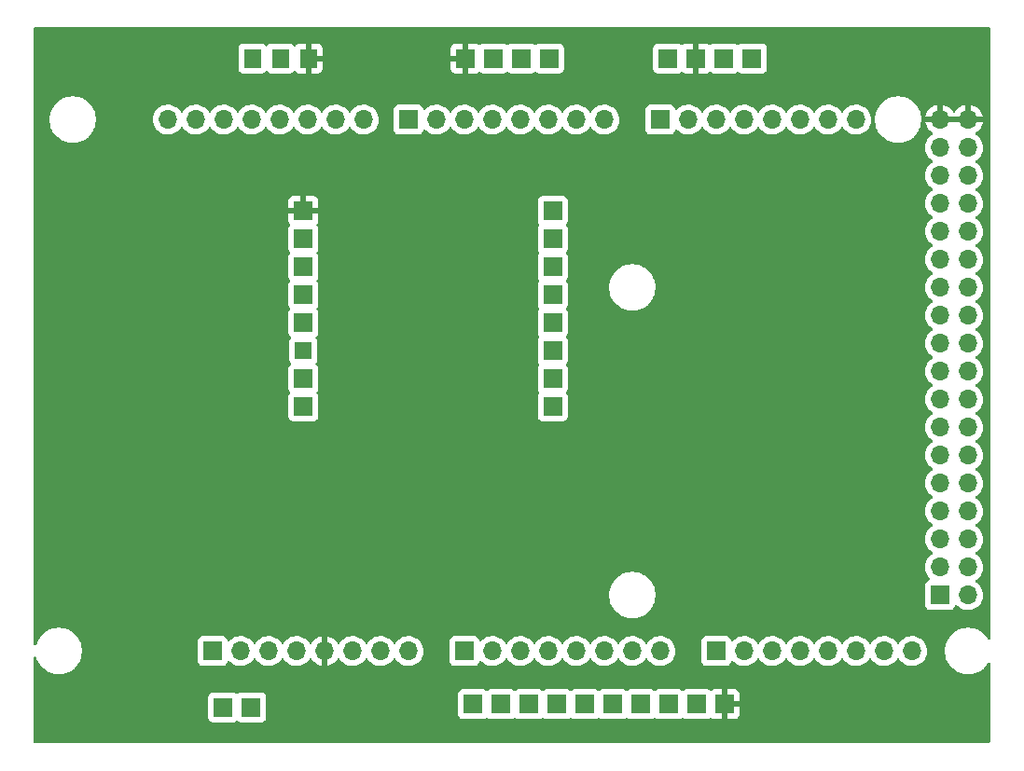
<source format=gbr>
%TF.GenerationSoftware,KiCad,Pcbnew,(6.0.7)*%
%TF.CreationDate,2022-09-06T17:29:09+09:00*%
%TF.ProjectId,jonseol2,6a6f6e73-656f-46c3-922e-6b696361645f,rev?*%
%TF.SameCoordinates,Original*%
%TF.FileFunction,Copper,L1,Top*%
%TF.FilePolarity,Positive*%
%FSLAX46Y46*%
G04 Gerber Fmt 4.6, Leading zero omitted, Abs format (unit mm)*
G04 Created by KiCad (PCBNEW (6.0.7)) date 2022-09-06 17:29:09*
%MOMM*%
%LPD*%
G01*
G04 APERTURE LIST*
%TA.AperFunction,ComponentPad*%
%ADD10R,1.700000X1.700000*%
%TD*%
%TA.AperFunction,ComponentPad*%
%ADD11R,1.524000X1.524000*%
%TD*%
%TA.AperFunction,ComponentPad*%
%ADD12O,1.700000X1.700000*%
%TD*%
%TA.AperFunction,ComponentPad*%
%ADD13R,1.524000X1.700000*%
%TD*%
G04 APERTURE END LIST*
D10*
%TO.P,,7,Pin_7*%
%TO.N,GND*%
X131430000Y-102566000D03*
%TD*%
%TO.P,,8,Pin_8*%
%TO.N,VCC*%
X128890000Y-102566000D03*
%TD*%
%TO.P,E1,1,5V*%
%TO.N,+5V*%
X136175000Y-57475000D03*
%TO.P,E1,2,GND*%
%TO.N,GND*%
X136175000Y-60015000D03*
%TO.P,E1,3*%
%TO.N,unconnected-(E1-Pad3)*%
X136175000Y-62555000D03*
%TO.P,E1,4*%
%TO.N,unconnected-(E1-Pad4)*%
X136175000Y-65095000D03*
%TO.P,E1,5*%
%TO.N,unconnected-(E1-Pad5)*%
X136175000Y-67635000D03*
D11*
%TO.P,E1,6*%
%TO.N,unconnected-(E1-Pad6)*%
X136175000Y-70175000D03*
D10*
%TO.P,E1,7*%
%TO.N,unconnected-(E1-Pad7)*%
X136175000Y-72715000D03*
%TO.P,E1,8*%
%TO.N,unconnected-(E1-Pad8)*%
X136175000Y-75255000D03*
%TO.P,E1,9*%
%TO.N,unconnected-(E1-Pad9)*%
X158815000Y-75255000D03*
%TO.P,E1,10,TX*%
%TO.N,TX*%
X158815000Y-72715000D03*
%TO.P,E1,11,RX*%
%TO.N,RX*%
X158815000Y-70175000D03*
%TO.P,E1,12*%
%TO.N,unconnected-(E1-Pad12)*%
X158815000Y-67635000D03*
%TO.P,E1,13*%
%TO.N,unconnected-(E1-Pad13)*%
X158815000Y-65095000D03*
%TO.P,E1,14*%
%TO.N,unconnected-(E1-Pad14)*%
X158815000Y-62555000D03*
%TO.P,E1,15*%
%TO.N,unconnected-(E1-Pad15)*%
X158815000Y-60015000D03*
%TO.P,E1,16*%
%TO.N,unconnected-(E1-Pad16)*%
X158815000Y-57475000D03*
%TD*%
%TO.P,Display1,4,SCL*%
%TO.N,SCL*%
X176905000Y-43644000D03*
%TO.P,Display1,3,SDA*%
%TO.N,SDA*%
X174365000Y-43644000D03*
%TO.P,Display1,2,VCC*%
%TO.N,+5V*%
X171825000Y-43644000D03*
%TO.P,Display1,1,GND*%
%TO.N,GND*%
X169285000Y-43644000D03*
%TD*%
%TO.P,J4,1,Pin_1*%
%TO.N,GND*%
X193980000Y-92380000D03*
D12*
%TO.P,J4,2,Pin_2*%
X196520000Y-92380000D03*
%TO.P,J4,3,Pin_3*%
%TO.N,/\u002A52*%
X193980000Y-89840000D03*
%TO.P,J4,4,Pin_4*%
%TO.N,/53*%
X196520000Y-89840000D03*
%TO.P,J4,5,Pin_5*%
%TO.N,/50*%
X193980000Y-87300000D03*
%TO.P,J4,6,Pin_6*%
%TO.N,/51*%
X196520000Y-87300000D03*
%TO.P,J4,7,Pin_7*%
%TO.N,/48*%
X193980000Y-84760000D03*
%TO.P,J4,8,Pin_8*%
%TO.N,/49*%
X196520000Y-84760000D03*
%TO.P,J4,9,Pin_9*%
%TO.N,/\u002A46*%
X193980000Y-82220000D03*
%TO.P,J4,10,Pin_10*%
%TO.N,/47*%
X196520000Y-82220000D03*
%TO.P,J4,11,Pin_11*%
%TO.N,/\u002A44*%
X193980000Y-79680000D03*
%TO.P,J4,12,Pin_12*%
%TO.N,/\u002A45*%
X196520000Y-79680000D03*
%TO.P,J4,13,Pin_13*%
%TO.N,/42*%
X193980000Y-77140000D03*
%TO.P,J4,14,Pin_14*%
%TO.N,/43*%
X196520000Y-77140000D03*
%TO.P,J4,15,Pin_15*%
%TO.N,/40*%
X193980000Y-74600000D03*
%TO.P,J4,16,Pin_16*%
%TO.N,/41*%
X196520000Y-74600000D03*
%TO.P,J4,17,Pin_17*%
%TO.N,/38*%
X193980000Y-72060000D03*
%TO.P,J4,18,Pin_18*%
%TO.N,/39*%
X196520000Y-72060000D03*
%TO.P,J4,19,Pin_19*%
%TO.N,/36*%
X193980000Y-69520000D03*
%TO.P,J4,20,Pin_20*%
%TO.N,/37*%
X196520000Y-69520000D03*
%TO.P,J4,21,Pin_21*%
%TO.N,/34*%
X193980000Y-66980000D03*
%TO.P,J4,22,Pin_22*%
%TO.N,/35*%
X196520000Y-66980000D03*
%TO.P,J4,23,Pin_23*%
%TO.N,/32*%
X193980000Y-64440000D03*
%TO.P,J4,24,Pin_24*%
%TO.N,/33*%
X196520000Y-64440000D03*
%TO.P,J4,25,Pin_25*%
%TO.N,/30*%
X193980000Y-61900000D03*
%TO.P,J4,26,Pin_26*%
%TO.N,/31*%
X196520000Y-61900000D03*
%TO.P,J4,27,Pin_27*%
%TO.N,/28*%
X193980000Y-59360000D03*
%TO.P,J4,28,Pin_28*%
%TO.N,/29*%
X196520000Y-59360000D03*
%TO.P,J4,29,Pin_29*%
%TO.N,/26*%
X193980000Y-56820000D03*
%TO.P,J4,30,Pin_30*%
%TO.N,/27*%
X196520000Y-56820000D03*
%TO.P,J4,31,Pin_31*%
%TO.N,/24*%
X193980000Y-54280000D03*
%TO.P,J4,32,Pin_32*%
%TO.N,/25*%
X196520000Y-54280000D03*
%TO.P,J4,33,Pin_33*%
%TO.N,/22*%
X193980000Y-51740000D03*
%TO.P,J4,34,Pin_34*%
%TO.N,/23*%
X196520000Y-51740000D03*
%TO.P,J4,35,Pin_35*%
%TO.N,+5V*%
X193980000Y-49200000D03*
%TO.P,J4,36,Pin_36*%
X196520000Y-49200000D03*
%TD*%
D10*
%TO.P,J1,1,Pin_1*%
%TO.N,unconnected-(J1-Pad1)*%
X127940000Y-97460000D03*
D12*
%TO.P,J1,2,Pin_2*%
%TO.N,/IOREF*%
X130480000Y-97460000D03*
%TO.P,J1,3,Pin_3*%
%TO.N,/~{RESET}*%
X133020000Y-97460000D03*
%TO.P,J1,4,Pin_4*%
%TO.N,+3V3*%
X135560000Y-97460000D03*
%TO.P,J1,5,Pin_5*%
%TO.N,+5V*%
X138100000Y-97460000D03*
%TO.P,J1,6,Pin_6*%
%TO.N,GND*%
X140640000Y-97460000D03*
%TO.P,J1,7,Pin_7*%
X143180000Y-97460000D03*
%TO.P,J1,8,Pin_8*%
%TO.N,VCC*%
X145720000Y-97460000D03*
%TD*%
D10*
%TO.P,J2,1,Pin_1*%
%TO.N,Relay_1*%
X150800000Y-97460000D03*
D12*
%TO.P,J2,2,Pin_2*%
%TO.N,Relay_2*%
X153340000Y-97460000D03*
%TO.P,J2,3,Pin_3*%
%TO.N,Relay_3*%
X155880000Y-97460000D03*
%TO.P,J2,4,Pin_4*%
%TO.N,Relay_4*%
X158420000Y-97460000D03*
%TO.P,J2,5,Pin_5*%
%TO.N,Relay_5*%
X160960000Y-97460000D03*
%TO.P,J2,6,Pin_6*%
%TO.N,Relay_6*%
X163500000Y-97460000D03*
%TO.P,J2,7,Pin_7*%
%TO.N,Relay_7*%
X166040000Y-97460000D03*
%TO.P,J2,8,Pin_8*%
%TO.N,Relay_8*%
X168580000Y-97460000D03*
%TD*%
D10*
%TO.P,J3,1,Pin_1*%
%TO.N,/A8*%
X173660000Y-97460000D03*
D12*
%TO.P,J3,2,Pin_2*%
%TO.N,/A9*%
X176200000Y-97460000D03*
%TO.P,J3,3,Pin_3*%
%TO.N,/A10*%
X178740000Y-97460000D03*
%TO.P,J3,4,Pin_4*%
%TO.N,/A11*%
X181280000Y-97460000D03*
%TO.P,J3,5,Pin_5*%
%TO.N,/A12*%
X183820000Y-97460000D03*
%TO.P,J3,6,Pin_6*%
%TO.N,/A13*%
X186360000Y-97460000D03*
%TO.P,J3,7,Pin_7*%
%TO.N,/A14*%
X188900000Y-97460000D03*
%TO.P,J3,8,Pin_8*%
%TO.N,/A15*%
X191440000Y-97460000D03*
%TD*%
%TO.P,J5,3,Pin_3*%
%TO.N,/AREF*%
X123876000Y-49200000D03*
%TO.P,J5,4,Pin_4*%
%TO.N,GND*%
X126416000Y-49200000D03*
%TO.P,J5,5,Pin_5*%
%TO.N,/\u002A13*%
X128956000Y-49200000D03*
%TO.P,J5,6,Pin_6*%
%TO.N,/\u002A12*%
X131496000Y-49200000D03*
%TO.P,J5,7,Pin_7*%
%TO.N,/\u002A11*%
X134036000Y-49200000D03*
%TO.P,J5,8,Pin_8*%
%TO.N,Buzzer*%
X136576000Y-49200000D03*
%TO.P,J5,9,Pin_9*%
%TO.N,Trig*%
X139116000Y-49200000D03*
%TO.P,J5,10,Pin_10*%
%TO.N,Echo*%
X141656000Y-49200000D03*
%TD*%
D10*
%TO.P,J6,1,Pin_1*%
%TO.N,/\u002A7*%
X145720000Y-49200000D03*
D12*
%TO.P,J6,2,Pin_2*%
%TO.N,/\u002A6*%
X148260000Y-49200000D03*
%TO.P,J6,3,Pin_3*%
%TO.N,/\u002A5*%
X150800000Y-49200000D03*
%TO.P,J6,4,Pin_4*%
%TO.N,/\u002A4*%
X153340000Y-49200000D03*
%TO.P,J6,5,Pin_5*%
%TO.N,/\u002A3*%
X155880000Y-49200000D03*
%TO.P,J6,6,Pin_6*%
%TO.N,/\u002A2*%
X158420000Y-49200000D03*
%TO.P,J6,7,Pin_7*%
%TO.N,TX*%
X160960000Y-49200000D03*
%TO.P,J6,8,Pin_8*%
%TO.N,RX*%
X163500000Y-49200000D03*
%TD*%
%TO.P,J7,8,Pin_8*%
%TO.N,SCL*%
X186360000Y-49200000D03*
%TO.P,J7,7,Pin_7*%
%TO.N,SDA*%
X183820000Y-49200000D03*
%TO.P,J7,6,Pin_6*%
%TO.N,/RX1{slash}19*%
X181280000Y-49200000D03*
%TO.P,J7,5,Pin_5*%
%TO.N,/TX1{slash}18*%
X178740000Y-49200000D03*
%TO.P,J7,4,Pin_4*%
%TO.N,/RX2{slash}17*%
X176200000Y-49200000D03*
%TO.P,J7,3,Pin_3*%
%TO.N,/TX2{slash}16*%
X173660000Y-49200000D03*
%TO.P,J7,2,Pin_2*%
%TO.N,/RX3{slash}15*%
X171120000Y-49200000D03*
D10*
%TO.P,J7,1,Pin_1*%
%TO.N,/TX3{slash}14*%
X168580000Y-49200000D03*
%TD*%
D13*
%TO.P,B1,3,VCC*%
%TO.N,+5V*%
X136635000Y-43644000D03*
%TO.P,B1,2,I/O*%
%TO.N,Buzzer*%
X134095000Y-43644000D03*
%TO.P,B1,1,GND*%
%TO.N,GND*%
X131555000Y-43644000D03*
%TD*%
D10*
%TO.P,U1,1,VCC*%
%TO.N,+5V*%
X150895000Y-43644000D03*
%TO.P,U1,2,Trig*%
%TO.N,Trig*%
X153435000Y-43644000D03*
%TO.P,U1,3,Echo*%
%TO.N,Echo*%
X155975000Y-43644000D03*
%TO.P,U1,4,GND*%
%TO.N,GND*%
X158515000Y-43644000D03*
%TD*%
%TO.P,R1,1,GND*%
%TO.N,GND*%
X151562000Y-102286000D03*
%TO.P,R1,2,IN1*%
%TO.N,Relay_1*%
X154102000Y-102286000D03*
%TO.P,R1,3,IN2*%
%TO.N,Relay_2*%
X156642000Y-102286000D03*
%TO.P,R1,4,IN3*%
%TO.N,Relay_3*%
X159182000Y-102286000D03*
%TO.P,R1,5,IN4*%
%TO.N,Relay_4*%
X161722000Y-102286000D03*
%TO.P,R1,6,IN5*%
%TO.N,Relay_5*%
X164262000Y-102286000D03*
%TO.P,R1,7,IN6*%
%TO.N,Relay_6*%
X166802000Y-102286000D03*
%TO.P,R1,8,IN7*%
%TO.N,Relay_7*%
X169342000Y-102286000D03*
%TO.P,R1,9,IN8*%
%TO.N,Relay_8*%
X171882000Y-102286000D03*
%TO.P,R1,10,VCC*%
%TO.N,+5V*%
X174422000Y-102286000D03*
%TD*%
%TA.AperFunction,Conductor*%
%TO.N,+5V*%
G36*
X198395018Y-40820000D02*
G01*
X198409853Y-40822310D01*
X198409855Y-40822310D01*
X198418724Y-40823691D01*
X198424508Y-40822935D01*
X198490868Y-40843307D01*
X198536700Y-40897528D01*
X198545165Y-40938873D01*
X198546309Y-40938723D01*
X198546309Y-40938724D01*
X198546329Y-40938873D01*
X198550436Y-40970283D01*
X198551500Y-40986621D01*
X198551500Y-59288928D01*
X198550145Y-59301058D01*
X198550627Y-59301097D01*
X198549907Y-59310044D01*
X198547926Y-59318800D01*
X198548482Y-59327760D01*
X198551258Y-59372508D01*
X198551500Y-59380310D01*
X198551500Y-59396513D01*
X198552136Y-59400953D01*
X198552984Y-59406878D01*
X198554013Y-59416928D01*
X198556362Y-59454785D01*
X198556945Y-59464177D01*
X198559994Y-59472623D01*
X198560593Y-59475514D01*
X198565812Y-59496449D01*
X198566728Y-59502846D01*
X198568000Y-59520706D01*
X198568000Y-96320205D01*
X198547998Y-96388326D01*
X198494342Y-96434819D01*
X198424068Y-96444923D01*
X198359488Y-96415429D01*
X198333884Y-96384911D01*
X198257643Y-96257521D01*
X198257640Y-96257517D01*
X198255439Y-96253839D01*
X198075687Y-96029472D01*
X197867149Y-95831577D01*
X197633683Y-95663814D01*
X197611843Y-95652250D01*
X197588654Y-95639972D01*
X197379608Y-95529288D01*
X197109627Y-95430489D01*
X196828736Y-95369245D01*
X196797685Y-95366801D01*
X196605718Y-95351693D01*
X196605709Y-95351693D01*
X196603261Y-95351500D01*
X196447729Y-95351500D01*
X196445593Y-95351646D01*
X196445582Y-95351646D01*
X196237452Y-95365835D01*
X196237446Y-95365836D01*
X196233175Y-95366127D01*
X196228980Y-95366996D01*
X196228978Y-95366996D01*
X196092417Y-95395276D01*
X195951658Y-95424426D01*
X195680657Y-95520393D01*
X195425188Y-95652250D01*
X195421687Y-95654711D01*
X195421683Y-95654713D01*
X195375822Y-95686945D01*
X195189977Y-95817559D01*
X194979378Y-96013260D01*
X194797287Y-96235732D01*
X194647073Y-96480858D01*
X194645347Y-96484791D01*
X194645346Y-96484792D01*
X194593835Y-96602138D01*
X194531517Y-96744102D01*
X194530342Y-96748229D01*
X194530341Y-96748230D01*
X194526967Y-96760074D01*
X194452756Y-97020594D01*
X194412249Y-97305216D01*
X194412227Y-97309505D01*
X194412226Y-97309512D01*
X194410765Y-97588417D01*
X194410743Y-97592703D01*
X194448268Y-97877734D01*
X194524129Y-98155036D01*
X194525813Y-98158984D01*
X194621202Y-98382618D01*
X194636923Y-98419476D01*
X194784561Y-98666161D01*
X194964313Y-98890528D01*
X195172851Y-99088423D01*
X195406317Y-99256186D01*
X195410112Y-99258195D01*
X195410113Y-99258196D01*
X195431869Y-99269715D01*
X195660392Y-99390712D01*
X195930373Y-99489511D01*
X196211264Y-99550755D01*
X196239841Y-99553004D01*
X196434282Y-99568307D01*
X196434291Y-99568307D01*
X196436739Y-99568500D01*
X196592271Y-99568500D01*
X196594407Y-99568354D01*
X196594418Y-99568354D01*
X196802548Y-99554165D01*
X196802554Y-99554164D01*
X196806825Y-99553873D01*
X196811020Y-99553004D01*
X196811022Y-99553004D01*
X196947583Y-99524724D01*
X197088342Y-99495574D01*
X197359343Y-99399607D01*
X197614812Y-99267750D01*
X197618313Y-99265289D01*
X197618317Y-99265287D01*
X197732418Y-99185095D01*
X197850023Y-99102441D01*
X197928403Y-99029606D01*
X198057479Y-98909661D01*
X198057481Y-98909658D01*
X198060622Y-98906740D01*
X198242713Y-98684268D01*
X198324728Y-98550432D01*
X198377376Y-98502801D01*
X198447417Y-98491194D01*
X198512615Y-98519297D01*
X198552269Y-98578188D01*
X198557815Y-98625604D01*
X198554746Y-98666905D01*
X198553592Y-98676952D01*
X198551500Y-98690386D01*
X198551500Y-98705906D01*
X198551154Y-98715243D01*
X198547461Y-98764941D01*
X198549335Y-98773720D01*
X198549898Y-98781978D01*
X198551500Y-98797161D01*
X198551500Y-105538633D01*
X198550000Y-105558018D01*
X198547690Y-105572851D01*
X198547690Y-105572855D01*
X198546309Y-105581724D01*
X198547473Y-105590629D01*
X198547364Y-105599598D01*
X198546550Y-105599588D01*
X198546257Y-105621098D01*
X198542215Y-105646622D01*
X198530033Y-105684116D01*
X198512145Y-105719224D01*
X198488973Y-105751117D01*
X198461117Y-105778973D01*
X198429226Y-105802144D01*
X198394116Y-105820034D01*
X198356627Y-105832214D01*
X198331974Y-105836119D01*
X198312250Y-105837551D01*
X198304276Y-105836309D01*
X198272714Y-105840436D01*
X198256379Y-105841500D01*
X111826000Y-105841500D01*
X111757879Y-105821498D01*
X111711386Y-105767842D01*
X111700000Y-105715500D01*
X111700000Y-103464134D01*
X127531500Y-103464134D01*
X127538255Y-103526316D01*
X127589385Y-103662705D01*
X127676739Y-103779261D01*
X127793295Y-103866615D01*
X127929684Y-103917745D01*
X127991866Y-103924500D01*
X129788134Y-103924500D01*
X129850316Y-103917745D01*
X129986705Y-103866615D01*
X130084436Y-103793370D01*
X130150941Y-103768522D01*
X130220324Y-103783575D01*
X130235562Y-103793368D01*
X130333295Y-103866615D01*
X130469684Y-103917745D01*
X130531866Y-103924500D01*
X132328134Y-103924500D01*
X132390316Y-103917745D01*
X132526705Y-103866615D01*
X132643261Y-103779261D01*
X132730615Y-103662705D01*
X132781745Y-103526316D01*
X132788500Y-103464134D01*
X132788500Y-103184134D01*
X150203500Y-103184134D01*
X150210255Y-103246316D01*
X150261385Y-103382705D01*
X150348739Y-103499261D01*
X150465295Y-103586615D01*
X150601684Y-103637745D01*
X150663866Y-103644500D01*
X152460134Y-103644500D01*
X152522316Y-103637745D01*
X152658705Y-103586615D01*
X152756436Y-103513370D01*
X152822941Y-103488522D01*
X152892324Y-103503575D01*
X152907562Y-103513368D01*
X153005295Y-103586615D01*
X153141684Y-103637745D01*
X153203866Y-103644500D01*
X155000134Y-103644500D01*
X155062316Y-103637745D01*
X155198705Y-103586615D01*
X155296436Y-103513370D01*
X155362941Y-103488522D01*
X155432324Y-103503575D01*
X155447562Y-103513368D01*
X155545295Y-103586615D01*
X155681684Y-103637745D01*
X155743866Y-103644500D01*
X157540134Y-103644500D01*
X157602316Y-103637745D01*
X157738705Y-103586615D01*
X157836436Y-103513370D01*
X157902941Y-103488522D01*
X157972324Y-103503575D01*
X157987562Y-103513368D01*
X158085295Y-103586615D01*
X158221684Y-103637745D01*
X158283866Y-103644500D01*
X160080134Y-103644500D01*
X160142316Y-103637745D01*
X160278705Y-103586615D01*
X160376436Y-103513370D01*
X160442941Y-103488522D01*
X160512324Y-103503575D01*
X160527562Y-103513368D01*
X160625295Y-103586615D01*
X160761684Y-103637745D01*
X160823866Y-103644500D01*
X162620134Y-103644500D01*
X162682316Y-103637745D01*
X162818705Y-103586615D01*
X162916436Y-103513370D01*
X162982941Y-103488522D01*
X163052324Y-103503575D01*
X163067562Y-103513368D01*
X163165295Y-103586615D01*
X163301684Y-103637745D01*
X163363866Y-103644500D01*
X165160134Y-103644500D01*
X165222316Y-103637745D01*
X165358705Y-103586615D01*
X165456436Y-103513370D01*
X165522941Y-103488522D01*
X165592324Y-103503575D01*
X165607562Y-103513368D01*
X165705295Y-103586615D01*
X165841684Y-103637745D01*
X165903866Y-103644500D01*
X167700134Y-103644500D01*
X167762316Y-103637745D01*
X167898705Y-103586615D01*
X167996436Y-103513370D01*
X168062941Y-103488522D01*
X168132324Y-103503575D01*
X168147562Y-103513368D01*
X168245295Y-103586615D01*
X168381684Y-103637745D01*
X168443866Y-103644500D01*
X170240134Y-103644500D01*
X170302316Y-103637745D01*
X170438705Y-103586615D01*
X170536436Y-103513370D01*
X170602941Y-103488522D01*
X170672324Y-103503575D01*
X170687562Y-103513368D01*
X170785295Y-103586615D01*
X170921684Y-103637745D01*
X170983866Y-103644500D01*
X172780134Y-103644500D01*
X172842316Y-103637745D01*
X172978705Y-103586615D01*
X173069644Y-103518460D01*
X173076852Y-103513058D01*
X173143358Y-103488210D01*
X173212741Y-103503263D01*
X173227982Y-103513058D01*
X173318351Y-103580786D01*
X173333946Y-103589324D01*
X173454394Y-103634478D01*
X173469649Y-103638105D01*
X173520514Y-103643631D01*
X173527328Y-103644000D01*
X174149885Y-103644000D01*
X174165124Y-103639525D01*
X174166329Y-103638135D01*
X174168000Y-103630452D01*
X174168000Y-103625884D01*
X174676000Y-103625884D01*
X174680475Y-103641123D01*
X174681865Y-103642328D01*
X174689548Y-103643999D01*
X175316669Y-103643999D01*
X175323490Y-103643629D01*
X175374352Y-103638105D01*
X175389604Y-103634479D01*
X175510054Y-103589324D01*
X175525649Y-103580786D01*
X175627724Y-103504285D01*
X175640285Y-103491724D01*
X175716786Y-103389649D01*
X175725324Y-103374054D01*
X175770478Y-103253606D01*
X175774105Y-103238351D01*
X175779631Y-103187486D01*
X175780000Y-103180672D01*
X175780000Y-102558115D01*
X175775525Y-102542876D01*
X175774135Y-102541671D01*
X175766452Y-102540000D01*
X174694115Y-102540000D01*
X174678876Y-102544475D01*
X174677671Y-102545865D01*
X174676000Y-102553548D01*
X174676000Y-103625884D01*
X174168000Y-103625884D01*
X174168000Y-102013885D01*
X174676000Y-102013885D01*
X174680475Y-102029124D01*
X174681865Y-102030329D01*
X174689548Y-102032000D01*
X175761884Y-102032000D01*
X175777123Y-102027525D01*
X175778328Y-102026135D01*
X175779999Y-102018452D01*
X175779999Y-101391331D01*
X175779629Y-101384510D01*
X175774105Y-101333648D01*
X175770479Y-101318396D01*
X175725324Y-101197946D01*
X175716786Y-101182351D01*
X175640285Y-101080276D01*
X175627724Y-101067715D01*
X175525649Y-100991214D01*
X175510054Y-100982676D01*
X175389606Y-100937522D01*
X175374351Y-100933895D01*
X175323486Y-100928369D01*
X175316672Y-100928000D01*
X174694115Y-100928000D01*
X174678876Y-100932475D01*
X174677671Y-100933865D01*
X174676000Y-100941548D01*
X174676000Y-102013885D01*
X174168000Y-102013885D01*
X174168000Y-100946116D01*
X174163525Y-100930877D01*
X174162135Y-100929672D01*
X174154452Y-100928001D01*
X173527331Y-100928001D01*
X173520510Y-100928371D01*
X173469648Y-100933895D01*
X173454396Y-100937521D01*
X173333946Y-100982676D01*
X173318351Y-100991214D01*
X173227982Y-101058942D01*
X173161475Y-101083790D01*
X173092093Y-101068737D01*
X173076852Y-101058942D01*
X173045677Y-101035578D01*
X172978705Y-100985385D01*
X172842316Y-100934255D01*
X172780134Y-100927500D01*
X170983866Y-100927500D01*
X170921684Y-100934255D01*
X170785295Y-100985385D01*
X170687565Y-101058630D01*
X170621059Y-101083478D01*
X170551676Y-101068425D01*
X170536435Y-101058630D01*
X170438705Y-100985385D01*
X170302316Y-100934255D01*
X170240134Y-100927500D01*
X168443866Y-100927500D01*
X168381684Y-100934255D01*
X168245295Y-100985385D01*
X168147565Y-101058630D01*
X168081059Y-101083478D01*
X168011676Y-101068425D01*
X167996435Y-101058630D01*
X167898705Y-100985385D01*
X167762316Y-100934255D01*
X167700134Y-100927500D01*
X165903866Y-100927500D01*
X165841684Y-100934255D01*
X165705295Y-100985385D01*
X165607565Y-101058630D01*
X165541059Y-101083478D01*
X165471676Y-101068425D01*
X165456435Y-101058630D01*
X165358705Y-100985385D01*
X165222316Y-100934255D01*
X165160134Y-100927500D01*
X163363866Y-100927500D01*
X163301684Y-100934255D01*
X163165295Y-100985385D01*
X163067565Y-101058630D01*
X163001059Y-101083478D01*
X162931676Y-101068425D01*
X162916435Y-101058630D01*
X162818705Y-100985385D01*
X162682316Y-100934255D01*
X162620134Y-100927500D01*
X160823866Y-100927500D01*
X160761684Y-100934255D01*
X160625295Y-100985385D01*
X160527565Y-101058630D01*
X160461059Y-101083478D01*
X160391676Y-101068425D01*
X160376435Y-101058630D01*
X160278705Y-100985385D01*
X160142316Y-100934255D01*
X160080134Y-100927500D01*
X158283866Y-100927500D01*
X158221684Y-100934255D01*
X158085295Y-100985385D01*
X157987565Y-101058630D01*
X157921059Y-101083478D01*
X157851676Y-101068425D01*
X157836435Y-101058630D01*
X157738705Y-100985385D01*
X157602316Y-100934255D01*
X157540134Y-100927500D01*
X155743866Y-100927500D01*
X155681684Y-100934255D01*
X155545295Y-100985385D01*
X155447565Y-101058630D01*
X155381059Y-101083478D01*
X155311676Y-101068425D01*
X155296435Y-101058630D01*
X155198705Y-100985385D01*
X155062316Y-100934255D01*
X155000134Y-100927500D01*
X153203866Y-100927500D01*
X153141684Y-100934255D01*
X153005295Y-100985385D01*
X152907565Y-101058630D01*
X152841059Y-101083478D01*
X152771676Y-101068425D01*
X152756435Y-101058630D01*
X152658705Y-100985385D01*
X152522316Y-100934255D01*
X152460134Y-100927500D01*
X150663866Y-100927500D01*
X150601684Y-100934255D01*
X150465295Y-100985385D01*
X150348739Y-101072739D01*
X150261385Y-101189295D01*
X150210255Y-101325684D01*
X150203500Y-101387866D01*
X150203500Y-103184134D01*
X132788500Y-103184134D01*
X132788500Y-101667866D01*
X132781745Y-101605684D01*
X132730615Y-101469295D01*
X132643261Y-101352739D01*
X132526705Y-101265385D01*
X132390316Y-101214255D01*
X132328134Y-101207500D01*
X130531866Y-101207500D01*
X130469684Y-101214255D01*
X130333295Y-101265385D01*
X130242212Y-101333648D01*
X130235565Y-101338630D01*
X130169059Y-101363478D01*
X130099676Y-101348425D01*
X130084435Y-101338630D01*
X130077788Y-101333648D01*
X129986705Y-101265385D01*
X129850316Y-101214255D01*
X129788134Y-101207500D01*
X127991866Y-101207500D01*
X127929684Y-101214255D01*
X127793295Y-101265385D01*
X127676739Y-101352739D01*
X127589385Y-101469295D01*
X127538255Y-101605684D01*
X127531500Y-101667866D01*
X127531500Y-103464134D01*
X111700000Y-103464134D01*
X111700000Y-98091069D01*
X111720002Y-98022948D01*
X111773658Y-97976455D01*
X111843932Y-97966351D01*
X111908512Y-97995845D01*
X111947534Y-98057821D01*
X111974129Y-98155036D01*
X111975813Y-98158984D01*
X112071202Y-98382618D01*
X112086923Y-98419476D01*
X112234561Y-98666161D01*
X112414313Y-98890528D01*
X112622851Y-99088423D01*
X112856317Y-99256186D01*
X112860112Y-99258195D01*
X112860113Y-99258196D01*
X112881869Y-99269715D01*
X113110392Y-99390712D01*
X113380373Y-99489511D01*
X113661264Y-99550755D01*
X113689841Y-99553004D01*
X113884282Y-99568307D01*
X113884291Y-99568307D01*
X113886739Y-99568500D01*
X114042271Y-99568500D01*
X114044407Y-99568354D01*
X114044418Y-99568354D01*
X114252548Y-99554165D01*
X114252554Y-99554164D01*
X114256825Y-99553873D01*
X114261020Y-99553004D01*
X114261022Y-99553004D01*
X114397583Y-99524724D01*
X114538342Y-99495574D01*
X114809343Y-99399607D01*
X115064812Y-99267750D01*
X115068313Y-99265289D01*
X115068317Y-99265287D01*
X115182418Y-99185095D01*
X115300023Y-99102441D01*
X115378403Y-99029606D01*
X115507479Y-98909661D01*
X115507481Y-98909658D01*
X115510622Y-98906740D01*
X115692713Y-98684268D01*
X115842927Y-98439142D01*
X115846927Y-98430031D01*
X115878487Y-98358134D01*
X126581500Y-98358134D01*
X126588255Y-98420316D01*
X126639385Y-98556705D01*
X126726739Y-98673261D01*
X126843295Y-98760615D01*
X126979684Y-98811745D01*
X127041866Y-98818500D01*
X128838134Y-98818500D01*
X128900316Y-98811745D01*
X129036705Y-98760615D01*
X129153261Y-98673261D01*
X129240615Y-98556705D01*
X129262799Y-98497529D01*
X129284598Y-98439382D01*
X129327240Y-98382618D01*
X129393802Y-98357918D01*
X129463150Y-98373126D01*
X129497817Y-98401114D01*
X129526250Y-98433938D01*
X129698126Y-98576632D01*
X129891000Y-98689338D01*
X130099692Y-98769030D01*
X130104760Y-98770061D01*
X130104763Y-98770062D01*
X130172598Y-98783863D01*
X130318597Y-98813567D01*
X130323772Y-98813757D01*
X130323774Y-98813757D01*
X130536673Y-98821564D01*
X130536677Y-98821564D01*
X130541837Y-98821753D01*
X130546957Y-98821097D01*
X130546959Y-98821097D01*
X130758288Y-98794025D01*
X130758289Y-98794025D01*
X130763416Y-98793368D01*
X130768366Y-98791883D01*
X130972429Y-98730661D01*
X130972434Y-98730659D01*
X130977384Y-98729174D01*
X131177994Y-98630896D01*
X131359860Y-98501173D01*
X131518096Y-98343489D01*
X131527693Y-98330134D01*
X131648453Y-98162077D01*
X131649776Y-98163028D01*
X131696645Y-98119857D01*
X131766580Y-98107625D01*
X131832026Y-98135144D01*
X131859875Y-98166994D01*
X131919987Y-98265088D01*
X132066250Y-98433938D01*
X132238126Y-98576632D01*
X132431000Y-98689338D01*
X132639692Y-98769030D01*
X132644760Y-98770061D01*
X132644763Y-98770062D01*
X132712598Y-98783863D01*
X132858597Y-98813567D01*
X132863772Y-98813757D01*
X132863774Y-98813757D01*
X133076673Y-98821564D01*
X133076677Y-98821564D01*
X133081837Y-98821753D01*
X133086957Y-98821097D01*
X133086959Y-98821097D01*
X133298288Y-98794025D01*
X133298289Y-98794025D01*
X133303416Y-98793368D01*
X133308366Y-98791883D01*
X133512429Y-98730661D01*
X133512434Y-98730659D01*
X133517384Y-98729174D01*
X133717994Y-98630896D01*
X133899860Y-98501173D01*
X134058096Y-98343489D01*
X134067693Y-98330134D01*
X134188453Y-98162077D01*
X134189776Y-98163028D01*
X134236645Y-98119857D01*
X134306580Y-98107625D01*
X134372026Y-98135144D01*
X134399875Y-98166994D01*
X134459987Y-98265088D01*
X134606250Y-98433938D01*
X134778126Y-98576632D01*
X134971000Y-98689338D01*
X135179692Y-98769030D01*
X135184760Y-98770061D01*
X135184763Y-98770062D01*
X135252598Y-98783863D01*
X135398597Y-98813567D01*
X135403772Y-98813757D01*
X135403774Y-98813757D01*
X135616673Y-98821564D01*
X135616677Y-98821564D01*
X135621837Y-98821753D01*
X135626957Y-98821097D01*
X135626959Y-98821097D01*
X135838288Y-98794025D01*
X135838289Y-98794025D01*
X135843416Y-98793368D01*
X135848366Y-98791883D01*
X136052429Y-98730661D01*
X136052434Y-98730659D01*
X136057384Y-98729174D01*
X136257994Y-98630896D01*
X136439860Y-98501173D01*
X136598096Y-98343489D01*
X136607693Y-98330134D01*
X136728453Y-98162077D01*
X136729640Y-98162930D01*
X136776960Y-98119362D01*
X136846897Y-98107145D01*
X136912338Y-98134678D01*
X136940166Y-98166511D01*
X136997694Y-98260388D01*
X137003777Y-98268699D01*
X137143213Y-98429667D01*
X137150580Y-98436883D01*
X137314434Y-98572916D01*
X137322881Y-98578831D01*
X137506756Y-98686279D01*
X137516042Y-98690729D01*
X137715001Y-98766703D01*
X137724899Y-98769579D01*
X137828250Y-98790606D01*
X137842299Y-98789410D01*
X137846000Y-98779065D01*
X137846000Y-98778517D01*
X138354000Y-98778517D01*
X138358064Y-98792359D01*
X138371478Y-98794393D01*
X138378184Y-98793534D01*
X138388262Y-98791392D01*
X138592255Y-98730191D01*
X138601842Y-98726433D01*
X138793095Y-98632739D01*
X138801945Y-98627464D01*
X138975328Y-98503792D01*
X138983200Y-98497139D01*
X139134052Y-98346812D01*
X139140730Y-98338965D01*
X139268022Y-98161819D01*
X139269279Y-98162722D01*
X139316373Y-98119362D01*
X139386311Y-98107145D01*
X139451751Y-98134678D01*
X139479579Y-98166511D01*
X139539987Y-98265088D01*
X139686250Y-98433938D01*
X139858126Y-98576632D01*
X140051000Y-98689338D01*
X140259692Y-98769030D01*
X140264760Y-98770061D01*
X140264763Y-98770062D01*
X140332598Y-98783863D01*
X140478597Y-98813567D01*
X140483772Y-98813757D01*
X140483774Y-98813757D01*
X140696673Y-98821564D01*
X140696677Y-98821564D01*
X140701837Y-98821753D01*
X140706957Y-98821097D01*
X140706959Y-98821097D01*
X140918288Y-98794025D01*
X140918289Y-98794025D01*
X140923416Y-98793368D01*
X140928366Y-98791883D01*
X141132429Y-98730661D01*
X141132434Y-98730659D01*
X141137384Y-98729174D01*
X141337994Y-98630896D01*
X141519860Y-98501173D01*
X141678096Y-98343489D01*
X141687693Y-98330134D01*
X141808453Y-98162077D01*
X141809776Y-98163028D01*
X141856645Y-98119857D01*
X141926580Y-98107625D01*
X141992026Y-98135144D01*
X142019875Y-98166994D01*
X142079987Y-98265088D01*
X142226250Y-98433938D01*
X142398126Y-98576632D01*
X142591000Y-98689338D01*
X142799692Y-98769030D01*
X142804760Y-98770061D01*
X142804763Y-98770062D01*
X142872598Y-98783863D01*
X143018597Y-98813567D01*
X143023772Y-98813757D01*
X143023774Y-98813757D01*
X143236673Y-98821564D01*
X143236677Y-98821564D01*
X143241837Y-98821753D01*
X143246957Y-98821097D01*
X143246959Y-98821097D01*
X143458288Y-98794025D01*
X143458289Y-98794025D01*
X143463416Y-98793368D01*
X143468366Y-98791883D01*
X143672429Y-98730661D01*
X143672434Y-98730659D01*
X143677384Y-98729174D01*
X143877994Y-98630896D01*
X144059860Y-98501173D01*
X144218096Y-98343489D01*
X144227693Y-98330134D01*
X144348453Y-98162077D01*
X144349776Y-98163028D01*
X144396645Y-98119857D01*
X144466580Y-98107625D01*
X144532026Y-98135144D01*
X144559875Y-98166994D01*
X144619987Y-98265088D01*
X144766250Y-98433938D01*
X144938126Y-98576632D01*
X145131000Y-98689338D01*
X145339692Y-98769030D01*
X145344760Y-98770061D01*
X145344763Y-98770062D01*
X145412598Y-98783863D01*
X145558597Y-98813567D01*
X145563772Y-98813757D01*
X145563774Y-98813757D01*
X145776673Y-98821564D01*
X145776677Y-98821564D01*
X145781837Y-98821753D01*
X145786957Y-98821097D01*
X145786959Y-98821097D01*
X145998288Y-98794025D01*
X145998289Y-98794025D01*
X146003416Y-98793368D01*
X146008366Y-98791883D01*
X146212429Y-98730661D01*
X146212434Y-98730659D01*
X146217384Y-98729174D01*
X146417994Y-98630896D01*
X146599860Y-98501173D01*
X146743400Y-98358134D01*
X149441500Y-98358134D01*
X149448255Y-98420316D01*
X149499385Y-98556705D01*
X149586739Y-98673261D01*
X149703295Y-98760615D01*
X149839684Y-98811745D01*
X149901866Y-98818500D01*
X151698134Y-98818500D01*
X151760316Y-98811745D01*
X151896705Y-98760615D01*
X152013261Y-98673261D01*
X152100615Y-98556705D01*
X152122799Y-98497529D01*
X152144598Y-98439382D01*
X152187240Y-98382618D01*
X152253802Y-98357918D01*
X152323150Y-98373126D01*
X152357817Y-98401114D01*
X152386250Y-98433938D01*
X152558126Y-98576632D01*
X152751000Y-98689338D01*
X152959692Y-98769030D01*
X152964760Y-98770061D01*
X152964763Y-98770062D01*
X153032598Y-98783863D01*
X153178597Y-98813567D01*
X153183772Y-98813757D01*
X153183774Y-98813757D01*
X153396673Y-98821564D01*
X153396677Y-98821564D01*
X153401837Y-98821753D01*
X153406957Y-98821097D01*
X153406959Y-98821097D01*
X153618288Y-98794025D01*
X153618289Y-98794025D01*
X153623416Y-98793368D01*
X153628366Y-98791883D01*
X153832429Y-98730661D01*
X153832434Y-98730659D01*
X153837384Y-98729174D01*
X154037994Y-98630896D01*
X154219860Y-98501173D01*
X154378096Y-98343489D01*
X154387693Y-98330134D01*
X154508453Y-98162077D01*
X154509776Y-98163028D01*
X154556645Y-98119857D01*
X154626580Y-98107625D01*
X154692026Y-98135144D01*
X154719875Y-98166994D01*
X154779987Y-98265088D01*
X154926250Y-98433938D01*
X155098126Y-98576632D01*
X155291000Y-98689338D01*
X155499692Y-98769030D01*
X155504760Y-98770061D01*
X155504763Y-98770062D01*
X155572598Y-98783863D01*
X155718597Y-98813567D01*
X155723772Y-98813757D01*
X155723774Y-98813757D01*
X155936673Y-98821564D01*
X155936677Y-98821564D01*
X155941837Y-98821753D01*
X155946957Y-98821097D01*
X155946959Y-98821097D01*
X156158288Y-98794025D01*
X156158289Y-98794025D01*
X156163416Y-98793368D01*
X156168366Y-98791883D01*
X156372429Y-98730661D01*
X156372434Y-98730659D01*
X156377384Y-98729174D01*
X156577994Y-98630896D01*
X156759860Y-98501173D01*
X156918096Y-98343489D01*
X156927693Y-98330134D01*
X157048453Y-98162077D01*
X157049776Y-98163028D01*
X157096645Y-98119857D01*
X157166580Y-98107625D01*
X157232026Y-98135144D01*
X157259875Y-98166994D01*
X157319987Y-98265088D01*
X157466250Y-98433938D01*
X157638126Y-98576632D01*
X157831000Y-98689338D01*
X158039692Y-98769030D01*
X158044760Y-98770061D01*
X158044763Y-98770062D01*
X158112598Y-98783863D01*
X158258597Y-98813567D01*
X158263772Y-98813757D01*
X158263774Y-98813757D01*
X158476673Y-98821564D01*
X158476677Y-98821564D01*
X158481837Y-98821753D01*
X158486957Y-98821097D01*
X158486959Y-98821097D01*
X158698288Y-98794025D01*
X158698289Y-98794025D01*
X158703416Y-98793368D01*
X158708366Y-98791883D01*
X158912429Y-98730661D01*
X158912434Y-98730659D01*
X158917384Y-98729174D01*
X159117994Y-98630896D01*
X159299860Y-98501173D01*
X159458096Y-98343489D01*
X159467693Y-98330134D01*
X159588453Y-98162077D01*
X159589776Y-98163028D01*
X159636645Y-98119857D01*
X159706580Y-98107625D01*
X159772026Y-98135144D01*
X159799875Y-98166994D01*
X159859987Y-98265088D01*
X160006250Y-98433938D01*
X160178126Y-98576632D01*
X160371000Y-98689338D01*
X160579692Y-98769030D01*
X160584760Y-98770061D01*
X160584763Y-98770062D01*
X160652598Y-98783863D01*
X160798597Y-98813567D01*
X160803772Y-98813757D01*
X160803774Y-98813757D01*
X161016673Y-98821564D01*
X161016677Y-98821564D01*
X161021837Y-98821753D01*
X161026957Y-98821097D01*
X161026959Y-98821097D01*
X161238288Y-98794025D01*
X161238289Y-98794025D01*
X161243416Y-98793368D01*
X161248366Y-98791883D01*
X161452429Y-98730661D01*
X161452434Y-98730659D01*
X161457384Y-98729174D01*
X161657994Y-98630896D01*
X161839860Y-98501173D01*
X161998096Y-98343489D01*
X162007693Y-98330134D01*
X162128453Y-98162077D01*
X162129776Y-98163028D01*
X162176645Y-98119857D01*
X162246580Y-98107625D01*
X162312026Y-98135144D01*
X162339875Y-98166994D01*
X162399987Y-98265088D01*
X162546250Y-98433938D01*
X162718126Y-98576632D01*
X162911000Y-98689338D01*
X163119692Y-98769030D01*
X163124760Y-98770061D01*
X163124763Y-98770062D01*
X163192598Y-98783863D01*
X163338597Y-98813567D01*
X163343772Y-98813757D01*
X163343774Y-98813757D01*
X163556673Y-98821564D01*
X163556677Y-98821564D01*
X163561837Y-98821753D01*
X163566957Y-98821097D01*
X163566959Y-98821097D01*
X163778288Y-98794025D01*
X163778289Y-98794025D01*
X163783416Y-98793368D01*
X163788366Y-98791883D01*
X163992429Y-98730661D01*
X163992434Y-98730659D01*
X163997384Y-98729174D01*
X164197994Y-98630896D01*
X164379860Y-98501173D01*
X164538096Y-98343489D01*
X164547693Y-98330134D01*
X164668453Y-98162077D01*
X164669776Y-98163028D01*
X164716645Y-98119857D01*
X164786580Y-98107625D01*
X164852026Y-98135144D01*
X164879875Y-98166994D01*
X164939987Y-98265088D01*
X165086250Y-98433938D01*
X165258126Y-98576632D01*
X165451000Y-98689338D01*
X165659692Y-98769030D01*
X165664760Y-98770061D01*
X165664763Y-98770062D01*
X165732598Y-98783863D01*
X165878597Y-98813567D01*
X165883772Y-98813757D01*
X165883774Y-98813757D01*
X166096673Y-98821564D01*
X166096677Y-98821564D01*
X166101837Y-98821753D01*
X166106957Y-98821097D01*
X166106959Y-98821097D01*
X166318288Y-98794025D01*
X166318289Y-98794025D01*
X166323416Y-98793368D01*
X166328366Y-98791883D01*
X166532429Y-98730661D01*
X166532434Y-98730659D01*
X166537384Y-98729174D01*
X166737994Y-98630896D01*
X166919860Y-98501173D01*
X167078096Y-98343489D01*
X167087693Y-98330134D01*
X167208453Y-98162077D01*
X167209776Y-98163028D01*
X167256645Y-98119857D01*
X167326580Y-98107625D01*
X167392026Y-98135144D01*
X167419875Y-98166994D01*
X167479987Y-98265088D01*
X167626250Y-98433938D01*
X167798126Y-98576632D01*
X167991000Y-98689338D01*
X168199692Y-98769030D01*
X168204760Y-98770061D01*
X168204763Y-98770062D01*
X168272598Y-98783863D01*
X168418597Y-98813567D01*
X168423772Y-98813757D01*
X168423774Y-98813757D01*
X168636673Y-98821564D01*
X168636677Y-98821564D01*
X168641837Y-98821753D01*
X168646957Y-98821097D01*
X168646959Y-98821097D01*
X168858288Y-98794025D01*
X168858289Y-98794025D01*
X168863416Y-98793368D01*
X168868366Y-98791883D01*
X169072429Y-98730661D01*
X169072434Y-98730659D01*
X169077384Y-98729174D01*
X169277994Y-98630896D01*
X169459860Y-98501173D01*
X169603400Y-98358134D01*
X172301500Y-98358134D01*
X172308255Y-98420316D01*
X172359385Y-98556705D01*
X172446739Y-98673261D01*
X172563295Y-98760615D01*
X172699684Y-98811745D01*
X172761866Y-98818500D01*
X174558134Y-98818500D01*
X174620316Y-98811745D01*
X174756705Y-98760615D01*
X174873261Y-98673261D01*
X174960615Y-98556705D01*
X174982799Y-98497529D01*
X175004598Y-98439382D01*
X175047240Y-98382618D01*
X175113802Y-98357918D01*
X175183150Y-98373126D01*
X175217817Y-98401114D01*
X175246250Y-98433938D01*
X175418126Y-98576632D01*
X175611000Y-98689338D01*
X175819692Y-98769030D01*
X175824760Y-98770061D01*
X175824763Y-98770062D01*
X175892598Y-98783863D01*
X176038597Y-98813567D01*
X176043772Y-98813757D01*
X176043774Y-98813757D01*
X176256673Y-98821564D01*
X176256677Y-98821564D01*
X176261837Y-98821753D01*
X176266957Y-98821097D01*
X176266959Y-98821097D01*
X176478288Y-98794025D01*
X176478289Y-98794025D01*
X176483416Y-98793368D01*
X176488366Y-98791883D01*
X176692429Y-98730661D01*
X176692434Y-98730659D01*
X176697384Y-98729174D01*
X176897994Y-98630896D01*
X177079860Y-98501173D01*
X177238096Y-98343489D01*
X177247693Y-98330134D01*
X177368453Y-98162077D01*
X177369776Y-98163028D01*
X177416645Y-98119857D01*
X177486580Y-98107625D01*
X177552026Y-98135144D01*
X177579875Y-98166994D01*
X177639987Y-98265088D01*
X177786250Y-98433938D01*
X177958126Y-98576632D01*
X178151000Y-98689338D01*
X178359692Y-98769030D01*
X178364760Y-98770061D01*
X178364763Y-98770062D01*
X178432598Y-98783863D01*
X178578597Y-98813567D01*
X178583772Y-98813757D01*
X178583774Y-98813757D01*
X178796673Y-98821564D01*
X178796677Y-98821564D01*
X178801837Y-98821753D01*
X178806957Y-98821097D01*
X178806959Y-98821097D01*
X179018288Y-98794025D01*
X179018289Y-98794025D01*
X179023416Y-98793368D01*
X179028366Y-98791883D01*
X179232429Y-98730661D01*
X179232434Y-98730659D01*
X179237384Y-98729174D01*
X179437994Y-98630896D01*
X179619860Y-98501173D01*
X179778096Y-98343489D01*
X179787693Y-98330134D01*
X179908453Y-98162077D01*
X179909776Y-98163028D01*
X179956645Y-98119857D01*
X180026580Y-98107625D01*
X180092026Y-98135144D01*
X180119875Y-98166994D01*
X180179987Y-98265088D01*
X180326250Y-98433938D01*
X180498126Y-98576632D01*
X180691000Y-98689338D01*
X180899692Y-98769030D01*
X180904760Y-98770061D01*
X180904763Y-98770062D01*
X180972598Y-98783863D01*
X181118597Y-98813567D01*
X181123772Y-98813757D01*
X181123774Y-98813757D01*
X181336673Y-98821564D01*
X181336677Y-98821564D01*
X181341837Y-98821753D01*
X181346957Y-98821097D01*
X181346959Y-98821097D01*
X181558288Y-98794025D01*
X181558289Y-98794025D01*
X181563416Y-98793368D01*
X181568366Y-98791883D01*
X181772429Y-98730661D01*
X181772434Y-98730659D01*
X181777384Y-98729174D01*
X181977994Y-98630896D01*
X182159860Y-98501173D01*
X182318096Y-98343489D01*
X182327693Y-98330134D01*
X182448453Y-98162077D01*
X182449776Y-98163028D01*
X182496645Y-98119857D01*
X182566580Y-98107625D01*
X182632026Y-98135144D01*
X182659875Y-98166994D01*
X182719987Y-98265088D01*
X182866250Y-98433938D01*
X183038126Y-98576632D01*
X183231000Y-98689338D01*
X183439692Y-98769030D01*
X183444760Y-98770061D01*
X183444763Y-98770062D01*
X183512598Y-98783863D01*
X183658597Y-98813567D01*
X183663772Y-98813757D01*
X183663774Y-98813757D01*
X183876673Y-98821564D01*
X183876677Y-98821564D01*
X183881837Y-98821753D01*
X183886957Y-98821097D01*
X183886959Y-98821097D01*
X184098288Y-98794025D01*
X184098289Y-98794025D01*
X184103416Y-98793368D01*
X184108366Y-98791883D01*
X184312429Y-98730661D01*
X184312434Y-98730659D01*
X184317384Y-98729174D01*
X184517994Y-98630896D01*
X184699860Y-98501173D01*
X184858096Y-98343489D01*
X184867693Y-98330134D01*
X184988453Y-98162077D01*
X184989776Y-98163028D01*
X185036645Y-98119857D01*
X185106580Y-98107625D01*
X185172026Y-98135144D01*
X185199875Y-98166994D01*
X185259987Y-98265088D01*
X185406250Y-98433938D01*
X185578126Y-98576632D01*
X185771000Y-98689338D01*
X185979692Y-98769030D01*
X185984760Y-98770061D01*
X185984763Y-98770062D01*
X186052598Y-98783863D01*
X186198597Y-98813567D01*
X186203772Y-98813757D01*
X186203774Y-98813757D01*
X186416673Y-98821564D01*
X186416677Y-98821564D01*
X186421837Y-98821753D01*
X186426957Y-98821097D01*
X186426959Y-98821097D01*
X186638288Y-98794025D01*
X186638289Y-98794025D01*
X186643416Y-98793368D01*
X186648366Y-98791883D01*
X186852429Y-98730661D01*
X186852434Y-98730659D01*
X186857384Y-98729174D01*
X187057994Y-98630896D01*
X187239860Y-98501173D01*
X187398096Y-98343489D01*
X187407693Y-98330134D01*
X187528453Y-98162077D01*
X187529776Y-98163028D01*
X187576645Y-98119857D01*
X187646580Y-98107625D01*
X187712026Y-98135144D01*
X187739875Y-98166994D01*
X187799987Y-98265088D01*
X187946250Y-98433938D01*
X188118126Y-98576632D01*
X188311000Y-98689338D01*
X188519692Y-98769030D01*
X188524760Y-98770061D01*
X188524763Y-98770062D01*
X188592598Y-98783863D01*
X188738597Y-98813567D01*
X188743772Y-98813757D01*
X188743774Y-98813757D01*
X188956673Y-98821564D01*
X188956677Y-98821564D01*
X188961837Y-98821753D01*
X188966957Y-98821097D01*
X188966959Y-98821097D01*
X189178288Y-98794025D01*
X189178289Y-98794025D01*
X189183416Y-98793368D01*
X189188366Y-98791883D01*
X189392429Y-98730661D01*
X189392434Y-98730659D01*
X189397384Y-98729174D01*
X189597994Y-98630896D01*
X189779860Y-98501173D01*
X189938096Y-98343489D01*
X189947693Y-98330134D01*
X190068453Y-98162077D01*
X190069776Y-98163028D01*
X190116645Y-98119857D01*
X190186580Y-98107625D01*
X190252026Y-98135144D01*
X190279875Y-98166994D01*
X190339987Y-98265088D01*
X190486250Y-98433938D01*
X190658126Y-98576632D01*
X190851000Y-98689338D01*
X191059692Y-98769030D01*
X191064760Y-98770061D01*
X191064763Y-98770062D01*
X191132598Y-98783863D01*
X191278597Y-98813567D01*
X191283772Y-98813757D01*
X191283774Y-98813757D01*
X191496673Y-98821564D01*
X191496677Y-98821564D01*
X191501837Y-98821753D01*
X191506957Y-98821097D01*
X191506959Y-98821097D01*
X191718288Y-98794025D01*
X191718289Y-98794025D01*
X191723416Y-98793368D01*
X191728366Y-98791883D01*
X191932429Y-98730661D01*
X191932434Y-98730659D01*
X191937384Y-98729174D01*
X192137994Y-98630896D01*
X192319860Y-98501173D01*
X192478096Y-98343489D01*
X192487693Y-98330134D01*
X192605435Y-98166277D01*
X192608453Y-98162077D01*
X192613979Y-98150897D01*
X192705136Y-97966453D01*
X192705137Y-97966451D01*
X192707430Y-97961811D01*
X192772370Y-97748069D01*
X192801529Y-97526590D01*
X192803156Y-97460000D01*
X192784852Y-97237361D01*
X192730431Y-97020702D01*
X192641354Y-96815840D01*
X192520014Y-96628277D01*
X192369670Y-96463051D01*
X192365619Y-96459852D01*
X192365615Y-96459848D01*
X192198414Y-96327800D01*
X192198410Y-96327798D01*
X192194359Y-96324598D01*
X192158028Y-96304542D01*
X192142136Y-96295769D01*
X191998789Y-96216638D01*
X191993920Y-96214914D01*
X191993916Y-96214912D01*
X191793087Y-96143795D01*
X191793083Y-96143794D01*
X191788212Y-96142069D01*
X191783119Y-96141162D01*
X191783116Y-96141161D01*
X191573373Y-96103800D01*
X191573367Y-96103799D01*
X191568284Y-96102894D01*
X191494452Y-96101992D01*
X191350081Y-96100228D01*
X191350079Y-96100228D01*
X191344911Y-96100165D01*
X191124091Y-96133955D01*
X190911756Y-96203357D01*
X190713607Y-96306507D01*
X190709474Y-96309610D01*
X190709471Y-96309612D01*
X190604634Y-96388326D01*
X190534965Y-96440635D01*
X190531393Y-96444373D01*
X190423729Y-96557037D01*
X190380629Y-96602138D01*
X190273201Y-96759621D01*
X190218293Y-96804621D01*
X190147768Y-96812792D01*
X190084021Y-96781538D01*
X190063324Y-96757054D01*
X189982822Y-96632617D01*
X189982820Y-96632614D01*
X189980014Y-96628277D01*
X189829670Y-96463051D01*
X189825619Y-96459852D01*
X189825615Y-96459848D01*
X189658414Y-96327800D01*
X189658410Y-96327798D01*
X189654359Y-96324598D01*
X189618028Y-96304542D01*
X189602136Y-96295769D01*
X189458789Y-96216638D01*
X189453920Y-96214914D01*
X189453916Y-96214912D01*
X189253087Y-96143795D01*
X189253083Y-96143794D01*
X189248212Y-96142069D01*
X189243119Y-96141162D01*
X189243116Y-96141161D01*
X189033373Y-96103800D01*
X189033367Y-96103799D01*
X189028284Y-96102894D01*
X188954452Y-96101992D01*
X188810081Y-96100228D01*
X188810079Y-96100228D01*
X188804911Y-96100165D01*
X188584091Y-96133955D01*
X188371756Y-96203357D01*
X188173607Y-96306507D01*
X188169474Y-96309610D01*
X188169471Y-96309612D01*
X188064634Y-96388326D01*
X187994965Y-96440635D01*
X187991393Y-96444373D01*
X187883729Y-96557037D01*
X187840629Y-96602138D01*
X187733201Y-96759621D01*
X187678293Y-96804621D01*
X187607768Y-96812792D01*
X187544021Y-96781538D01*
X187523324Y-96757054D01*
X187442822Y-96632617D01*
X187442820Y-96632614D01*
X187440014Y-96628277D01*
X187289670Y-96463051D01*
X187285619Y-96459852D01*
X187285615Y-96459848D01*
X187118414Y-96327800D01*
X187118410Y-96327798D01*
X187114359Y-96324598D01*
X187078028Y-96304542D01*
X187062136Y-96295769D01*
X186918789Y-96216638D01*
X186913920Y-96214914D01*
X186913916Y-96214912D01*
X186713087Y-96143795D01*
X186713083Y-96143794D01*
X186708212Y-96142069D01*
X186703119Y-96141162D01*
X186703116Y-96141161D01*
X186493373Y-96103800D01*
X186493367Y-96103799D01*
X186488284Y-96102894D01*
X186414452Y-96101992D01*
X186270081Y-96100228D01*
X186270079Y-96100228D01*
X186264911Y-96100165D01*
X186044091Y-96133955D01*
X185831756Y-96203357D01*
X185633607Y-96306507D01*
X185629474Y-96309610D01*
X185629471Y-96309612D01*
X185524634Y-96388326D01*
X185454965Y-96440635D01*
X185451393Y-96444373D01*
X185343729Y-96557037D01*
X185300629Y-96602138D01*
X185193201Y-96759621D01*
X185138293Y-96804621D01*
X185067768Y-96812792D01*
X185004021Y-96781538D01*
X184983324Y-96757054D01*
X184902822Y-96632617D01*
X184902820Y-96632614D01*
X184900014Y-96628277D01*
X184749670Y-96463051D01*
X184745619Y-96459852D01*
X184745615Y-96459848D01*
X184578414Y-96327800D01*
X184578410Y-96327798D01*
X184574359Y-96324598D01*
X184538028Y-96304542D01*
X184522136Y-96295769D01*
X184378789Y-96216638D01*
X184373920Y-96214914D01*
X184373916Y-96214912D01*
X184173087Y-96143795D01*
X184173083Y-96143794D01*
X184168212Y-96142069D01*
X184163119Y-96141162D01*
X184163116Y-96141161D01*
X183953373Y-96103800D01*
X183953367Y-96103799D01*
X183948284Y-96102894D01*
X183874452Y-96101992D01*
X183730081Y-96100228D01*
X183730079Y-96100228D01*
X183724911Y-96100165D01*
X183504091Y-96133955D01*
X183291756Y-96203357D01*
X183093607Y-96306507D01*
X183089474Y-96309610D01*
X183089471Y-96309612D01*
X182984634Y-96388326D01*
X182914965Y-96440635D01*
X182911393Y-96444373D01*
X182803729Y-96557037D01*
X182760629Y-96602138D01*
X182653201Y-96759621D01*
X182598293Y-96804621D01*
X182527768Y-96812792D01*
X182464021Y-96781538D01*
X182443324Y-96757054D01*
X182362822Y-96632617D01*
X182362820Y-96632614D01*
X182360014Y-96628277D01*
X182209670Y-96463051D01*
X182205619Y-96459852D01*
X182205615Y-96459848D01*
X182038414Y-96327800D01*
X182038410Y-96327798D01*
X182034359Y-96324598D01*
X181998028Y-96304542D01*
X181982136Y-96295769D01*
X181838789Y-96216638D01*
X181833920Y-96214914D01*
X181833916Y-96214912D01*
X181633087Y-96143795D01*
X181633083Y-96143794D01*
X181628212Y-96142069D01*
X181623119Y-96141162D01*
X181623116Y-96141161D01*
X181413373Y-96103800D01*
X181413367Y-96103799D01*
X181408284Y-96102894D01*
X181334452Y-96101992D01*
X181190081Y-96100228D01*
X181190079Y-96100228D01*
X181184911Y-96100165D01*
X180964091Y-96133955D01*
X180751756Y-96203357D01*
X180553607Y-96306507D01*
X180549474Y-96309610D01*
X180549471Y-96309612D01*
X180444634Y-96388326D01*
X180374965Y-96440635D01*
X180371393Y-96444373D01*
X180263729Y-96557037D01*
X180220629Y-96602138D01*
X180113201Y-96759621D01*
X180058293Y-96804621D01*
X179987768Y-96812792D01*
X179924021Y-96781538D01*
X179903324Y-96757054D01*
X179822822Y-96632617D01*
X179822820Y-96632614D01*
X179820014Y-96628277D01*
X179669670Y-96463051D01*
X179665619Y-96459852D01*
X179665615Y-96459848D01*
X179498414Y-96327800D01*
X179498410Y-96327798D01*
X179494359Y-96324598D01*
X179458028Y-96304542D01*
X179442136Y-96295769D01*
X179298789Y-96216638D01*
X179293920Y-96214914D01*
X179293916Y-96214912D01*
X179093087Y-96143795D01*
X179093083Y-96143794D01*
X179088212Y-96142069D01*
X179083119Y-96141162D01*
X179083116Y-96141161D01*
X178873373Y-96103800D01*
X178873367Y-96103799D01*
X178868284Y-96102894D01*
X178794452Y-96101992D01*
X178650081Y-96100228D01*
X178650079Y-96100228D01*
X178644911Y-96100165D01*
X178424091Y-96133955D01*
X178211756Y-96203357D01*
X178013607Y-96306507D01*
X178009474Y-96309610D01*
X178009471Y-96309612D01*
X177904634Y-96388326D01*
X177834965Y-96440635D01*
X177831393Y-96444373D01*
X177723729Y-96557037D01*
X177680629Y-96602138D01*
X177573201Y-96759621D01*
X177518293Y-96804621D01*
X177447768Y-96812792D01*
X177384021Y-96781538D01*
X177363324Y-96757054D01*
X177282822Y-96632617D01*
X177282820Y-96632614D01*
X177280014Y-96628277D01*
X177129670Y-96463051D01*
X177125619Y-96459852D01*
X177125615Y-96459848D01*
X176958414Y-96327800D01*
X176958410Y-96327798D01*
X176954359Y-96324598D01*
X176918028Y-96304542D01*
X176902136Y-96295769D01*
X176758789Y-96216638D01*
X176753920Y-96214914D01*
X176753916Y-96214912D01*
X176553087Y-96143795D01*
X176553083Y-96143794D01*
X176548212Y-96142069D01*
X176543119Y-96141162D01*
X176543116Y-96141161D01*
X176333373Y-96103800D01*
X176333367Y-96103799D01*
X176328284Y-96102894D01*
X176254452Y-96101992D01*
X176110081Y-96100228D01*
X176110079Y-96100228D01*
X176104911Y-96100165D01*
X175884091Y-96133955D01*
X175671756Y-96203357D01*
X175473607Y-96306507D01*
X175469474Y-96309610D01*
X175469471Y-96309612D01*
X175364634Y-96388326D01*
X175294965Y-96440635D01*
X175215543Y-96523746D01*
X175214283Y-96525064D01*
X175152759Y-96560494D01*
X175081846Y-96557037D01*
X175024060Y-96515791D01*
X175005207Y-96482243D01*
X174963767Y-96371703D01*
X174960615Y-96363295D01*
X174873261Y-96246739D01*
X174756705Y-96159385D01*
X174620316Y-96108255D01*
X174558134Y-96101500D01*
X172761866Y-96101500D01*
X172699684Y-96108255D01*
X172563295Y-96159385D01*
X172446739Y-96246739D01*
X172359385Y-96363295D01*
X172308255Y-96499684D01*
X172301500Y-96561866D01*
X172301500Y-98358134D01*
X169603400Y-98358134D01*
X169618096Y-98343489D01*
X169627693Y-98330134D01*
X169745435Y-98166277D01*
X169748453Y-98162077D01*
X169753979Y-98150897D01*
X169845136Y-97966453D01*
X169845137Y-97966451D01*
X169847430Y-97961811D01*
X169912370Y-97748069D01*
X169941529Y-97526590D01*
X169943156Y-97460000D01*
X169924852Y-97237361D01*
X169870431Y-97020702D01*
X169781354Y-96815840D01*
X169660014Y-96628277D01*
X169509670Y-96463051D01*
X169505619Y-96459852D01*
X169505615Y-96459848D01*
X169338414Y-96327800D01*
X169338410Y-96327798D01*
X169334359Y-96324598D01*
X169298028Y-96304542D01*
X169282136Y-96295769D01*
X169138789Y-96216638D01*
X169133920Y-96214914D01*
X169133916Y-96214912D01*
X168933087Y-96143795D01*
X168933083Y-96143794D01*
X168928212Y-96142069D01*
X168923119Y-96141162D01*
X168923116Y-96141161D01*
X168713373Y-96103800D01*
X168713367Y-96103799D01*
X168708284Y-96102894D01*
X168634452Y-96101992D01*
X168490081Y-96100228D01*
X168490079Y-96100228D01*
X168484911Y-96100165D01*
X168264091Y-96133955D01*
X168051756Y-96203357D01*
X167853607Y-96306507D01*
X167849474Y-96309610D01*
X167849471Y-96309612D01*
X167744634Y-96388326D01*
X167674965Y-96440635D01*
X167671393Y-96444373D01*
X167563729Y-96557037D01*
X167520629Y-96602138D01*
X167413201Y-96759621D01*
X167358293Y-96804621D01*
X167287768Y-96812792D01*
X167224021Y-96781538D01*
X167203324Y-96757054D01*
X167122822Y-96632617D01*
X167122820Y-96632614D01*
X167120014Y-96628277D01*
X166969670Y-96463051D01*
X166965619Y-96459852D01*
X166965615Y-96459848D01*
X166798414Y-96327800D01*
X166798410Y-96327798D01*
X166794359Y-96324598D01*
X166758028Y-96304542D01*
X166742136Y-96295769D01*
X166598789Y-96216638D01*
X166593920Y-96214914D01*
X166593916Y-96214912D01*
X166393087Y-96143795D01*
X166393083Y-96143794D01*
X166388212Y-96142069D01*
X166383119Y-96141162D01*
X166383116Y-96141161D01*
X166173373Y-96103800D01*
X166173367Y-96103799D01*
X166168284Y-96102894D01*
X166094452Y-96101992D01*
X165950081Y-96100228D01*
X165950079Y-96100228D01*
X165944911Y-96100165D01*
X165724091Y-96133955D01*
X165511756Y-96203357D01*
X165313607Y-96306507D01*
X165309474Y-96309610D01*
X165309471Y-96309612D01*
X165204634Y-96388326D01*
X165134965Y-96440635D01*
X165131393Y-96444373D01*
X165023729Y-96557037D01*
X164980629Y-96602138D01*
X164873201Y-96759621D01*
X164818293Y-96804621D01*
X164747768Y-96812792D01*
X164684021Y-96781538D01*
X164663324Y-96757054D01*
X164582822Y-96632617D01*
X164582820Y-96632614D01*
X164580014Y-96628277D01*
X164429670Y-96463051D01*
X164425619Y-96459852D01*
X164425615Y-96459848D01*
X164258414Y-96327800D01*
X164258410Y-96327798D01*
X164254359Y-96324598D01*
X164218028Y-96304542D01*
X164202136Y-96295769D01*
X164058789Y-96216638D01*
X164053920Y-96214914D01*
X164053916Y-96214912D01*
X163853087Y-96143795D01*
X163853083Y-96143794D01*
X163848212Y-96142069D01*
X163843119Y-96141162D01*
X163843116Y-96141161D01*
X163633373Y-96103800D01*
X163633367Y-96103799D01*
X163628284Y-96102894D01*
X163554452Y-96101992D01*
X163410081Y-96100228D01*
X163410079Y-96100228D01*
X163404911Y-96100165D01*
X163184091Y-96133955D01*
X162971756Y-96203357D01*
X162773607Y-96306507D01*
X162769474Y-96309610D01*
X162769471Y-96309612D01*
X162664634Y-96388326D01*
X162594965Y-96440635D01*
X162591393Y-96444373D01*
X162483729Y-96557037D01*
X162440629Y-96602138D01*
X162333201Y-96759621D01*
X162278293Y-96804621D01*
X162207768Y-96812792D01*
X162144021Y-96781538D01*
X162123324Y-96757054D01*
X162042822Y-96632617D01*
X162042820Y-96632614D01*
X162040014Y-96628277D01*
X161889670Y-96463051D01*
X161885619Y-96459852D01*
X161885615Y-96459848D01*
X161718414Y-96327800D01*
X161718410Y-96327798D01*
X161714359Y-96324598D01*
X161678028Y-96304542D01*
X161662136Y-96295769D01*
X161518789Y-96216638D01*
X161513920Y-96214914D01*
X161513916Y-96214912D01*
X161313087Y-96143795D01*
X161313083Y-96143794D01*
X161308212Y-96142069D01*
X161303119Y-96141162D01*
X161303116Y-96141161D01*
X161093373Y-96103800D01*
X161093367Y-96103799D01*
X161088284Y-96102894D01*
X161014452Y-96101992D01*
X160870081Y-96100228D01*
X160870079Y-96100228D01*
X160864911Y-96100165D01*
X160644091Y-96133955D01*
X160431756Y-96203357D01*
X160233607Y-96306507D01*
X160229474Y-96309610D01*
X160229471Y-96309612D01*
X160124634Y-96388326D01*
X160054965Y-96440635D01*
X160051393Y-96444373D01*
X159943729Y-96557037D01*
X159900629Y-96602138D01*
X159793201Y-96759621D01*
X159738293Y-96804621D01*
X159667768Y-96812792D01*
X159604021Y-96781538D01*
X159583324Y-96757054D01*
X159502822Y-96632617D01*
X159502820Y-96632614D01*
X159500014Y-96628277D01*
X159349670Y-96463051D01*
X159345619Y-96459852D01*
X159345615Y-96459848D01*
X159178414Y-96327800D01*
X159178410Y-96327798D01*
X159174359Y-96324598D01*
X159138028Y-96304542D01*
X159122136Y-96295769D01*
X158978789Y-96216638D01*
X158973920Y-96214914D01*
X158973916Y-96214912D01*
X158773087Y-96143795D01*
X158773083Y-96143794D01*
X158768212Y-96142069D01*
X158763119Y-96141162D01*
X158763116Y-96141161D01*
X158553373Y-96103800D01*
X158553367Y-96103799D01*
X158548284Y-96102894D01*
X158474452Y-96101992D01*
X158330081Y-96100228D01*
X158330079Y-96100228D01*
X158324911Y-96100165D01*
X158104091Y-96133955D01*
X157891756Y-96203357D01*
X157693607Y-96306507D01*
X157689474Y-96309610D01*
X157689471Y-96309612D01*
X157584634Y-96388326D01*
X157514965Y-96440635D01*
X157511393Y-96444373D01*
X157403729Y-96557037D01*
X157360629Y-96602138D01*
X157253201Y-96759621D01*
X157198293Y-96804621D01*
X157127768Y-96812792D01*
X157064021Y-96781538D01*
X157043324Y-96757054D01*
X156962822Y-96632617D01*
X156962820Y-96632614D01*
X156960014Y-96628277D01*
X156809670Y-96463051D01*
X156805619Y-96459852D01*
X156805615Y-96459848D01*
X156638414Y-96327800D01*
X156638410Y-96327798D01*
X156634359Y-96324598D01*
X156598028Y-96304542D01*
X156582136Y-96295769D01*
X156438789Y-96216638D01*
X156433920Y-96214914D01*
X156433916Y-96214912D01*
X156233087Y-96143795D01*
X156233083Y-96143794D01*
X156228212Y-96142069D01*
X156223119Y-96141162D01*
X156223116Y-96141161D01*
X156013373Y-96103800D01*
X156013367Y-96103799D01*
X156008284Y-96102894D01*
X155934452Y-96101992D01*
X155790081Y-96100228D01*
X155790079Y-96100228D01*
X155784911Y-96100165D01*
X155564091Y-96133955D01*
X155351756Y-96203357D01*
X155153607Y-96306507D01*
X155149474Y-96309610D01*
X155149471Y-96309612D01*
X155044634Y-96388326D01*
X154974965Y-96440635D01*
X154971393Y-96444373D01*
X154863729Y-96557037D01*
X154820629Y-96602138D01*
X154713201Y-96759621D01*
X154658293Y-96804621D01*
X154587768Y-96812792D01*
X154524021Y-96781538D01*
X154503324Y-96757054D01*
X154422822Y-96632617D01*
X154422820Y-96632614D01*
X154420014Y-96628277D01*
X154269670Y-96463051D01*
X154265619Y-96459852D01*
X154265615Y-96459848D01*
X154098414Y-96327800D01*
X154098410Y-96327798D01*
X154094359Y-96324598D01*
X154058028Y-96304542D01*
X154042136Y-96295769D01*
X153898789Y-96216638D01*
X153893920Y-96214914D01*
X153893916Y-96214912D01*
X153693087Y-96143795D01*
X153693083Y-96143794D01*
X153688212Y-96142069D01*
X153683119Y-96141162D01*
X153683116Y-96141161D01*
X153473373Y-96103800D01*
X153473367Y-96103799D01*
X153468284Y-96102894D01*
X153394452Y-96101992D01*
X153250081Y-96100228D01*
X153250079Y-96100228D01*
X153244911Y-96100165D01*
X153024091Y-96133955D01*
X152811756Y-96203357D01*
X152613607Y-96306507D01*
X152609474Y-96309610D01*
X152609471Y-96309612D01*
X152504634Y-96388326D01*
X152434965Y-96440635D01*
X152355543Y-96523746D01*
X152354283Y-96525064D01*
X152292759Y-96560494D01*
X152221846Y-96557037D01*
X152164060Y-96515791D01*
X152145207Y-96482243D01*
X152103767Y-96371703D01*
X152100615Y-96363295D01*
X152013261Y-96246739D01*
X151896705Y-96159385D01*
X151760316Y-96108255D01*
X151698134Y-96101500D01*
X149901866Y-96101500D01*
X149839684Y-96108255D01*
X149703295Y-96159385D01*
X149586739Y-96246739D01*
X149499385Y-96363295D01*
X149448255Y-96499684D01*
X149441500Y-96561866D01*
X149441500Y-98358134D01*
X146743400Y-98358134D01*
X146758096Y-98343489D01*
X146767693Y-98330134D01*
X146885435Y-98166277D01*
X146888453Y-98162077D01*
X146893979Y-98150897D01*
X146985136Y-97966453D01*
X146985137Y-97966451D01*
X146987430Y-97961811D01*
X147052370Y-97748069D01*
X147081529Y-97526590D01*
X147083156Y-97460000D01*
X147064852Y-97237361D01*
X147010431Y-97020702D01*
X146921354Y-96815840D01*
X146800014Y-96628277D01*
X146649670Y-96463051D01*
X146645619Y-96459852D01*
X146645615Y-96459848D01*
X146478414Y-96327800D01*
X146478410Y-96327798D01*
X146474359Y-96324598D01*
X146438028Y-96304542D01*
X146422136Y-96295769D01*
X146278789Y-96216638D01*
X146273920Y-96214914D01*
X146273916Y-96214912D01*
X146073087Y-96143795D01*
X146073083Y-96143794D01*
X146068212Y-96142069D01*
X146063119Y-96141162D01*
X146063116Y-96141161D01*
X145853373Y-96103800D01*
X145853367Y-96103799D01*
X145848284Y-96102894D01*
X145774452Y-96101992D01*
X145630081Y-96100228D01*
X145630079Y-96100228D01*
X145624911Y-96100165D01*
X145404091Y-96133955D01*
X145191756Y-96203357D01*
X144993607Y-96306507D01*
X144989474Y-96309610D01*
X144989471Y-96309612D01*
X144884634Y-96388326D01*
X144814965Y-96440635D01*
X144811393Y-96444373D01*
X144703729Y-96557037D01*
X144660629Y-96602138D01*
X144553201Y-96759621D01*
X144498293Y-96804621D01*
X144427768Y-96812792D01*
X144364021Y-96781538D01*
X144343324Y-96757054D01*
X144262822Y-96632617D01*
X144262820Y-96632614D01*
X144260014Y-96628277D01*
X144109670Y-96463051D01*
X144105619Y-96459852D01*
X144105615Y-96459848D01*
X143938414Y-96327800D01*
X143938410Y-96327798D01*
X143934359Y-96324598D01*
X143898028Y-96304542D01*
X143882136Y-96295769D01*
X143738789Y-96216638D01*
X143733920Y-96214914D01*
X143733916Y-96214912D01*
X143533087Y-96143795D01*
X143533083Y-96143794D01*
X143528212Y-96142069D01*
X143523119Y-96141162D01*
X143523116Y-96141161D01*
X143313373Y-96103800D01*
X143313367Y-96103799D01*
X143308284Y-96102894D01*
X143234452Y-96101992D01*
X143090081Y-96100228D01*
X143090079Y-96100228D01*
X143084911Y-96100165D01*
X142864091Y-96133955D01*
X142651756Y-96203357D01*
X142453607Y-96306507D01*
X142449474Y-96309610D01*
X142449471Y-96309612D01*
X142344634Y-96388326D01*
X142274965Y-96440635D01*
X142271393Y-96444373D01*
X142163729Y-96557037D01*
X142120629Y-96602138D01*
X142013201Y-96759621D01*
X141958293Y-96804621D01*
X141887768Y-96812792D01*
X141824021Y-96781538D01*
X141803324Y-96757054D01*
X141722822Y-96632617D01*
X141722820Y-96632614D01*
X141720014Y-96628277D01*
X141569670Y-96463051D01*
X141565619Y-96459852D01*
X141565615Y-96459848D01*
X141398414Y-96327800D01*
X141398410Y-96327798D01*
X141394359Y-96324598D01*
X141358028Y-96304542D01*
X141342136Y-96295769D01*
X141198789Y-96216638D01*
X141193920Y-96214914D01*
X141193916Y-96214912D01*
X140993087Y-96143795D01*
X140993083Y-96143794D01*
X140988212Y-96142069D01*
X140983119Y-96141162D01*
X140983116Y-96141161D01*
X140773373Y-96103800D01*
X140773367Y-96103799D01*
X140768284Y-96102894D01*
X140694452Y-96101992D01*
X140550081Y-96100228D01*
X140550079Y-96100228D01*
X140544911Y-96100165D01*
X140324091Y-96133955D01*
X140111756Y-96203357D01*
X139913607Y-96306507D01*
X139909474Y-96309610D01*
X139909471Y-96309612D01*
X139804634Y-96388326D01*
X139734965Y-96440635D01*
X139731393Y-96444373D01*
X139623729Y-96557037D01*
X139580629Y-96602138D01*
X139473204Y-96759618D01*
X139472898Y-96760066D01*
X139417987Y-96805069D01*
X139347462Y-96813240D01*
X139283715Y-96781986D01*
X139263018Y-96757502D01*
X139182426Y-96632926D01*
X139176136Y-96624757D01*
X139032806Y-96467240D01*
X139025273Y-96460215D01*
X138858139Y-96328222D01*
X138849552Y-96322517D01*
X138663117Y-96219599D01*
X138653705Y-96215369D01*
X138452959Y-96144280D01*
X138442988Y-96141646D01*
X138371837Y-96128972D01*
X138358540Y-96130432D01*
X138354000Y-96144989D01*
X138354000Y-98778517D01*
X137846000Y-98778517D01*
X137846000Y-96143102D01*
X137842082Y-96129758D01*
X137827806Y-96127771D01*
X137789324Y-96133660D01*
X137779288Y-96136051D01*
X137576868Y-96202212D01*
X137567359Y-96206209D01*
X137378463Y-96304542D01*
X137369738Y-96310036D01*
X137199433Y-96437905D01*
X137191726Y-96444748D01*
X137044590Y-96598717D01*
X137038109Y-96606722D01*
X136933498Y-96760074D01*
X136878587Y-96805076D01*
X136808062Y-96813247D01*
X136744315Y-96781993D01*
X136723618Y-96757509D01*
X136642822Y-96632617D01*
X136642820Y-96632614D01*
X136640014Y-96628277D01*
X136489670Y-96463051D01*
X136485619Y-96459852D01*
X136485615Y-96459848D01*
X136318414Y-96327800D01*
X136318410Y-96327798D01*
X136314359Y-96324598D01*
X136278028Y-96304542D01*
X136262136Y-96295769D01*
X136118789Y-96216638D01*
X136113920Y-96214914D01*
X136113916Y-96214912D01*
X135913087Y-96143795D01*
X135913083Y-96143794D01*
X135908212Y-96142069D01*
X135903119Y-96141162D01*
X135903116Y-96141161D01*
X135693373Y-96103800D01*
X135693367Y-96103799D01*
X135688284Y-96102894D01*
X135614452Y-96101992D01*
X135470081Y-96100228D01*
X135470079Y-96100228D01*
X135464911Y-96100165D01*
X135244091Y-96133955D01*
X135031756Y-96203357D01*
X134833607Y-96306507D01*
X134829474Y-96309610D01*
X134829471Y-96309612D01*
X134724634Y-96388326D01*
X134654965Y-96440635D01*
X134651393Y-96444373D01*
X134543729Y-96557037D01*
X134500629Y-96602138D01*
X134393201Y-96759621D01*
X134338293Y-96804621D01*
X134267768Y-96812792D01*
X134204021Y-96781538D01*
X134183324Y-96757054D01*
X134102822Y-96632617D01*
X134102820Y-96632614D01*
X134100014Y-96628277D01*
X133949670Y-96463051D01*
X133945619Y-96459852D01*
X133945615Y-96459848D01*
X133778414Y-96327800D01*
X133778410Y-96327798D01*
X133774359Y-96324598D01*
X133738028Y-96304542D01*
X133722136Y-96295769D01*
X133578789Y-96216638D01*
X133573920Y-96214914D01*
X133573916Y-96214912D01*
X133373087Y-96143795D01*
X133373083Y-96143794D01*
X133368212Y-96142069D01*
X133363119Y-96141162D01*
X133363116Y-96141161D01*
X133153373Y-96103800D01*
X133153367Y-96103799D01*
X133148284Y-96102894D01*
X133074452Y-96101992D01*
X132930081Y-96100228D01*
X132930079Y-96100228D01*
X132924911Y-96100165D01*
X132704091Y-96133955D01*
X132491756Y-96203357D01*
X132293607Y-96306507D01*
X132289474Y-96309610D01*
X132289471Y-96309612D01*
X132184634Y-96388326D01*
X132114965Y-96440635D01*
X132111393Y-96444373D01*
X132003729Y-96557037D01*
X131960629Y-96602138D01*
X131853201Y-96759621D01*
X131798293Y-96804621D01*
X131727768Y-96812792D01*
X131664021Y-96781538D01*
X131643324Y-96757054D01*
X131562822Y-96632617D01*
X131562820Y-96632614D01*
X131560014Y-96628277D01*
X131409670Y-96463051D01*
X131405619Y-96459852D01*
X131405615Y-96459848D01*
X131238414Y-96327800D01*
X131238410Y-96327798D01*
X131234359Y-96324598D01*
X131198028Y-96304542D01*
X131182136Y-96295769D01*
X131038789Y-96216638D01*
X131033920Y-96214914D01*
X131033916Y-96214912D01*
X130833087Y-96143795D01*
X130833083Y-96143794D01*
X130828212Y-96142069D01*
X130823119Y-96141162D01*
X130823116Y-96141161D01*
X130613373Y-96103800D01*
X130613367Y-96103799D01*
X130608284Y-96102894D01*
X130534452Y-96101992D01*
X130390081Y-96100228D01*
X130390079Y-96100228D01*
X130384911Y-96100165D01*
X130164091Y-96133955D01*
X129951756Y-96203357D01*
X129753607Y-96306507D01*
X129749474Y-96309610D01*
X129749471Y-96309612D01*
X129644634Y-96388326D01*
X129574965Y-96440635D01*
X129495543Y-96523746D01*
X129494283Y-96525064D01*
X129432759Y-96560494D01*
X129361846Y-96557037D01*
X129304060Y-96515791D01*
X129285207Y-96482243D01*
X129243767Y-96371703D01*
X129240615Y-96363295D01*
X129153261Y-96246739D01*
X129036705Y-96159385D01*
X128900316Y-96108255D01*
X128838134Y-96101500D01*
X127041866Y-96101500D01*
X126979684Y-96108255D01*
X126843295Y-96159385D01*
X126726739Y-96246739D01*
X126639385Y-96363295D01*
X126588255Y-96499684D01*
X126581500Y-96561866D01*
X126581500Y-98358134D01*
X115878487Y-98358134D01*
X115956757Y-98179830D01*
X115958483Y-98175898D01*
X115963742Y-98157438D01*
X116036068Y-97903534D01*
X116037244Y-97899406D01*
X116077751Y-97614784D01*
X116077845Y-97596951D01*
X116079235Y-97331583D01*
X116079235Y-97331576D01*
X116079257Y-97327297D01*
X116041732Y-97042266D01*
X115965871Y-96764964D01*
X115898239Y-96606403D01*
X115854763Y-96504476D01*
X115854761Y-96504472D01*
X115853077Y-96500524D01*
X115749704Y-96327800D01*
X115707643Y-96257521D01*
X115707640Y-96257517D01*
X115705439Y-96253839D01*
X115525687Y-96029472D01*
X115317149Y-95831577D01*
X115083683Y-95663814D01*
X115061843Y-95652250D01*
X115038654Y-95639972D01*
X114829608Y-95529288D01*
X114559627Y-95430489D01*
X114278736Y-95369245D01*
X114247685Y-95366801D01*
X114055718Y-95351693D01*
X114055709Y-95351693D01*
X114053261Y-95351500D01*
X113897729Y-95351500D01*
X113895593Y-95351646D01*
X113895582Y-95351646D01*
X113687452Y-95365835D01*
X113687446Y-95365836D01*
X113683175Y-95366127D01*
X113678980Y-95366996D01*
X113678978Y-95366996D01*
X113542417Y-95395276D01*
X113401658Y-95424426D01*
X113130657Y-95520393D01*
X112875188Y-95652250D01*
X112871687Y-95654711D01*
X112871683Y-95654713D01*
X112825822Y-95686945D01*
X112639977Y-95817559D01*
X112429378Y-96013260D01*
X112247287Y-96235732D01*
X112097073Y-96480858D01*
X112095347Y-96484791D01*
X112095346Y-96484792D01*
X112043835Y-96602138D01*
X111981517Y-96744102D01*
X111980342Y-96748229D01*
X111980341Y-96748230D01*
X111947179Y-96864646D01*
X111909280Y-96924681D01*
X111844940Y-96954695D01*
X111774587Y-96945160D01*
X111720557Y-96899103D01*
X111700000Y-96830127D01*
X111700000Y-92512703D01*
X163930743Y-92512703D01*
X163968268Y-92797734D01*
X164044129Y-93075036D01*
X164045813Y-93078984D01*
X164141202Y-93302618D01*
X164156923Y-93339476D01*
X164304561Y-93586161D01*
X164484313Y-93810528D01*
X164692851Y-94008423D01*
X164926317Y-94176186D01*
X164930112Y-94178195D01*
X164930113Y-94178196D01*
X164951869Y-94189715D01*
X165180392Y-94310712D01*
X165450373Y-94409511D01*
X165731264Y-94470755D01*
X165759841Y-94473004D01*
X165954282Y-94488307D01*
X165954291Y-94488307D01*
X165956739Y-94488500D01*
X166112271Y-94488500D01*
X166114407Y-94488354D01*
X166114418Y-94488354D01*
X166322548Y-94474165D01*
X166322554Y-94474164D01*
X166326825Y-94473873D01*
X166331020Y-94473004D01*
X166331022Y-94473004D01*
X166467584Y-94444723D01*
X166608342Y-94415574D01*
X166879343Y-94319607D01*
X167134812Y-94187750D01*
X167138313Y-94185289D01*
X167138317Y-94185287D01*
X167252417Y-94105096D01*
X167370023Y-94022441D01*
X167580622Y-93826740D01*
X167762713Y-93604268D01*
X167912927Y-93359142D01*
X168028483Y-93095898D01*
X168033742Y-93077438D01*
X168106068Y-92823534D01*
X168107244Y-92819406D01*
X168147751Y-92534784D01*
X168147845Y-92516951D01*
X168149235Y-92251583D01*
X168149235Y-92251576D01*
X168149257Y-92247297D01*
X168111732Y-91962266D01*
X168035871Y-91684964D01*
X167975939Y-91544457D01*
X167924763Y-91424476D01*
X167924761Y-91424472D01*
X167923077Y-91420524D01*
X167819704Y-91247800D01*
X167777643Y-91177521D01*
X167777640Y-91177517D01*
X167775439Y-91173839D01*
X167595687Y-90949472D01*
X167387149Y-90751577D01*
X167153683Y-90583814D01*
X167131843Y-90572250D01*
X167076652Y-90543028D01*
X166899608Y-90449288D01*
X166629627Y-90350489D01*
X166348736Y-90289245D01*
X166317685Y-90286801D01*
X166125718Y-90271693D01*
X166125709Y-90271693D01*
X166123261Y-90271500D01*
X165967729Y-90271500D01*
X165965593Y-90271646D01*
X165965582Y-90271646D01*
X165757452Y-90285835D01*
X165757446Y-90285836D01*
X165753175Y-90286127D01*
X165748980Y-90286996D01*
X165748978Y-90286996D01*
X165612416Y-90315277D01*
X165471658Y-90344426D01*
X165200657Y-90440393D01*
X164945188Y-90572250D01*
X164941687Y-90574711D01*
X164941683Y-90574713D01*
X164847809Y-90640689D01*
X164709977Y-90737559D01*
X164694892Y-90751577D01*
X164556596Y-90880090D01*
X164499378Y-90933260D01*
X164317287Y-91155732D01*
X164167073Y-91400858D01*
X164051517Y-91664102D01*
X163972756Y-91940594D01*
X163932249Y-92225216D01*
X163932227Y-92229505D01*
X163932226Y-92229512D01*
X163930765Y-92508417D01*
X163930743Y-92512703D01*
X111700000Y-92512703D01*
X111700000Y-89806695D01*
X192617251Y-89806695D01*
X192617548Y-89811848D01*
X192617548Y-89811851D01*
X192623011Y-89906590D01*
X192630110Y-90029715D01*
X192631247Y-90034761D01*
X192631248Y-90034767D01*
X192651119Y-90122939D01*
X192679222Y-90247639D01*
X192719346Y-90346453D01*
X192761103Y-90449288D01*
X192763266Y-90454616D01*
X192814019Y-90537438D01*
X192877291Y-90640688D01*
X192879987Y-90645088D01*
X193026250Y-90813938D01*
X193030230Y-90817242D01*
X193034981Y-90821187D01*
X193074616Y-90880090D01*
X193076113Y-90951071D01*
X193038997Y-91011593D01*
X192998725Y-91036112D01*
X192910095Y-91069338D01*
X192883295Y-91079385D01*
X192766739Y-91166739D01*
X192679385Y-91283295D01*
X192628255Y-91419684D01*
X192621500Y-91481866D01*
X192621500Y-93278134D01*
X192628255Y-93340316D01*
X192679385Y-93476705D01*
X192766739Y-93593261D01*
X192883295Y-93680615D01*
X193019684Y-93731745D01*
X193081866Y-93738500D01*
X194878134Y-93738500D01*
X194940316Y-93731745D01*
X195076705Y-93680615D01*
X195193261Y-93593261D01*
X195280615Y-93476705D01*
X195302799Y-93417529D01*
X195324598Y-93359382D01*
X195367240Y-93302618D01*
X195433802Y-93277918D01*
X195503150Y-93293126D01*
X195537817Y-93321114D01*
X195566250Y-93353938D01*
X195738126Y-93496632D01*
X195931000Y-93609338D01*
X196139692Y-93689030D01*
X196144760Y-93690061D01*
X196144763Y-93690062D01*
X196252017Y-93711883D01*
X196358597Y-93733567D01*
X196363772Y-93733757D01*
X196363774Y-93733757D01*
X196576673Y-93741564D01*
X196576677Y-93741564D01*
X196581837Y-93741753D01*
X196586957Y-93741097D01*
X196586959Y-93741097D01*
X196798288Y-93714025D01*
X196798289Y-93714025D01*
X196803416Y-93713368D01*
X196808366Y-93711883D01*
X197012429Y-93650661D01*
X197012434Y-93650659D01*
X197017384Y-93649174D01*
X197217994Y-93550896D01*
X197399860Y-93421173D01*
X197558096Y-93263489D01*
X197688453Y-93082077D01*
X197693979Y-93070897D01*
X197785136Y-92886453D01*
X197785137Y-92886451D01*
X197787430Y-92881811D01*
X197852370Y-92668069D01*
X197881529Y-92446590D01*
X197883156Y-92380000D01*
X197864852Y-92157361D01*
X197810431Y-91940702D01*
X197721354Y-91735840D01*
X197600014Y-91548277D01*
X197449670Y-91383051D01*
X197445619Y-91379852D01*
X197445615Y-91379848D01*
X197278414Y-91247800D01*
X197278410Y-91247798D01*
X197274359Y-91244598D01*
X197233053Y-91221796D01*
X197183084Y-91171364D01*
X197168312Y-91101921D01*
X197193428Y-91035516D01*
X197220780Y-91008909D01*
X197264603Y-90977650D01*
X197399860Y-90881173D01*
X197558096Y-90723489D01*
X197617594Y-90640689D01*
X197685435Y-90546277D01*
X197688453Y-90542077D01*
X197709320Y-90499857D01*
X197785136Y-90346453D01*
X197785137Y-90346451D01*
X197787430Y-90341811D01*
X197852370Y-90128069D01*
X197881529Y-89906590D01*
X197883156Y-89840000D01*
X197864852Y-89617361D01*
X197810431Y-89400702D01*
X197721354Y-89195840D01*
X197600014Y-89008277D01*
X197449670Y-88843051D01*
X197445619Y-88839852D01*
X197445615Y-88839848D01*
X197278414Y-88707800D01*
X197278410Y-88707798D01*
X197274359Y-88704598D01*
X197233053Y-88681796D01*
X197183084Y-88631364D01*
X197168312Y-88561921D01*
X197193428Y-88495516D01*
X197220780Y-88468909D01*
X197264603Y-88437650D01*
X197399860Y-88341173D01*
X197558096Y-88183489D01*
X197617594Y-88100689D01*
X197685435Y-88006277D01*
X197688453Y-88002077D01*
X197709320Y-87959857D01*
X197785136Y-87806453D01*
X197785137Y-87806451D01*
X197787430Y-87801811D01*
X197852370Y-87588069D01*
X197881529Y-87366590D01*
X197883156Y-87300000D01*
X197864852Y-87077361D01*
X197810431Y-86860702D01*
X197721354Y-86655840D01*
X197600014Y-86468277D01*
X197449670Y-86303051D01*
X197445619Y-86299852D01*
X197445615Y-86299848D01*
X197278414Y-86167800D01*
X197278410Y-86167798D01*
X197274359Y-86164598D01*
X197233053Y-86141796D01*
X197183084Y-86091364D01*
X197168312Y-86021921D01*
X197193428Y-85955516D01*
X197220780Y-85928909D01*
X197264603Y-85897650D01*
X197399860Y-85801173D01*
X197558096Y-85643489D01*
X197617594Y-85560689D01*
X197685435Y-85466277D01*
X197688453Y-85462077D01*
X197709320Y-85419857D01*
X197785136Y-85266453D01*
X197785137Y-85266451D01*
X197787430Y-85261811D01*
X197852370Y-85048069D01*
X197881529Y-84826590D01*
X197883156Y-84760000D01*
X197864852Y-84537361D01*
X197810431Y-84320702D01*
X197721354Y-84115840D01*
X197600014Y-83928277D01*
X197449670Y-83763051D01*
X197445619Y-83759852D01*
X197445615Y-83759848D01*
X197278414Y-83627800D01*
X197278410Y-83627798D01*
X197274359Y-83624598D01*
X197233053Y-83601796D01*
X197183084Y-83551364D01*
X197168312Y-83481921D01*
X197193428Y-83415516D01*
X197220780Y-83388909D01*
X197264603Y-83357650D01*
X197399860Y-83261173D01*
X197558096Y-83103489D01*
X197617594Y-83020689D01*
X197685435Y-82926277D01*
X197688453Y-82922077D01*
X197709320Y-82879857D01*
X197785136Y-82726453D01*
X197785137Y-82726451D01*
X197787430Y-82721811D01*
X197852370Y-82508069D01*
X197881529Y-82286590D01*
X197883156Y-82220000D01*
X197864852Y-81997361D01*
X197810431Y-81780702D01*
X197721354Y-81575840D01*
X197600014Y-81388277D01*
X197449670Y-81223051D01*
X197445619Y-81219852D01*
X197445615Y-81219848D01*
X197278414Y-81087800D01*
X197278410Y-81087798D01*
X197274359Y-81084598D01*
X197233053Y-81061796D01*
X197183084Y-81011364D01*
X197168312Y-80941921D01*
X197193428Y-80875516D01*
X197220780Y-80848909D01*
X197264603Y-80817650D01*
X197399860Y-80721173D01*
X197558096Y-80563489D01*
X197617594Y-80480689D01*
X197685435Y-80386277D01*
X197688453Y-80382077D01*
X197709320Y-80339857D01*
X197785136Y-80186453D01*
X197785137Y-80186451D01*
X197787430Y-80181811D01*
X197852370Y-79968069D01*
X197881529Y-79746590D01*
X197883156Y-79680000D01*
X197864852Y-79457361D01*
X197810431Y-79240702D01*
X197721354Y-79035840D01*
X197600014Y-78848277D01*
X197449670Y-78683051D01*
X197445619Y-78679852D01*
X197445615Y-78679848D01*
X197278414Y-78547800D01*
X197278410Y-78547798D01*
X197274359Y-78544598D01*
X197233053Y-78521796D01*
X197183084Y-78471364D01*
X197168312Y-78401921D01*
X197193428Y-78335516D01*
X197220780Y-78308909D01*
X197264603Y-78277650D01*
X197399860Y-78181173D01*
X197558096Y-78023489D01*
X197617594Y-77940689D01*
X197685435Y-77846277D01*
X197688453Y-77842077D01*
X197709320Y-77799857D01*
X197785136Y-77646453D01*
X197785137Y-77646451D01*
X197787430Y-77641811D01*
X197852370Y-77428069D01*
X197881529Y-77206590D01*
X197883156Y-77140000D01*
X197864852Y-76917361D01*
X197810431Y-76700702D01*
X197721354Y-76495840D01*
X197628109Y-76351705D01*
X197602822Y-76312617D01*
X197602820Y-76312614D01*
X197600014Y-76308277D01*
X197449670Y-76143051D01*
X197445619Y-76139852D01*
X197445615Y-76139848D01*
X197278414Y-76007800D01*
X197278410Y-76007798D01*
X197274359Y-76004598D01*
X197233053Y-75981796D01*
X197183084Y-75931364D01*
X197168312Y-75861921D01*
X197193428Y-75795516D01*
X197220780Y-75768909D01*
X197264603Y-75737650D01*
X197399860Y-75641173D01*
X197558096Y-75483489D01*
X197617594Y-75400689D01*
X197685435Y-75306277D01*
X197688453Y-75302077D01*
X197709320Y-75259857D01*
X197785136Y-75106453D01*
X197785137Y-75106451D01*
X197787430Y-75101811D01*
X197852370Y-74888069D01*
X197881529Y-74666590D01*
X197883156Y-74600000D01*
X197864852Y-74377361D01*
X197810431Y-74160702D01*
X197721354Y-73955840D01*
X197628109Y-73811705D01*
X197602822Y-73772617D01*
X197602820Y-73772614D01*
X197600014Y-73768277D01*
X197449670Y-73603051D01*
X197445619Y-73599852D01*
X197445615Y-73599848D01*
X197278414Y-73467800D01*
X197278410Y-73467798D01*
X197274359Y-73464598D01*
X197233053Y-73441796D01*
X197183084Y-73391364D01*
X197168312Y-73321921D01*
X197193428Y-73255516D01*
X197220780Y-73228909D01*
X197264603Y-73197650D01*
X197399860Y-73101173D01*
X197558096Y-72943489D01*
X197617594Y-72860689D01*
X197685435Y-72766277D01*
X197688453Y-72762077D01*
X197709320Y-72719857D01*
X197785136Y-72566453D01*
X197785137Y-72566451D01*
X197787430Y-72561811D01*
X197852370Y-72348069D01*
X197881529Y-72126590D01*
X197883156Y-72060000D01*
X197864852Y-71837361D01*
X197810431Y-71620702D01*
X197721354Y-71415840D01*
X197646583Y-71300261D01*
X197602822Y-71232617D01*
X197602820Y-71232614D01*
X197600014Y-71228277D01*
X197449670Y-71063051D01*
X197445619Y-71059852D01*
X197445615Y-71059848D01*
X197278414Y-70927800D01*
X197278410Y-70927798D01*
X197274359Y-70924598D01*
X197233053Y-70901796D01*
X197183084Y-70851364D01*
X197168312Y-70781921D01*
X197193428Y-70715516D01*
X197220780Y-70688909D01*
X197264603Y-70657650D01*
X197399860Y-70561173D01*
X197558096Y-70403489D01*
X197617594Y-70320689D01*
X197685435Y-70226277D01*
X197688453Y-70222077D01*
X197709320Y-70179857D01*
X197785136Y-70026453D01*
X197785137Y-70026451D01*
X197787430Y-70021811D01*
X197852370Y-69808069D01*
X197881529Y-69586590D01*
X197883156Y-69520000D01*
X197864852Y-69297361D01*
X197810431Y-69080702D01*
X197721354Y-68875840D01*
X197628109Y-68731705D01*
X197602822Y-68692617D01*
X197602820Y-68692614D01*
X197600014Y-68688277D01*
X197449670Y-68523051D01*
X197445619Y-68519852D01*
X197445615Y-68519848D01*
X197278414Y-68387800D01*
X197278410Y-68387798D01*
X197274359Y-68384598D01*
X197233053Y-68361796D01*
X197183084Y-68311364D01*
X197168312Y-68241921D01*
X197193428Y-68175516D01*
X197220780Y-68148909D01*
X197264603Y-68117650D01*
X197399860Y-68021173D01*
X197558096Y-67863489D01*
X197617594Y-67780689D01*
X197685435Y-67686277D01*
X197688453Y-67682077D01*
X197709320Y-67639857D01*
X197785136Y-67486453D01*
X197785137Y-67486451D01*
X197787430Y-67481811D01*
X197852370Y-67268069D01*
X197881529Y-67046590D01*
X197883156Y-66980000D01*
X197864852Y-66757361D01*
X197810431Y-66540702D01*
X197721354Y-66335840D01*
X197628109Y-66191705D01*
X197602822Y-66152617D01*
X197602820Y-66152614D01*
X197600014Y-66148277D01*
X197449670Y-65983051D01*
X197445619Y-65979852D01*
X197445615Y-65979848D01*
X197278414Y-65847800D01*
X197278410Y-65847798D01*
X197274359Y-65844598D01*
X197233053Y-65821796D01*
X197183084Y-65771364D01*
X197168312Y-65701921D01*
X197193428Y-65635516D01*
X197220780Y-65608909D01*
X197264603Y-65577650D01*
X197399860Y-65481173D01*
X197558096Y-65323489D01*
X197617594Y-65240689D01*
X197685435Y-65146277D01*
X197688453Y-65142077D01*
X197693979Y-65130897D01*
X197785136Y-64946453D01*
X197785137Y-64946451D01*
X197787430Y-64941811D01*
X197852370Y-64728069D01*
X197881529Y-64506590D01*
X197883156Y-64440000D01*
X197864852Y-64217361D01*
X197810431Y-64000702D01*
X197721354Y-63795840D01*
X197628109Y-63651705D01*
X197602822Y-63612617D01*
X197602820Y-63612614D01*
X197600014Y-63608277D01*
X197449670Y-63443051D01*
X197445619Y-63439852D01*
X197445615Y-63439848D01*
X197278414Y-63307800D01*
X197278410Y-63307798D01*
X197274359Y-63304598D01*
X197233053Y-63281796D01*
X197183084Y-63231364D01*
X197168312Y-63161921D01*
X197193428Y-63095516D01*
X197220780Y-63068909D01*
X197264603Y-63037650D01*
X197399860Y-62941173D01*
X197558096Y-62783489D01*
X197617594Y-62700689D01*
X197685435Y-62606277D01*
X197688453Y-62602077D01*
X197709320Y-62559857D01*
X197785136Y-62406453D01*
X197785137Y-62406451D01*
X197787430Y-62401811D01*
X197852370Y-62188069D01*
X197881529Y-61966590D01*
X197881611Y-61963240D01*
X197883074Y-61903365D01*
X197883074Y-61903361D01*
X197883156Y-61900000D01*
X197864852Y-61677361D01*
X197810431Y-61460702D01*
X197721354Y-61255840D01*
X197628109Y-61111705D01*
X197602822Y-61072617D01*
X197602820Y-61072614D01*
X197600014Y-61068277D01*
X197449670Y-60903051D01*
X197445619Y-60899852D01*
X197445615Y-60899848D01*
X197278414Y-60767800D01*
X197278410Y-60767798D01*
X197274359Y-60764598D01*
X197233053Y-60741796D01*
X197183084Y-60691364D01*
X197168312Y-60621921D01*
X197193428Y-60555516D01*
X197220780Y-60528909D01*
X197264603Y-60497650D01*
X197399860Y-60401173D01*
X197558096Y-60243489D01*
X197617594Y-60160689D01*
X197685435Y-60066277D01*
X197688453Y-60062077D01*
X197709320Y-60019857D01*
X197785136Y-59866453D01*
X197785137Y-59866451D01*
X197787430Y-59861811D01*
X197839159Y-59691552D01*
X197850865Y-59653023D01*
X197850865Y-59653021D01*
X197852370Y-59648069D01*
X197881529Y-59426590D01*
X197881765Y-59416928D01*
X197883074Y-59363365D01*
X197883074Y-59363361D01*
X197883156Y-59360000D01*
X197864852Y-59137361D01*
X197810431Y-58920702D01*
X197721354Y-58715840D01*
X197628109Y-58571705D01*
X197602822Y-58532617D01*
X197602820Y-58532614D01*
X197600014Y-58528277D01*
X197449670Y-58363051D01*
X197445619Y-58359852D01*
X197445615Y-58359848D01*
X197278414Y-58227800D01*
X197278410Y-58227798D01*
X197274359Y-58224598D01*
X197233053Y-58201796D01*
X197183084Y-58151364D01*
X197168312Y-58081921D01*
X197193428Y-58015516D01*
X197220780Y-57988909D01*
X197264603Y-57957650D01*
X197399860Y-57861173D01*
X197558096Y-57703489D01*
X197617594Y-57620689D01*
X197685435Y-57526277D01*
X197688453Y-57522077D01*
X197709320Y-57479857D01*
X197785136Y-57326453D01*
X197785137Y-57326451D01*
X197787430Y-57321811D01*
X197852370Y-57108069D01*
X197881529Y-56886590D01*
X197883156Y-56820000D01*
X197864852Y-56597361D01*
X197810431Y-56380702D01*
X197721354Y-56175840D01*
X197600014Y-55988277D01*
X197449670Y-55823051D01*
X197445619Y-55819852D01*
X197445615Y-55819848D01*
X197278414Y-55687800D01*
X197278410Y-55687798D01*
X197274359Y-55684598D01*
X197233053Y-55661796D01*
X197183084Y-55611364D01*
X197168312Y-55541921D01*
X197193428Y-55475516D01*
X197220780Y-55448909D01*
X197264603Y-55417650D01*
X197399860Y-55321173D01*
X197558096Y-55163489D01*
X197617594Y-55080689D01*
X197685435Y-54986277D01*
X197688453Y-54982077D01*
X197709320Y-54939857D01*
X197785136Y-54786453D01*
X197785137Y-54786451D01*
X197787430Y-54781811D01*
X197852370Y-54568069D01*
X197881529Y-54346590D01*
X197883156Y-54280000D01*
X197864852Y-54057361D01*
X197810431Y-53840702D01*
X197721354Y-53635840D01*
X197600014Y-53448277D01*
X197449670Y-53283051D01*
X197445619Y-53279852D01*
X197445615Y-53279848D01*
X197278414Y-53147800D01*
X197278410Y-53147798D01*
X197274359Y-53144598D01*
X197233053Y-53121796D01*
X197183084Y-53071364D01*
X197168312Y-53001921D01*
X197193428Y-52935516D01*
X197220780Y-52908909D01*
X197264603Y-52877650D01*
X197399860Y-52781173D01*
X197558096Y-52623489D01*
X197617594Y-52540689D01*
X197685435Y-52446277D01*
X197688453Y-52442077D01*
X197709320Y-52399857D01*
X197785136Y-52246453D01*
X197785137Y-52246451D01*
X197787430Y-52241811D01*
X197852370Y-52028069D01*
X197881529Y-51806590D01*
X197883156Y-51740000D01*
X197864852Y-51517361D01*
X197810431Y-51300702D01*
X197721354Y-51095840D01*
X197600014Y-50908277D01*
X197449670Y-50743051D01*
X197445619Y-50739852D01*
X197445615Y-50739848D01*
X197278414Y-50607800D01*
X197278410Y-50607798D01*
X197274359Y-50604598D01*
X197232569Y-50581529D01*
X197182598Y-50531097D01*
X197167826Y-50461654D01*
X197192942Y-50395248D01*
X197220294Y-50368641D01*
X197395328Y-50243792D01*
X197403200Y-50237139D01*
X197554052Y-50086812D01*
X197560730Y-50078965D01*
X197685003Y-49906020D01*
X197690313Y-49897183D01*
X197784670Y-49706267D01*
X197788469Y-49696672D01*
X197850377Y-49492910D01*
X197852555Y-49482837D01*
X197853986Y-49471962D01*
X197851775Y-49457778D01*
X197838617Y-49454000D01*
X192663225Y-49454000D01*
X192649694Y-49457973D01*
X192648257Y-49467966D01*
X192678565Y-49602446D01*
X192681645Y-49612275D01*
X192761770Y-49809603D01*
X192766413Y-49818794D01*
X192877694Y-50000388D01*
X192883777Y-50008699D01*
X193023213Y-50169667D01*
X193030580Y-50176883D01*
X193194434Y-50312916D01*
X193202881Y-50318831D01*
X193271969Y-50359203D01*
X193320693Y-50410842D01*
X193333764Y-50480625D01*
X193307033Y-50546396D01*
X193266584Y-50579752D01*
X193253607Y-50586507D01*
X193249474Y-50589610D01*
X193249471Y-50589612D01*
X193079100Y-50717530D01*
X193074965Y-50720635D01*
X192920629Y-50882138D01*
X192794743Y-51066680D01*
X192764336Y-51132187D01*
X192719160Y-51229511D01*
X192700688Y-51269305D01*
X192640989Y-51484570D01*
X192617251Y-51706695D01*
X192617548Y-51711848D01*
X192617548Y-51711851D01*
X192623011Y-51806590D01*
X192630110Y-51929715D01*
X192631247Y-51934761D01*
X192631248Y-51934767D01*
X192651119Y-52022939D01*
X192679222Y-52147639D01*
X192763266Y-52354616D01*
X192814019Y-52437438D01*
X192877291Y-52540688D01*
X192879987Y-52545088D01*
X193026250Y-52713938D01*
X193198126Y-52856632D01*
X193268595Y-52897811D01*
X193271445Y-52899476D01*
X193320169Y-52951114D01*
X193333240Y-53020897D01*
X193306509Y-53086669D01*
X193266055Y-53120027D01*
X193253607Y-53126507D01*
X193249474Y-53129610D01*
X193249471Y-53129612D01*
X193225247Y-53147800D01*
X193074965Y-53260635D01*
X192920629Y-53422138D01*
X192794743Y-53606680D01*
X192700688Y-53809305D01*
X192640989Y-54024570D01*
X192617251Y-54246695D01*
X192617548Y-54251848D01*
X192617548Y-54251851D01*
X192623011Y-54346590D01*
X192630110Y-54469715D01*
X192631247Y-54474761D01*
X192631248Y-54474767D01*
X192651119Y-54562939D01*
X192679222Y-54687639D01*
X192763266Y-54894616D01*
X192814019Y-54977438D01*
X192877291Y-55080688D01*
X192879987Y-55085088D01*
X193026250Y-55253938D01*
X193198126Y-55396632D01*
X193268595Y-55437811D01*
X193271445Y-55439476D01*
X193320169Y-55491114D01*
X193333240Y-55560897D01*
X193306509Y-55626669D01*
X193266055Y-55660027D01*
X193253607Y-55666507D01*
X193249474Y-55669610D01*
X193249471Y-55669612D01*
X193225247Y-55687800D01*
X193074965Y-55800635D01*
X192920629Y-55962138D01*
X192794743Y-56146680D01*
X192700688Y-56349305D01*
X192640989Y-56564570D01*
X192617251Y-56786695D01*
X192617548Y-56791848D01*
X192617548Y-56791851D01*
X192623011Y-56886590D01*
X192630110Y-57009715D01*
X192631247Y-57014761D01*
X192631248Y-57014767D01*
X192651119Y-57102939D01*
X192679222Y-57227639D01*
X192763266Y-57434616D01*
X192814019Y-57517438D01*
X192877291Y-57620688D01*
X192879987Y-57625088D01*
X193026250Y-57793938D01*
X193198126Y-57936632D01*
X193268595Y-57977811D01*
X193271445Y-57979476D01*
X193320169Y-58031114D01*
X193333240Y-58100897D01*
X193306509Y-58166669D01*
X193266055Y-58200027D01*
X193253607Y-58206507D01*
X193249474Y-58209610D01*
X193249471Y-58209612D01*
X193225247Y-58227800D01*
X193074965Y-58340635D01*
X192920629Y-58502138D01*
X192794743Y-58686680D01*
X192763467Y-58754059D01*
X192739671Y-58805324D01*
X192700688Y-58889305D01*
X192640989Y-59104570D01*
X192617251Y-59326695D01*
X192617548Y-59331848D01*
X192617548Y-59331851D01*
X192623011Y-59426590D01*
X192630110Y-59549715D01*
X192631247Y-59554761D01*
X192631248Y-59554767D01*
X192645480Y-59617917D01*
X192679222Y-59767639D01*
X192763266Y-59974616D01*
X192814019Y-60057438D01*
X192877291Y-60160688D01*
X192879987Y-60165088D01*
X193026250Y-60333938D01*
X193198126Y-60476632D01*
X193268595Y-60517811D01*
X193271445Y-60519476D01*
X193320169Y-60571114D01*
X193333240Y-60640897D01*
X193306509Y-60706669D01*
X193266055Y-60740027D01*
X193253607Y-60746507D01*
X193249474Y-60749610D01*
X193249471Y-60749612D01*
X193225247Y-60767800D01*
X193074965Y-60880635D01*
X192920629Y-61042138D01*
X192794743Y-61226680D01*
X192779003Y-61260590D01*
X192739671Y-61345324D01*
X192700688Y-61429305D01*
X192640989Y-61644570D01*
X192617251Y-61866695D01*
X192617548Y-61871848D01*
X192617548Y-61871851D01*
X192623011Y-61966590D01*
X192630110Y-62089715D01*
X192631247Y-62094761D01*
X192631248Y-62094767D01*
X192651119Y-62182939D01*
X192679222Y-62307639D01*
X192719346Y-62406453D01*
X192761103Y-62509288D01*
X192763266Y-62514616D01*
X192814019Y-62597438D01*
X192877291Y-62700688D01*
X192879987Y-62705088D01*
X193026250Y-62873938D01*
X193198126Y-63016632D01*
X193268595Y-63057811D01*
X193271445Y-63059476D01*
X193320169Y-63111114D01*
X193333240Y-63180897D01*
X193306509Y-63246669D01*
X193266055Y-63280027D01*
X193253607Y-63286507D01*
X193249474Y-63289610D01*
X193249471Y-63289612D01*
X193225247Y-63307800D01*
X193074965Y-63420635D01*
X192920629Y-63582138D01*
X192794743Y-63766680D01*
X192779003Y-63800590D01*
X192739671Y-63885324D01*
X192700688Y-63969305D01*
X192640989Y-64184570D01*
X192617251Y-64406695D01*
X192617548Y-64411848D01*
X192617548Y-64411851D01*
X192623011Y-64506590D01*
X192630110Y-64629715D01*
X192631247Y-64634761D01*
X192631248Y-64634767D01*
X192651119Y-64722939D01*
X192679222Y-64847639D01*
X192763266Y-65054616D01*
X192810011Y-65130897D01*
X192877291Y-65240688D01*
X192879987Y-65245088D01*
X193026250Y-65413938D01*
X193198126Y-65556632D01*
X193268595Y-65597811D01*
X193271445Y-65599476D01*
X193320169Y-65651114D01*
X193333240Y-65720897D01*
X193306509Y-65786669D01*
X193266055Y-65820027D01*
X193253607Y-65826507D01*
X193249474Y-65829610D01*
X193249471Y-65829612D01*
X193079100Y-65957530D01*
X193074965Y-65960635D01*
X192920629Y-66122138D01*
X192794743Y-66306680D01*
X192764336Y-66372187D01*
X192719160Y-66469511D01*
X192700688Y-66509305D01*
X192640989Y-66724570D01*
X192617251Y-66946695D01*
X192617548Y-66951848D01*
X192617548Y-66951851D01*
X192623011Y-67046590D01*
X192630110Y-67169715D01*
X192631247Y-67174761D01*
X192631248Y-67174767D01*
X192651119Y-67262939D01*
X192679222Y-67387639D01*
X192763266Y-67594616D01*
X192814019Y-67677438D01*
X192877291Y-67780688D01*
X192879987Y-67785088D01*
X193026250Y-67953938D01*
X193198126Y-68096632D01*
X193268595Y-68137811D01*
X193271445Y-68139476D01*
X193320169Y-68191114D01*
X193333240Y-68260897D01*
X193306509Y-68326669D01*
X193266055Y-68360027D01*
X193253607Y-68366507D01*
X193249474Y-68369610D01*
X193249471Y-68369612D01*
X193225247Y-68387800D01*
X193074965Y-68500635D01*
X192920629Y-68662138D01*
X192794743Y-68846680D01*
X192779003Y-68880590D01*
X192739671Y-68965324D01*
X192700688Y-69049305D01*
X192640989Y-69264570D01*
X192617251Y-69486695D01*
X192617548Y-69491848D01*
X192617548Y-69491851D01*
X192623011Y-69586590D01*
X192630110Y-69709715D01*
X192631247Y-69714761D01*
X192631248Y-69714767D01*
X192651119Y-69802939D01*
X192679222Y-69927639D01*
X192763266Y-70134616D01*
X192814019Y-70217438D01*
X192877291Y-70320688D01*
X192879987Y-70325088D01*
X193026250Y-70493938D01*
X193198126Y-70636632D01*
X193268595Y-70677811D01*
X193271445Y-70679476D01*
X193320169Y-70731114D01*
X193333240Y-70800897D01*
X193306509Y-70866669D01*
X193266055Y-70900027D01*
X193253607Y-70906507D01*
X193249474Y-70909610D01*
X193249471Y-70909612D01*
X193144361Y-70988531D01*
X193074965Y-71040635D01*
X192920629Y-71202138D01*
X192794743Y-71386680D01*
X192771877Y-71435941D01*
X192739671Y-71505324D01*
X192700688Y-71589305D01*
X192640989Y-71804570D01*
X192617251Y-72026695D01*
X192617548Y-72031848D01*
X192617548Y-72031851D01*
X192623011Y-72126590D01*
X192630110Y-72249715D01*
X192631247Y-72254761D01*
X192631248Y-72254767D01*
X192651119Y-72342939D01*
X192679222Y-72467639D01*
X192763266Y-72674616D01*
X192814019Y-72757438D01*
X192877291Y-72860688D01*
X192879987Y-72865088D01*
X193026250Y-73033938D01*
X193198126Y-73176632D01*
X193268595Y-73217811D01*
X193271445Y-73219476D01*
X193320169Y-73271114D01*
X193333240Y-73340897D01*
X193306509Y-73406669D01*
X193266055Y-73440027D01*
X193253607Y-73446507D01*
X193249474Y-73449610D01*
X193249471Y-73449612D01*
X193225247Y-73467800D01*
X193074965Y-73580635D01*
X192920629Y-73742138D01*
X192794743Y-73926680D01*
X192779003Y-73960590D01*
X192739671Y-74045324D01*
X192700688Y-74129305D01*
X192640989Y-74344570D01*
X192617251Y-74566695D01*
X192617548Y-74571848D01*
X192617548Y-74571851D01*
X192623011Y-74666590D01*
X192630110Y-74789715D01*
X192631247Y-74794761D01*
X192631248Y-74794767D01*
X192651119Y-74882939D01*
X192679222Y-75007639D01*
X192763266Y-75214616D01*
X192814019Y-75297438D01*
X192877291Y-75400688D01*
X192879987Y-75405088D01*
X193026250Y-75573938D01*
X193198126Y-75716632D01*
X193268595Y-75757811D01*
X193271445Y-75759476D01*
X193320169Y-75811114D01*
X193333240Y-75880897D01*
X193306509Y-75946669D01*
X193266055Y-75980027D01*
X193253607Y-75986507D01*
X193249474Y-75989610D01*
X193249471Y-75989612D01*
X193225247Y-76007800D01*
X193074965Y-76120635D01*
X192920629Y-76282138D01*
X192794743Y-76466680D01*
X192700688Y-76669305D01*
X192640989Y-76884570D01*
X192617251Y-77106695D01*
X192617548Y-77111848D01*
X192617548Y-77111851D01*
X192623011Y-77206590D01*
X192630110Y-77329715D01*
X192631247Y-77334761D01*
X192631248Y-77334767D01*
X192651119Y-77422939D01*
X192679222Y-77547639D01*
X192763266Y-77754616D01*
X192814019Y-77837438D01*
X192877291Y-77940688D01*
X192879987Y-77945088D01*
X193026250Y-78113938D01*
X193198126Y-78256632D01*
X193268595Y-78297811D01*
X193271445Y-78299476D01*
X193320169Y-78351114D01*
X193333240Y-78420897D01*
X193306509Y-78486669D01*
X193266055Y-78520027D01*
X193253607Y-78526507D01*
X193249474Y-78529610D01*
X193249471Y-78529612D01*
X193225247Y-78547800D01*
X193074965Y-78660635D01*
X192920629Y-78822138D01*
X192794743Y-79006680D01*
X192700688Y-79209305D01*
X192640989Y-79424570D01*
X192617251Y-79646695D01*
X192617548Y-79651848D01*
X192617548Y-79651851D01*
X192623011Y-79746590D01*
X192630110Y-79869715D01*
X192631247Y-79874761D01*
X192631248Y-79874767D01*
X192651119Y-79962939D01*
X192679222Y-80087639D01*
X192763266Y-80294616D01*
X192814019Y-80377438D01*
X192877291Y-80480688D01*
X192879987Y-80485088D01*
X193026250Y-80653938D01*
X193198126Y-80796632D01*
X193268595Y-80837811D01*
X193271445Y-80839476D01*
X193320169Y-80891114D01*
X193333240Y-80960897D01*
X193306509Y-81026669D01*
X193266055Y-81060027D01*
X193253607Y-81066507D01*
X193249474Y-81069610D01*
X193249471Y-81069612D01*
X193225247Y-81087800D01*
X193074965Y-81200635D01*
X192920629Y-81362138D01*
X192794743Y-81546680D01*
X192700688Y-81749305D01*
X192640989Y-81964570D01*
X192617251Y-82186695D01*
X192617548Y-82191848D01*
X192617548Y-82191851D01*
X192623011Y-82286590D01*
X192630110Y-82409715D01*
X192631247Y-82414761D01*
X192631248Y-82414767D01*
X192651119Y-82502939D01*
X192679222Y-82627639D01*
X192763266Y-82834616D01*
X192814019Y-82917438D01*
X192877291Y-83020688D01*
X192879987Y-83025088D01*
X193026250Y-83193938D01*
X193198126Y-83336632D01*
X193268595Y-83377811D01*
X193271445Y-83379476D01*
X193320169Y-83431114D01*
X193333240Y-83500897D01*
X193306509Y-83566669D01*
X193266055Y-83600027D01*
X193253607Y-83606507D01*
X193249474Y-83609610D01*
X193249471Y-83609612D01*
X193225247Y-83627800D01*
X193074965Y-83740635D01*
X192920629Y-83902138D01*
X192794743Y-84086680D01*
X192700688Y-84289305D01*
X192640989Y-84504570D01*
X192617251Y-84726695D01*
X192617548Y-84731848D01*
X192617548Y-84731851D01*
X192623011Y-84826590D01*
X192630110Y-84949715D01*
X192631247Y-84954761D01*
X192631248Y-84954767D01*
X192651119Y-85042939D01*
X192679222Y-85167639D01*
X192763266Y-85374616D01*
X192814019Y-85457438D01*
X192877291Y-85560688D01*
X192879987Y-85565088D01*
X193026250Y-85733938D01*
X193198126Y-85876632D01*
X193268595Y-85917811D01*
X193271445Y-85919476D01*
X193320169Y-85971114D01*
X193333240Y-86040897D01*
X193306509Y-86106669D01*
X193266055Y-86140027D01*
X193253607Y-86146507D01*
X193249474Y-86149610D01*
X193249471Y-86149612D01*
X193225247Y-86167800D01*
X193074965Y-86280635D01*
X192920629Y-86442138D01*
X192794743Y-86626680D01*
X192700688Y-86829305D01*
X192640989Y-87044570D01*
X192617251Y-87266695D01*
X192617548Y-87271848D01*
X192617548Y-87271851D01*
X192623011Y-87366590D01*
X192630110Y-87489715D01*
X192631247Y-87494761D01*
X192631248Y-87494767D01*
X192651119Y-87582939D01*
X192679222Y-87707639D01*
X192763266Y-87914616D01*
X192814019Y-87997438D01*
X192877291Y-88100688D01*
X192879987Y-88105088D01*
X193026250Y-88273938D01*
X193198126Y-88416632D01*
X193268595Y-88457811D01*
X193271445Y-88459476D01*
X193320169Y-88511114D01*
X193333240Y-88580897D01*
X193306509Y-88646669D01*
X193266055Y-88680027D01*
X193253607Y-88686507D01*
X193249474Y-88689610D01*
X193249471Y-88689612D01*
X193225247Y-88707800D01*
X193074965Y-88820635D01*
X192920629Y-88982138D01*
X192794743Y-89166680D01*
X192700688Y-89369305D01*
X192640989Y-89584570D01*
X192617251Y-89806695D01*
X111700000Y-89806695D01*
X111700000Y-76153134D01*
X134816500Y-76153134D01*
X134823255Y-76215316D01*
X134874385Y-76351705D01*
X134961739Y-76468261D01*
X135078295Y-76555615D01*
X135214684Y-76606745D01*
X135276866Y-76613500D01*
X137073134Y-76613500D01*
X137135316Y-76606745D01*
X137271705Y-76555615D01*
X137388261Y-76468261D01*
X137475615Y-76351705D01*
X137526745Y-76215316D01*
X137533500Y-76153134D01*
X157456500Y-76153134D01*
X157463255Y-76215316D01*
X157514385Y-76351705D01*
X157601739Y-76468261D01*
X157718295Y-76555615D01*
X157854684Y-76606745D01*
X157916866Y-76613500D01*
X159713134Y-76613500D01*
X159775316Y-76606745D01*
X159911705Y-76555615D01*
X160028261Y-76468261D01*
X160115615Y-76351705D01*
X160166745Y-76215316D01*
X160173500Y-76153134D01*
X160173500Y-74356866D01*
X160166745Y-74294684D01*
X160115615Y-74158295D01*
X160042370Y-74060564D01*
X160017522Y-73994059D01*
X160032575Y-73924676D01*
X160042370Y-73909435D01*
X160115615Y-73811705D01*
X160166745Y-73675316D01*
X160173500Y-73613134D01*
X160173500Y-71816866D01*
X160166745Y-71754684D01*
X160115615Y-71618295D01*
X160042370Y-71520564D01*
X160017522Y-71454059D01*
X160032575Y-71384676D01*
X160042370Y-71369435D01*
X160115615Y-71271705D01*
X160166745Y-71135316D01*
X160173500Y-71073134D01*
X160173500Y-69276866D01*
X160166745Y-69214684D01*
X160115615Y-69078295D01*
X160042370Y-68980564D01*
X160017522Y-68914059D01*
X160032575Y-68844676D01*
X160042370Y-68829435D01*
X160115615Y-68731705D01*
X160166745Y-68595316D01*
X160173500Y-68533134D01*
X160173500Y-66736866D01*
X160166745Y-66674684D01*
X160115615Y-66538295D01*
X160042370Y-66440564D01*
X160017522Y-66374059D01*
X160032575Y-66304676D01*
X160042370Y-66289435D01*
X160115615Y-66191705D01*
X160166745Y-66055316D01*
X160173500Y-65993134D01*
X160173500Y-64572703D01*
X163930743Y-64572703D01*
X163968268Y-64857734D01*
X164044129Y-65135036D01*
X164045813Y-65138984D01*
X164126068Y-65327137D01*
X164156923Y-65399476D01*
X164167555Y-65417240D01*
X164276621Y-65599476D01*
X164304561Y-65646161D01*
X164484313Y-65870528D01*
X164501397Y-65886740D01*
X164670761Y-66047460D01*
X164692851Y-66068423D01*
X164926317Y-66236186D01*
X164930112Y-66238195D01*
X164930113Y-66238196D01*
X164951869Y-66249715D01*
X165180392Y-66370712D01*
X165450373Y-66469511D01*
X165731264Y-66530755D01*
X165759841Y-66533004D01*
X165954282Y-66548307D01*
X165954291Y-66548307D01*
X165956739Y-66548500D01*
X166112271Y-66548500D01*
X166114407Y-66548354D01*
X166114418Y-66548354D01*
X166322548Y-66534165D01*
X166322554Y-66534164D01*
X166326825Y-66533873D01*
X166331020Y-66533004D01*
X166331022Y-66533004D01*
X166468132Y-66504610D01*
X166608342Y-66475574D01*
X166879343Y-66379607D01*
X167134812Y-66247750D01*
X167138313Y-66245289D01*
X167138317Y-66245287D01*
X167318857Y-66118401D01*
X167370023Y-66082441D01*
X167469806Y-65989717D01*
X167577479Y-65889661D01*
X167577481Y-65889658D01*
X167580622Y-65886740D01*
X167762713Y-65664268D01*
X167912927Y-65419142D01*
X167916927Y-65410031D01*
X168026757Y-65159830D01*
X168028483Y-65155898D01*
X168033742Y-65137438D01*
X168106068Y-64883534D01*
X168107244Y-64879406D01*
X168147751Y-64594784D01*
X168147845Y-64576951D01*
X168149235Y-64311583D01*
X168149235Y-64311576D01*
X168149257Y-64307297D01*
X168134719Y-64196866D01*
X168112292Y-64026522D01*
X168111732Y-64022266D01*
X168107475Y-64006703D01*
X168073288Y-63881739D01*
X168035871Y-63744964D01*
X168025295Y-63720170D01*
X167924763Y-63484476D01*
X167924761Y-63484472D01*
X167923077Y-63480524D01*
X167819704Y-63307800D01*
X167777643Y-63237521D01*
X167777640Y-63237517D01*
X167775439Y-63233839D01*
X167595687Y-63009472D01*
X167387149Y-62811577D01*
X167153683Y-62643814D01*
X167131843Y-62632250D01*
X167076652Y-62603028D01*
X166899608Y-62509288D01*
X166629627Y-62410489D01*
X166348736Y-62349245D01*
X166317685Y-62346801D01*
X166125718Y-62331693D01*
X166125709Y-62331693D01*
X166123261Y-62331500D01*
X165967729Y-62331500D01*
X165965593Y-62331646D01*
X165965582Y-62331646D01*
X165757452Y-62345835D01*
X165757446Y-62345836D01*
X165753175Y-62346127D01*
X165748980Y-62346996D01*
X165748978Y-62346996D01*
X165731498Y-62350616D01*
X165471658Y-62404426D01*
X165200657Y-62500393D01*
X164945188Y-62632250D01*
X164941687Y-62634711D01*
X164941683Y-62634713D01*
X164847809Y-62700689D01*
X164709977Y-62797559D01*
X164694892Y-62811577D01*
X164559352Y-62937529D01*
X164499378Y-62993260D01*
X164317287Y-63215732D01*
X164167073Y-63460858D01*
X164051517Y-63724102D01*
X164050342Y-63728229D01*
X164050341Y-63728230D01*
X164047097Y-63739618D01*
X163972756Y-64000594D01*
X163932249Y-64285216D01*
X163932227Y-64289505D01*
X163932226Y-64289512D01*
X163930765Y-64568417D01*
X163930743Y-64572703D01*
X160173500Y-64572703D01*
X160173500Y-64196866D01*
X160166745Y-64134684D01*
X160115615Y-63998295D01*
X160042370Y-63900564D01*
X160017522Y-63834059D01*
X160032575Y-63764676D01*
X160042370Y-63749435D01*
X160048680Y-63741016D01*
X160115615Y-63651705D01*
X160166745Y-63515316D01*
X160173500Y-63453134D01*
X160173500Y-61656866D01*
X160166745Y-61594684D01*
X160115615Y-61458295D01*
X160042370Y-61360564D01*
X160017522Y-61294059D01*
X160032575Y-61224676D01*
X160042370Y-61209435D01*
X160115615Y-61111705D01*
X160166745Y-60975316D01*
X160173500Y-60913134D01*
X160173500Y-59116866D01*
X160166745Y-59054684D01*
X160115615Y-58918295D01*
X160042370Y-58820564D01*
X160017522Y-58754059D01*
X160032575Y-58684676D01*
X160042370Y-58669435D01*
X160047002Y-58663255D01*
X160115615Y-58571705D01*
X160166745Y-58435316D01*
X160173500Y-58373134D01*
X160173500Y-56576866D01*
X160166745Y-56514684D01*
X160115615Y-56378295D01*
X160028261Y-56261739D01*
X159911705Y-56174385D01*
X159775316Y-56123255D01*
X159713134Y-56116500D01*
X157916866Y-56116500D01*
X157854684Y-56123255D01*
X157718295Y-56174385D01*
X157601739Y-56261739D01*
X157514385Y-56378295D01*
X157463255Y-56514684D01*
X157456500Y-56576866D01*
X157456500Y-58373134D01*
X157463255Y-58435316D01*
X157514385Y-58571705D01*
X157582998Y-58663255D01*
X157587630Y-58669435D01*
X157612478Y-58735941D01*
X157597425Y-58805324D01*
X157587632Y-58820562D01*
X157514385Y-58918295D01*
X157463255Y-59054684D01*
X157456500Y-59116866D01*
X157456500Y-60913134D01*
X157463255Y-60975316D01*
X157514385Y-61111705D01*
X157587630Y-61209435D01*
X157612478Y-61275941D01*
X157597425Y-61345324D01*
X157587632Y-61360562D01*
X157514385Y-61458295D01*
X157463255Y-61594684D01*
X157456500Y-61656866D01*
X157456500Y-63453134D01*
X157463255Y-63515316D01*
X157514385Y-63651705D01*
X157581320Y-63741016D01*
X157587630Y-63749435D01*
X157612478Y-63815941D01*
X157597425Y-63885324D01*
X157587632Y-63900562D01*
X157514385Y-63998295D01*
X157463255Y-64134684D01*
X157456500Y-64196866D01*
X157456500Y-65993134D01*
X157463255Y-66055316D01*
X157514385Y-66191705D01*
X157587630Y-66289435D01*
X157612478Y-66355941D01*
X157597425Y-66425324D01*
X157587632Y-66440562D01*
X157514385Y-66538295D01*
X157463255Y-66674684D01*
X157456500Y-66736866D01*
X157456500Y-68533134D01*
X157463255Y-68595316D01*
X157514385Y-68731705D01*
X157587630Y-68829435D01*
X157612478Y-68895941D01*
X157597425Y-68965324D01*
X157587632Y-68980562D01*
X157514385Y-69078295D01*
X157463255Y-69214684D01*
X157456500Y-69276866D01*
X157456500Y-71073134D01*
X157463255Y-71135316D01*
X157514385Y-71271705D01*
X157587630Y-71369435D01*
X157612478Y-71435941D01*
X157597425Y-71505324D01*
X157587632Y-71520562D01*
X157514385Y-71618295D01*
X157463255Y-71754684D01*
X157456500Y-71816866D01*
X157456500Y-73613134D01*
X157463255Y-73675316D01*
X157514385Y-73811705D01*
X157587630Y-73909435D01*
X157612478Y-73975941D01*
X157597425Y-74045324D01*
X157587632Y-74060562D01*
X157514385Y-74158295D01*
X157463255Y-74294684D01*
X157456500Y-74356866D01*
X157456500Y-76153134D01*
X137533500Y-76153134D01*
X137533500Y-74356866D01*
X137526745Y-74294684D01*
X137475615Y-74158295D01*
X137402370Y-74060564D01*
X137377522Y-73994059D01*
X137392575Y-73924676D01*
X137402370Y-73909435D01*
X137475615Y-73811705D01*
X137526745Y-73675316D01*
X137533500Y-73613134D01*
X137533500Y-71816866D01*
X137526745Y-71754684D01*
X137475615Y-71618295D01*
X137388261Y-71501739D01*
X137336047Y-71462606D01*
X137293533Y-71405747D01*
X137288508Y-71334929D01*
X137310787Y-71286216D01*
X137316277Y-71278891D01*
X137387615Y-71183705D01*
X137438745Y-71047316D01*
X137445500Y-70985134D01*
X137445500Y-69364866D01*
X137438745Y-69302684D01*
X137387615Y-69166295D01*
X137310787Y-69063784D01*
X137285939Y-68997278D01*
X137300992Y-68927895D01*
X137336047Y-68887393D01*
X137388261Y-68848261D01*
X137475615Y-68731705D01*
X137526745Y-68595316D01*
X137533500Y-68533134D01*
X137533500Y-66736866D01*
X137526745Y-66674684D01*
X137475615Y-66538295D01*
X137402370Y-66440564D01*
X137377522Y-66374059D01*
X137392575Y-66304676D01*
X137402370Y-66289435D01*
X137475615Y-66191705D01*
X137526745Y-66055316D01*
X137533500Y-65993134D01*
X137533500Y-64196866D01*
X137526745Y-64134684D01*
X137475615Y-63998295D01*
X137402370Y-63900564D01*
X137377522Y-63834059D01*
X137392575Y-63764676D01*
X137402370Y-63749435D01*
X137408680Y-63741016D01*
X137475615Y-63651705D01*
X137526745Y-63515316D01*
X137533500Y-63453134D01*
X137533500Y-61656866D01*
X137526745Y-61594684D01*
X137475615Y-61458295D01*
X137402370Y-61360564D01*
X137377522Y-61294059D01*
X137392575Y-61224676D01*
X137402370Y-61209435D01*
X137475615Y-61111705D01*
X137526745Y-60975316D01*
X137533500Y-60913134D01*
X137533500Y-59116866D01*
X137526745Y-59054684D01*
X137475615Y-58918295D01*
X137425422Y-58851323D01*
X137402058Y-58820148D01*
X137377210Y-58753642D01*
X137392263Y-58684259D01*
X137402058Y-58669018D01*
X137469786Y-58578649D01*
X137478324Y-58563054D01*
X137523478Y-58442606D01*
X137527105Y-58427351D01*
X137532631Y-58376486D01*
X137533000Y-58369672D01*
X137533000Y-57747115D01*
X137528525Y-57731876D01*
X137527135Y-57730671D01*
X137519452Y-57729000D01*
X134835116Y-57729000D01*
X134819877Y-57733475D01*
X134818672Y-57734865D01*
X134817001Y-57742548D01*
X134817001Y-58369669D01*
X134817371Y-58376490D01*
X134822895Y-58427352D01*
X134826521Y-58442604D01*
X134871676Y-58563054D01*
X134880214Y-58578649D01*
X134947942Y-58669018D01*
X134972790Y-58735525D01*
X134957737Y-58804907D01*
X134947942Y-58820148D01*
X134924578Y-58851323D01*
X134874385Y-58918295D01*
X134823255Y-59054684D01*
X134816500Y-59116866D01*
X134816500Y-60913134D01*
X134823255Y-60975316D01*
X134874385Y-61111705D01*
X134947630Y-61209435D01*
X134972478Y-61275941D01*
X134957425Y-61345324D01*
X134947632Y-61360562D01*
X134874385Y-61458295D01*
X134823255Y-61594684D01*
X134816500Y-61656866D01*
X134816500Y-63453134D01*
X134823255Y-63515316D01*
X134874385Y-63651705D01*
X134941320Y-63741016D01*
X134947630Y-63749435D01*
X134972478Y-63815941D01*
X134957425Y-63885324D01*
X134947632Y-63900562D01*
X134874385Y-63998295D01*
X134823255Y-64134684D01*
X134816500Y-64196866D01*
X134816500Y-65993134D01*
X134823255Y-66055316D01*
X134874385Y-66191705D01*
X134947630Y-66289435D01*
X134972478Y-66355941D01*
X134957425Y-66425324D01*
X134947632Y-66440562D01*
X134874385Y-66538295D01*
X134823255Y-66674684D01*
X134816500Y-66736866D01*
X134816500Y-68533134D01*
X134823255Y-68595316D01*
X134874385Y-68731705D01*
X134961739Y-68848261D01*
X135013953Y-68887393D01*
X135056467Y-68944253D01*
X135061492Y-69015071D01*
X135039213Y-69063783D01*
X134962385Y-69166295D01*
X134911255Y-69302684D01*
X134904500Y-69364866D01*
X134904500Y-70985134D01*
X134911255Y-71047316D01*
X134962385Y-71183705D01*
X135033723Y-71278891D01*
X135039213Y-71286216D01*
X135064061Y-71352722D01*
X135049008Y-71422105D01*
X135013954Y-71462606D01*
X134961739Y-71501739D01*
X134874385Y-71618295D01*
X134823255Y-71754684D01*
X134816500Y-71816866D01*
X134816500Y-73613134D01*
X134823255Y-73675316D01*
X134874385Y-73811705D01*
X134947630Y-73909435D01*
X134972478Y-73975941D01*
X134957425Y-74045324D01*
X134947632Y-74060562D01*
X134874385Y-74158295D01*
X134823255Y-74294684D01*
X134816500Y-74356866D01*
X134816500Y-76153134D01*
X111700000Y-76153134D01*
X111700000Y-57202885D01*
X134817000Y-57202885D01*
X134821475Y-57218124D01*
X134822865Y-57219329D01*
X134830548Y-57221000D01*
X135902885Y-57221000D01*
X135918124Y-57216525D01*
X135919329Y-57215135D01*
X135921000Y-57207452D01*
X135921000Y-57202885D01*
X136429000Y-57202885D01*
X136433475Y-57218124D01*
X136434865Y-57219329D01*
X136442548Y-57221000D01*
X137514884Y-57221000D01*
X137530123Y-57216525D01*
X137531328Y-57215135D01*
X137532999Y-57207452D01*
X137532999Y-56580331D01*
X137532629Y-56573510D01*
X137527105Y-56522648D01*
X137523479Y-56507396D01*
X137478324Y-56386946D01*
X137469786Y-56371351D01*
X137393285Y-56269276D01*
X137380724Y-56256715D01*
X137278649Y-56180214D01*
X137263054Y-56171676D01*
X137142606Y-56126522D01*
X137127351Y-56122895D01*
X137076486Y-56117369D01*
X137069672Y-56117000D01*
X136447115Y-56117000D01*
X136431876Y-56121475D01*
X136430671Y-56122865D01*
X136429000Y-56130548D01*
X136429000Y-57202885D01*
X135921000Y-57202885D01*
X135921000Y-56135116D01*
X135916525Y-56119877D01*
X135915135Y-56118672D01*
X135907452Y-56117001D01*
X135280331Y-56117001D01*
X135273510Y-56117371D01*
X135222648Y-56122895D01*
X135207396Y-56126521D01*
X135086946Y-56171676D01*
X135071351Y-56180214D01*
X134969276Y-56256715D01*
X134956715Y-56269276D01*
X134880214Y-56371351D01*
X134871676Y-56386946D01*
X134826522Y-56507394D01*
X134822895Y-56522649D01*
X134817369Y-56573514D01*
X134817000Y-56580328D01*
X134817000Y-57202885D01*
X111700000Y-57202885D01*
X111700000Y-49332703D01*
X113130743Y-49332703D01*
X113168268Y-49617734D01*
X113244129Y-49895036D01*
X113245813Y-49898984D01*
X113341202Y-50122618D01*
X113356923Y-50159476D01*
X113403637Y-50237529D01*
X113498030Y-50395248D01*
X113504561Y-50406161D01*
X113684313Y-50630528D01*
X113892851Y-50828423D01*
X114126317Y-50996186D01*
X114130112Y-50998195D01*
X114130113Y-50998196D01*
X114151869Y-51009715D01*
X114380392Y-51130712D01*
X114650373Y-51229511D01*
X114931264Y-51290755D01*
X114959841Y-51293004D01*
X115154282Y-51308307D01*
X115154291Y-51308307D01*
X115156739Y-51308500D01*
X115312271Y-51308500D01*
X115314407Y-51308354D01*
X115314418Y-51308354D01*
X115522548Y-51294165D01*
X115522554Y-51294164D01*
X115526825Y-51293873D01*
X115531020Y-51293004D01*
X115531022Y-51293004D01*
X115668132Y-51264610D01*
X115808342Y-51235574D01*
X116079343Y-51139607D01*
X116334812Y-51007750D01*
X116338313Y-51005289D01*
X116338317Y-51005287D01*
X116518857Y-50878401D01*
X116570023Y-50842441D01*
X116648403Y-50769606D01*
X116777479Y-50649661D01*
X116777481Y-50649658D01*
X116780622Y-50646740D01*
X116962713Y-50424268D01*
X117112927Y-50179142D01*
X117116927Y-50170031D01*
X117226757Y-49919830D01*
X117228483Y-49915898D01*
X117233742Y-49897438D01*
X117306068Y-49643534D01*
X117307244Y-49639406D01*
X117347751Y-49354784D01*
X117347845Y-49336951D01*
X117348737Y-49166695D01*
X122513251Y-49166695D01*
X122513548Y-49171848D01*
X122513548Y-49171851D01*
X122519011Y-49266590D01*
X122526110Y-49389715D01*
X122527247Y-49394761D01*
X122527248Y-49394767D01*
X122540597Y-49454000D01*
X122575222Y-49607639D01*
X122659266Y-49814616D01*
X122706011Y-49890897D01*
X122773291Y-50000688D01*
X122775987Y-50005088D01*
X122922250Y-50173938D01*
X123094126Y-50316632D01*
X123287000Y-50429338D01*
X123495692Y-50509030D01*
X123500760Y-50510061D01*
X123500763Y-50510062D01*
X123604154Y-50531097D01*
X123714597Y-50553567D01*
X123719772Y-50553757D01*
X123719774Y-50553757D01*
X123932673Y-50561564D01*
X123932677Y-50561564D01*
X123937837Y-50561753D01*
X123942957Y-50561097D01*
X123942959Y-50561097D01*
X124154288Y-50534025D01*
X124154289Y-50534025D01*
X124159416Y-50533368D01*
X124166986Y-50531097D01*
X124368429Y-50470661D01*
X124368434Y-50470659D01*
X124373384Y-50469174D01*
X124573994Y-50370896D01*
X124755860Y-50241173D01*
X124914096Y-50083489D01*
X124973594Y-50000689D01*
X125044453Y-49902077D01*
X125045776Y-49903028D01*
X125092645Y-49859857D01*
X125162580Y-49847625D01*
X125228026Y-49875144D01*
X125255875Y-49906994D01*
X125315987Y-50005088D01*
X125462250Y-50173938D01*
X125634126Y-50316632D01*
X125827000Y-50429338D01*
X126035692Y-50509030D01*
X126040760Y-50510061D01*
X126040763Y-50510062D01*
X126144154Y-50531097D01*
X126254597Y-50553567D01*
X126259772Y-50553757D01*
X126259774Y-50553757D01*
X126472673Y-50561564D01*
X126472677Y-50561564D01*
X126477837Y-50561753D01*
X126482957Y-50561097D01*
X126482959Y-50561097D01*
X126694288Y-50534025D01*
X126694289Y-50534025D01*
X126699416Y-50533368D01*
X126706986Y-50531097D01*
X126908429Y-50470661D01*
X126908434Y-50470659D01*
X126913384Y-50469174D01*
X127113994Y-50370896D01*
X127295860Y-50241173D01*
X127454096Y-50083489D01*
X127513594Y-50000689D01*
X127584453Y-49902077D01*
X127585776Y-49903028D01*
X127632645Y-49859857D01*
X127702580Y-49847625D01*
X127768026Y-49875144D01*
X127795875Y-49906994D01*
X127855987Y-50005088D01*
X128002250Y-50173938D01*
X128174126Y-50316632D01*
X128367000Y-50429338D01*
X128575692Y-50509030D01*
X128580760Y-50510061D01*
X128580763Y-50510062D01*
X128684154Y-50531097D01*
X128794597Y-50553567D01*
X128799772Y-50553757D01*
X128799774Y-50553757D01*
X129012673Y-50561564D01*
X129012677Y-50561564D01*
X129017837Y-50561753D01*
X129022957Y-50561097D01*
X129022959Y-50561097D01*
X129234288Y-50534025D01*
X129234289Y-50534025D01*
X129239416Y-50533368D01*
X129246986Y-50531097D01*
X129448429Y-50470661D01*
X129448434Y-50470659D01*
X129453384Y-50469174D01*
X129653994Y-50370896D01*
X129835860Y-50241173D01*
X129994096Y-50083489D01*
X130053594Y-50000689D01*
X130124453Y-49902077D01*
X130125776Y-49903028D01*
X130172645Y-49859857D01*
X130242580Y-49847625D01*
X130308026Y-49875144D01*
X130335875Y-49906994D01*
X130395987Y-50005088D01*
X130542250Y-50173938D01*
X130714126Y-50316632D01*
X130907000Y-50429338D01*
X131115692Y-50509030D01*
X131120760Y-50510061D01*
X131120763Y-50510062D01*
X131224154Y-50531097D01*
X131334597Y-50553567D01*
X131339772Y-50553757D01*
X131339774Y-50553757D01*
X131552673Y-50561564D01*
X131552677Y-50561564D01*
X131557837Y-50561753D01*
X131562957Y-50561097D01*
X131562959Y-50561097D01*
X131774288Y-50534025D01*
X131774289Y-50534025D01*
X131779416Y-50533368D01*
X131786986Y-50531097D01*
X131988429Y-50470661D01*
X131988434Y-50470659D01*
X131993384Y-50469174D01*
X132193994Y-50370896D01*
X132375860Y-50241173D01*
X132534096Y-50083489D01*
X132593594Y-50000689D01*
X132664453Y-49902077D01*
X132665776Y-49903028D01*
X132712645Y-49859857D01*
X132782580Y-49847625D01*
X132848026Y-49875144D01*
X132875875Y-49906994D01*
X132935987Y-50005088D01*
X133082250Y-50173938D01*
X133254126Y-50316632D01*
X133447000Y-50429338D01*
X133655692Y-50509030D01*
X133660760Y-50510061D01*
X133660763Y-50510062D01*
X133764154Y-50531097D01*
X133874597Y-50553567D01*
X133879772Y-50553757D01*
X133879774Y-50553757D01*
X134092673Y-50561564D01*
X134092677Y-50561564D01*
X134097837Y-50561753D01*
X134102957Y-50561097D01*
X134102959Y-50561097D01*
X134314288Y-50534025D01*
X134314289Y-50534025D01*
X134319416Y-50533368D01*
X134326986Y-50531097D01*
X134528429Y-50470661D01*
X134528434Y-50470659D01*
X134533384Y-50469174D01*
X134733994Y-50370896D01*
X134915860Y-50241173D01*
X135074096Y-50083489D01*
X135133594Y-50000689D01*
X135204453Y-49902077D01*
X135205776Y-49903028D01*
X135252645Y-49859857D01*
X135322580Y-49847625D01*
X135388026Y-49875144D01*
X135415875Y-49906994D01*
X135475987Y-50005088D01*
X135622250Y-50173938D01*
X135794126Y-50316632D01*
X135987000Y-50429338D01*
X136195692Y-50509030D01*
X136200760Y-50510061D01*
X136200763Y-50510062D01*
X136304154Y-50531097D01*
X136414597Y-50553567D01*
X136419772Y-50553757D01*
X136419774Y-50553757D01*
X136632673Y-50561564D01*
X136632677Y-50561564D01*
X136637837Y-50561753D01*
X136642957Y-50561097D01*
X136642959Y-50561097D01*
X136854288Y-50534025D01*
X136854289Y-50534025D01*
X136859416Y-50533368D01*
X136866986Y-50531097D01*
X137068429Y-50470661D01*
X137068434Y-50470659D01*
X137073384Y-50469174D01*
X137273994Y-50370896D01*
X137455860Y-50241173D01*
X137614096Y-50083489D01*
X137673594Y-50000689D01*
X137744453Y-49902077D01*
X137745776Y-49903028D01*
X137792645Y-49859857D01*
X137862580Y-49847625D01*
X137928026Y-49875144D01*
X137955875Y-49906994D01*
X138015987Y-50005088D01*
X138162250Y-50173938D01*
X138334126Y-50316632D01*
X138527000Y-50429338D01*
X138735692Y-50509030D01*
X138740760Y-50510061D01*
X138740763Y-50510062D01*
X138844154Y-50531097D01*
X138954597Y-50553567D01*
X138959772Y-50553757D01*
X138959774Y-50553757D01*
X139172673Y-50561564D01*
X139172677Y-50561564D01*
X139177837Y-50561753D01*
X139182957Y-50561097D01*
X139182959Y-50561097D01*
X139394288Y-50534025D01*
X139394289Y-50534025D01*
X139399416Y-50533368D01*
X139406986Y-50531097D01*
X139608429Y-50470661D01*
X139608434Y-50470659D01*
X139613384Y-50469174D01*
X139813994Y-50370896D01*
X139995860Y-50241173D01*
X140154096Y-50083489D01*
X140213594Y-50000689D01*
X140284453Y-49902077D01*
X140285776Y-49903028D01*
X140332645Y-49859857D01*
X140402580Y-49847625D01*
X140468026Y-49875144D01*
X140495875Y-49906994D01*
X140555987Y-50005088D01*
X140702250Y-50173938D01*
X140874126Y-50316632D01*
X141067000Y-50429338D01*
X141275692Y-50509030D01*
X141280760Y-50510061D01*
X141280763Y-50510062D01*
X141384154Y-50531097D01*
X141494597Y-50553567D01*
X141499772Y-50553757D01*
X141499774Y-50553757D01*
X141712673Y-50561564D01*
X141712677Y-50561564D01*
X141717837Y-50561753D01*
X141722957Y-50561097D01*
X141722959Y-50561097D01*
X141934288Y-50534025D01*
X141934289Y-50534025D01*
X141939416Y-50533368D01*
X141946986Y-50531097D01*
X142148429Y-50470661D01*
X142148434Y-50470659D01*
X142153384Y-50469174D01*
X142353994Y-50370896D01*
X142535860Y-50241173D01*
X142679400Y-50098134D01*
X144361500Y-50098134D01*
X144368255Y-50160316D01*
X144419385Y-50296705D01*
X144506739Y-50413261D01*
X144623295Y-50500615D01*
X144759684Y-50551745D01*
X144821866Y-50558500D01*
X146618134Y-50558500D01*
X146680316Y-50551745D01*
X146816705Y-50500615D01*
X146933261Y-50413261D01*
X147020615Y-50296705D01*
X147042799Y-50237529D01*
X147064598Y-50179382D01*
X147107240Y-50122618D01*
X147173802Y-50097918D01*
X147243150Y-50113126D01*
X147277817Y-50141114D01*
X147306250Y-50173938D01*
X147478126Y-50316632D01*
X147671000Y-50429338D01*
X147879692Y-50509030D01*
X147884760Y-50510061D01*
X147884763Y-50510062D01*
X147988154Y-50531097D01*
X148098597Y-50553567D01*
X148103772Y-50553757D01*
X148103774Y-50553757D01*
X148316673Y-50561564D01*
X148316677Y-50561564D01*
X148321837Y-50561753D01*
X148326957Y-50561097D01*
X148326959Y-50561097D01*
X148538288Y-50534025D01*
X148538289Y-50534025D01*
X148543416Y-50533368D01*
X148550986Y-50531097D01*
X148752429Y-50470661D01*
X148752434Y-50470659D01*
X148757384Y-50469174D01*
X148957994Y-50370896D01*
X149139860Y-50241173D01*
X149298096Y-50083489D01*
X149357594Y-50000689D01*
X149428453Y-49902077D01*
X149429776Y-49903028D01*
X149476645Y-49859857D01*
X149546580Y-49847625D01*
X149612026Y-49875144D01*
X149639875Y-49906994D01*
X149699987Y-50005088D01*
X149846250Y-50173938D01*
X150018126Y-50316632D01*
X150211000Y-50429338D01*
X150419692Y-50509030D01*
X150424760Y-50510061D01*
X150424763Y-50510062D01*
X150528154Y-50531097D01*
X150638597Y-50553567D01*
X150643772Y-50553757D01*
X150643774Y-50553757D01*
X150856673Y-50561564D01*
X150856677Y-50561564D01*
X150861837Y-50561753D01*
X150866957Y-50561097D01*
X150866959Y-50561097D01*
X151078288Y-50534025D01*
X151078289Y-50534025D01*
X151083416Y-50533368D01*
X151090986Y-50531097D01*
X151292429Y-50470661D01*
X151292434Y-50470659D01*
X151297384Y-50469174D01*
X151497994Y-50370896D01*
X151679860Y-50241173D01*
X151838096Y-50083489D01*
X151897594Y-50000689D01*
X151968453Y-49902077D01*
X151969776Y-49903028D01*
X152016645Y-49859857D01*
X152086580Y-49847625D01*
X152152026Y-49875144D01*
X152179875Y-49906994D01*
X152239987Y-50005088D01*
X152386250Y-50173938D01*
X152558126Y-50316632D01*
X152751000Y-50429338D01*
X152959692Y-50509030D01*
X152964760Y-50510061D01*
X152964763Y-50510062D01*
X153068154Y-50531097D01*
X153178597Y-50553567D01*
X153183772Y-50553757D01*
X153183774Y-50553757D01*
X153396673Y-50561564D01*
X153396677Y-50561564D01*
X153401837Y-50561753D01*
X153406957Y-50561097D01*
X153406959Y-50561097D01*
X153618288Y-50534025D01*
X153618289Y-50534025D01*
X153623416Y-50533368D01*
X153630986Y-50531097D01*
X153832429Y-50470661D01*
X153832434Y-50470659D01*
X153837384Y-50469174D01*
X154037994Y-50370896D01*
X154219860Y-50241173D01*
X154378096Y-50083489D01*
X154437594Y-50000689D01*
X154508453Y-49902077D01*
X154509776Y-49903028D01*
X154556645Y-49859857D01*
X154626580Y-49847625D01*
X154692026Y-49875144D01*
X154719875Y-49906994D01*
X154779987Y-50005088D01*
X154926250Y-50173938D01*
X155098126Y-50316632D01*
X155291000Y-50429338D01*
X155499692Y-50509030D01*
X155504760Y-50510061D01*
X155504763Y-50510062D01*
X155608154Y-50531097D01*
X155718597Y-50553567D01*
X155723772Y-50553757D01*
X155723774Y-50553757D01*
X155936673Y-50561564D01*
X155936677Y-50561564D01*
X155941837Y-50561753D01*
X155946957Y-50561097D01*
X155946959Y-50561097D01*
X156158288Y-50534025D01*
X156158289Y-50534025D01*
X156163416Y-50533368D01*
X156170986Y-50531097D01*
X156372429Y-50470661D01*
X156372434Y-50470659D01*
X156377384Y-50469174D01*
X156577994Y-50370896D01*
X156759860Y-50241173D01*
X156918096Y-50083489D01*
X156977594Y-50000689D01*
X157048453Y-49902077D01*
X157049776Y-49903028D01*
X157096645Y-49859857D01*
X157166580Y-49847625D01*
X157232026Y-49875144D01*
X157259875Y-49906994D01*
X157319987Y-50005088D01*
X157466250Y-50173938D01*
X157638126Y-50316632D01*
X157831000Y-50429338D01*
X158039692Y-50509030D01*
X158044760Y-50510061D01*
X158044763Y-50510062D01*
X158148154Y-50531097D01*
X158258597Y-50553567D01*
X158263772Y-50553757D01*
X158263774Y-50553757D01*
X158476673Y-50561564D01*
X158476677Y-50561564D01*
X158481837Y-50561753D01*
X158486957Y-50561097D01*
X158486959Y-50561097D01*
X158698288Y-50534025D01*
X158698289Y-50534025D01*
X158703416Y-50533368D01*
X158710986Y-50531097D01*
X158912429Y-50470661D01*
X158912434Y-50470659D01*
X158917384Y-50469174D01*
X159117994Y-50370896D01*
X159299860Y-50241173D01*
X159458096Y-50083489D01*
X159517594Y-50000689D01*
X159588453Y-49902077D01*
X159589776Y-49903028D01*
X159636645Y-49859857D01*
X159706580Y-49847625D01*
X159772026Y-49875144D01*
X159799875Y-49906994D01*
X159859987Y-50005088D01*
X160006250Y-50173938D01*
X160178126Y-50316632D01*
X160371000Y-50429338D01*
X160579692Y-50509030D01*
X160584760Y-50510061D01*
X160584763Y-50510062D01*
X160688154Y-50531097D01*
X160798597Y-50553567D01*
X160803772Y-50553757D01*
X160803774Y-50553757D01*
X161016673Y-50561564D01*
X161016677Y-50561564D01*
X161021837Y-50561753D01*
X161026957Y-50561097D01*
X161026959Y-50561097D01*
X161238288Y-50534025D01*
X161238289Y-50534025D01*
X161243416Y-50533368D01*
X161250986Y-50531097D01*
X161452429Y-50470661D01*
X161452434Y-50470659D01*
X161457384Y-50469174D01*
X161657994Y-50370896D01*
X161839860Y-50241173D01*
X161998096Y-50083489D01*
X162057594Y-50000689D01*
X162128453Y-49902077D01*
X162129776Y-49903028D01*
X162176645Y-49859857D01*
X162246580Y-49847625D01*
X162312026Y-49875144D01*
X162339875Y-49906994D01*
X162399987Y-50005088D01*
X162546250Y-50173938D01*
X162718126Y-50316632D01*
X162911000Y-50429338D01*
X163119692Y-50509030D01*
X163124760Y-50510061D01*
X163124763Y-50510062D01*
X163228154Y-50531097D01*
X163338597Y-50553567D01*
X163343772Y-50553757D01*
X163343774Y-50553757D01*
X163556673Y-50561564D01*
X163556677Y-50561564D01*
X163561837Y-50561753D01*
X163566957Y-50561097D01*
X163566959Y-50561097D01*
X163778288Y-50534025D01*
X163778289Y-50534025D01*
X163783416Y-50533368D01*
X163790986Y-50531097D01*
X163992429Y-50470661D01*
X163992434Y-50470659D01*
X163997384Y-50469174D01*
X164197994Y-50370896D01*
X164379860Y-50241173D01*
X164523400Y-50098134D01*
X167221500Y-50098134D01*
X167228255Y-50160316D01*
X167279385Y-50296705D01*
X167366739Y-50413261D01*
X167483295Y-50500615D01*
X167619684Y-50551745D01*
X167681866Y-50558500D01*
X169478134Y-50558500D01*
X169540316Y-50551745D01*
X169676705Y-50500615D01*
X169793261Y-50413261D01*
X169880615Y-50296705D01*
X169902799Y-50237529D01*
X169924598Y-50179382D01*
X169967240Y-50122618D01*
X170033802Y-50097918D01*
X170103150Y-50113126D01*
X170137817Y-50141114D01*
X170166250Y-50173938D01*
X170338126Y-50316632D01*
X170531000Y-50429338D01*
X170739692Y-50509030D01*
X170744760Y-50510061D01*
X170744763Y-50510062D01*
X170848154Y-50531097D01*
X170958597Y-50553567D01*
X170963772Y-50553757D01*
X170963774Y-50553757D01*
X171176673Y-50561564D01*
X171176677Y-50561564D01*
X171181837Y-50561753D01*
X171186957Y-50561097D01*
X171186959Y-50561097D01*
X171398288Y-50534025D01*
X171398289Y-50534025D01*
X171403416Y-50533368D01*
X171410986Y-50531097D01*
X171612429Y-50470661D01*
X171612434Y-50470659D01*
X171617384Y-50469174D01*
X171817994Y-50370896D01*
X171999860Y-50241173D01*
X172158096Y-50083489D01*
X172217594Y-50000689D01*
X172288453Y-49902077D01*
X172289776Y-49903028D01*
X172336645Y-49859857D01*
X172406580Y-49847625D01*
X172472026Y-49875144D01*
X172499875Y-49906994D01*
X172559987Y-50005088D01*
X172706250Y-50173938D01*
X172878126Y-50316632D01*
X173071000Y-50429338D01*
X173279692Y-50509030D01*
X173284760Y-50510061D01*
X173284763Y-50510062D01*
X173388154Y-50531097D01*
X173498597Y-50553567D01*
X173503772Y-50553757D01*
X173503774Y-50553757D01*
X173716673Y-50561564D01*
X173716677Y-50561564D01*
X173721837Y-50561753D01*
X173726957Y-50561097D01*
X173726959Y-50561097D01*
X173938288Y-50534025D01*
X173938289Y-50534025D01*
X173943416Y-50533368D01*
X173950986Y-50531097D01*
X174152429Y-50470661D01*
X174152434Y-50470659D01*
X174157384Y-50469174D01*
X174357994Y-50370896D01*
X174539860Y-50241173D01*
X174698096Y-50083489D01*
X174757594Y-50000689D01*
X174828453Y-49902077D01*
X174829776Y-49903028D01*
X174876645Y-49859857D01*
X174946580Y-49847625D01*
X175012026Y-49875144D01*
X175039875Y-49906994D01*
X175099987Y-50005088D01*
X175246250Y-50173938D01*
X175418126Y-50316632D01*
X175611000Y-50429338D01*
X175819692Y-50509030D01*
X175824760Y-50510061D01*
X175824763Y-50510062D01*
X175928154Y-50531097D01*
X176038597Y-50553567D01*
X176043772Y-50553757D01*
X176043774Y-50553757D01*
X176256673Y-50561564D01*
X176256677Y-50561564D01*
X176261837Y-50561753D01*
X176266957Y-50561097D01*
X176266959Y-50561097D01*
X176478288Y-50534025D01*
X176478289Y-50534025D01*
X176483416Y-50533368D01*
X176490986Y-50531097D01*
X176692429Y-50470661D01*
X176692434Y-50470659D01*
X176697384Y-50469174D01*
X176897994Y-50370896D01*
X177079860Y-50241173D01*
X177238096Y-50083489D01*
X177297594Y-50000689D01*
X177368453Y-49902077D01*
X177369776Y-49903028D01*
X177416645Y-49859857D01*
X177486580Y-49847625D01*
X177552026Y-49875144D01*
X177579875Y-49906994D01*
X177639987Y-50005088D01*
X177786250Y-50173938D01*
X177958126Y-50316632D01*
X178151000Y-50429338D01*
X178359692Y-50509030D01*
X178364760Y-50510061D01*
X178364763Y-50510062D01*
X178468154Y-50531097D01*
X178578597Y-50553567D01*
X178583772Y-50553757D01*
X178583774Y-50553757D01*
X178796673Y-50561564D01*
X178796677Y-50561564D01*
X178801837Y-50561753D01*
X178806957Y-50561097D01*
X178806959Y-50561097D01*
X179018288Y-50534025D01*
X179018289Y-50534025D01*
X179023416Y-50533368D01*
X179030986Y-50531097D01*
X179232429Y-50470661D01*
X179232434Y-50470659D01*
X179237384Y-50469174D01*
X179437994Y-50370896D01*
X179619860Y-50241173D01*
X179778096Y-50083489D01*
X179837594Y-50000689D01*
X179908453Y-49902077D01*
X179909776Y-49903028D01*
X179956645Y-49859857D01*
X180026580Y-49847625D01*
X180092026Y-49875144D01*
X180119875Y-49906994D01*
X180179987Y-50005088D01*
X180326250Y-50173938D01*
X180498126Y-50316632D01*
X180691000Y-50429338D01*
X180899692Y-50509030D01*
X180904760Y-50510061D01*
X180904763Y-50510062D01*
X181008154Y-50531097D01*
X181118597Y-50553567D01*
X181123772Y-50553757D01*
X181123774Y-50553757D01*
X181336673Y-50561564D01*
X181336677Y-50561564D01*
X181341837Y-50561753D01*
X181346957Y-50561097D01*
X181346959Y-50561097D01*
X181558288Y-50534025D01*
X181558289Y-50534025D01*
X181563416Y-50533368D01*
X181570986Y-50531097D01*
X181772429Y-50470661D01*
X181772434Y-50470659D01*
X181777384Y-50469174D01*
X181977994Y-50370896D01*
X182159860Y-50241173D01*
X182318096Y-50083489D01*
X182377594Y-50000689D01*
X182448453Y-49902077D01*
X182449776Y-49903028D01*
X182496645Y-49859857D01*
X182566580Y-49847625D01*
X182632026Y-49875144D01*
X182659875Y-49906994D01*
X182719987Y-50005088D01*
X182866250Y-50173938D01*
X183038126Y-50316632D01*
X183231000Y-50429338D01*
X183439692Y-50509030D01*
X183444760Y-50510061D01*
X183444763Y-50510062D01*
X183548154Y-50531097D01*
X183658597Y-50553567D01*
X183663772Y-50553757D01*
X183663774Y-50553757D01*
X183876673Y-50561564D01*
X183876677Y-50561564D01*
X183881837Y-50561753D01*
X183886957Y-50561097D01*
X183886959Y-50561097D01*
X184098288Y-50534025D01*
X184098289Y-50534025D01*
X184103416Y-50533368D01*
X184110986Y-50531097D01*
X184312429Y-50470661D01*
X184312434Y-50470659D01*
X184317384Y-50469174D01*
X184517994Y-50370896D01*
X184699860Y-50241173D01*
X184858096Y-50083489D01*
X184917594Y-50000689D01*
X184988453Y-49902077D01*
X184989776Y-49903028D01*
X185036645Y-49859857D01*
X185106580Y-49847625D01*
X185172026Y-49875144D01*
X185199875Y-49906994D01*
X185259987Y-50005088D01*
X185406250Y-50173938D01*
X185578126Y-50316632D01*
X185771000Y-50429338D01*
X185979692Y-50509030D01*
X185984760Y-50510061D01*
X185984763Y-50510062D01*
X186088154Y-50531097D01*
X186198597Y-50553567D01*
X186203772Y-50553757D01*
X186203774Y-50553757D01*
X186416673Y-50561564D01*
X186416677Y-50561564D01*
X186421837Y-50561753D01*
X186426957Y-50561097D01*
X186426959Y-50561097D01*
X186638288Y-50534025D01*
X186638289Y-50534025D01*
X186643416Y-50533368D01*
X186650986Y-50531097D01*
X186852429Y-50470661D01*
X186852434Y-50470659D01*
X186857384Y-50469174D01*
X187057994Y-50370896D01*
X187239860Y-50241173D01*
X187398096Y-50083489D01*
X187457594Y-50000689D01*
X187525435Y-49906277D01*
X187528453Y-49902077D01*
X187533979Y-49890897D01*
X187625136Y-49706453D01*
X187625137Y-49706451D01*
X187627430Y-49701811D01*
X187692370Y-49488069D01*
X187712825Y-49332703D01*
X188060743Y-49332703D01*
X188098268Y-49617734D01*
X188174129Y-49895036D01*
X188175813Y-49898984D01*
X188271202Y-50122618D01*
X188286923Y-50159476D01*
X188333637Y-50237529D01*
X188428030Y-50395248D01*
X188434561Y-50406161D01*
X188614313Y-50630528D01*
X188822851Y-50828423D01*
X189056317Y-50996186D01*
X189060112Y-50998195D01*
X189060113Y-50998196D01*
X189081869Y-51009715D01*
X189310392Y-51130712D01*
X189580373Y-51229511D01*
X189861264Y-51290755D01*
X189889841Y-51293004D01*
X190084282Y-51308307D01*
X190084291Y-51308307D01*
X190086739Y-51308500D01*
X190242271Y-51308500D01*
X190244407Y-51308354D01*
X190244418Y-51308354D01*
X190452548Y-51294165D01*
X190452554Y-51294164D01*
X190456825Y-51293873D01*
X190461020Y-51293004D01*
X190461022Y-51293004D01*
X190598132Y-51264610D01*
X190738342Y-51235574D01*
X191009343Y-51139607D01*
X191264812Y-51007750D01*
X191268313Y-51005289D01*
X191268317Y-51005287D01*
X191448857Y-50878401D01*
X191500023Y-50842441D01*
X191578403Y-50769606D01*
X191707479Y-50649661D01*
X191707481Y-50649658D01*
X191710622Y-50646740D01*
X191892713Y-50424268D01*
X192042927Y-50179142D01*
X192046927Y-50170031D01*
X192156757Y-49919830D01*
X192158483Y-49915898D01*
X192163742Y-49897438D01*
X192236068Y-49643534D01*
X192237244Y-49639406D01*
X192277751Y-49354784D01*
X192277845Y-49336951D01*
X192279235Y-49071583D01*
X192279235Y-49071576D01*
X192279257Y-49067297D01*
X192261732Y-48934183D01*
X192644389Y-48934183D01*
X192645912Y-48942607D01*
X192658292Y-48946000D01*
X193707885Y-48946000D01*
X193723124Y-48941525D01*
X193724329Y-48940135D01*
X193726000Y-48932452D01*
X193726000Y-48927885D01*
X194234000Y-48927885D01*
X194238475Y-48943124D01*
X194239865Y-48944329D01*
X194247548Y-48946000D01*
X196247885Y-48946000D01*
X196263124Y-48941525D01*
X196264329Y-48940135D01*
X196266000Y-48932452D01*
X196266000Y-48927885D01*
X196774000Y-48927885D01*
X196778475Y-48943124D01*
X196779865Y-48944329D01*
X196787548Y-48946000D01*
X197838344Y-48946000D01*
X197851875Y-48942027D01*
X197853180Y-48932947D01*
X197811214Y-48765875D01*
X197807894Y-48756124D01*
X197722972Y-48560814D01*
X197718105Y-48551739D01*
X197602426Y-48372926D01*
X197596136Y-48364757D01*
X197452806Y-48207240D01*
X197445273Y-48200215D01*
X197278139Y-48068222D01*
X197269552Y-48062517D01*
X197083117Y-47959599D01*
X197073705Y-47955369D01*
X196872959Y-47884280D01*
X196862988Y-47881646D01*
X196791837Y-47868972D01*
X196778540Y-47870432D01*
X196774000Y-47884989D01*
X196774000Y-48927885D01*
X196266000Y-48927885D01*
X196266000Y-47883102D01*
X196262082Y-47869758D01*
X196247806Y-47867771D01*
X196209324Y-47873660D01*
X196199288Y-47876051D01*
X195996868Y-47942212D01*
X195987359Y-47946209D01*
X195798463Y-48044542D01*
X195789738Y-48050036D01*
X195619433Y-48177905D01*
X195611726Y-48184748D01*
X195464590Y-48338717D01*
X195458104Y-48346727D01*
X195353193Y-48500521D01*
X195298282Y-48545524D01*
X195227757Y-48553695D01*
X195164010Y-48522441D01*
X195143313Y-48497957D01*
X195062427Y-48372926D01*
X195056136Y-48364757D01*
X194912806Y-48207240D01*
X194905273Y-48200215D01*
X194738139Y-48068222D01*
X194729552Y-48062517D01*
X194543117Y-47959599D01*
X194533705Y-47955369D01*
X194332959Y-47884280D01*
X194322988Y-47881646D01*
X194251837Y-47868972D01*
X194238540Y-47870432D01*
X194234000Y-47884989D01*
X194234000Y-48927885D01*
X193726000Y-48927885D01*
X193726000Y-47883102D01*
X193722082Y-47869758D01*
X193707806Y-47867771D01*
X193669324Y-47873660D01*
X193659288Y-47876051D01*
X193456868Y-47942212D01*
X193447359Y-47946209D01*
X193258463Y-48044542D01*
X193249738Y-48050036D01*
X193079433Y-48177905D01*
X193071726Y-48184748D01*
X192924590Y-48338717D01*
X192918104Y-48346727D01*
X192798098Y-48522649D01*
X192793000Y-48531623D01*
X192703338Y-48724783D01*
X192699775Y-48734470D01*
X192644389Y-48934183D01*
X192261732Y-48934183D01*
X192241732Y-48782266D01*
X192226007Y-48724783D01*
X192181150Y-48560814D01*
X192165871Y-48504964D01*
X192098239Y-48346403D01*
X192054763Y-48244476D01*
X192054761Y-48244472D01*
X192053077Y-48240524D01*
X191949704Y-48067800D01*
X191907643Y-47997521D01*
X191907640Y-47997517D01*
X191905439Y-47993839D01*
X191725687Y-47769472D01*
X191517149Y-47571577D01*
X191283683Y-47403814D01*
X191261843Y-47392250D01*
X191238654Y-47379972D01*
X191029608Y-47269288D01*
X190759627Y-47170489D01*
X190478736Y-47109245D01*
X190447685Y-47106801D01*
X190255718Y-47091693D01*
X190255709Y-47091693D01*
X190253261Y-47091500D01*
X190097729Y-47091500D01*
X190095593Y-47091646D01*
X190095582Y-47091646D01*
X189887452Y-47105835D01*
X189887446Y-47105836D01*
X189883175Y-47106127D01*
X189878980Y-47106996D01*
X189878978Y-47106996D01*
X189742417Y-47135276D01*
X189601658Y-47164426D01*
X189330657Y-47260393D01*
X189075188Y-47392250D01*
X189071687Y-47394711D01*
X189071683Y-47394713D01*
X189061594Y-47401804D01*
X188839977Y-47557559D01*
X188629378Y-47753260D01*
X188447287Y-47975732D01*
X188297073Y-48220858D01*
X188295347Y-48224791D01*
X188295346Y-48224792D01*
X188243835Y-48342138D01*
X188181517Y-48484102D01*
X188180342Y-48488229D01*
X188180341Y-48488230D01*
X188169388Y-48526680D01*
X188102756Y-48760594D01*
X188062249Y-49045216D01*
X188062227Y-49049505D01*
X188062226Y-49049512D01*
X188060765Y-49328417D01*
X188060743Y-49332703D01*
X187712825Y-49332703D01*
X187721529Y-49266590D01*
X187723156Y-49200000D01*
X187704852Y-48977361D01*
X187650431Y-48760702D01*
X187561354Y-48555840D01*
X187440014Y-48368277D01*
X187289670Y-48203051D01*
X187285619Y-48199852D01*
X187285615Y-48199848D01*
X187118414Y-48067800D01*
X187118410Y-48067798D01*
X187114359Y-48064598D01*
X187078028Y-48044542D01*
X187062136Y-48035769D01*
X186918789Y-47956638D01*
X186913920Y-47954914D01*
X186913916Y-47954912D01*
X186713087Y-47883795D01*
X186713083Y-47883794D01*
X186708212Y-47882069D01*
X186703119Y-47881162D01*
X186703116Y-47881161D01*
X186493373Y-47843800D01*
X186493367Y-47843799D01*
X186488284Y-47842894D01*
X186414452Y-47841992D01*
X186270081Y-47840228D01*
X186270079Y-47840228D01*
X186264911Y-47840165D01*
X186044091Y-47873955D01*
X185831756Y-47943357D01*
X185633607Y-48046507D01*
X185629474Y-48049610D01*
X185629471Y-48049612D01*
X185459100Y-48177530D01*
X185454965Y-48180635D01*
X185451393Y-48184373D01*
X185343729Y-48297037D01*
X185300629Y-48342138D01*
X185193201Y-48499621D01*
X185138293Y-48544621D01*
X185067768Y-48552792D01*
X185004021Y-48521538D01*
X184983324Y-48497054D01*
X184902822Y-48372617D01*
X184902820Y-48372614D01*
X184900014Y-48368277D01*
X184749670Y-48203051D01*
X184745619Y-48199852D01*
X184745615Y-48199848D01*
X184578414Y-48067800D01*
X184578410Y-48067798D01*
X184574359Y-48064598D01*
X184538028Y-48044542D01*
X184522136Y-48035769D01*
X184378789Y-47956638D01*
X184373920Y-47954914D01*
X184373916Y-47954912D01*
X184173087Y-47883795D01*
X184173083Y-47883794D01*
X184168212Y-47882069D01*
X184163119Y-47881162D01*
X184163116Y-47881161D01*
X183953373Y-47843800D01*
X183953367Y-47843799D01*
X183948284Y-47842894D01*
X183874452Y-47841992D01*
X183730081Y-47840228D01*
X183730079Y-47840228D01*
X183724911Y-47840165D01*
X183504091Y-47873955D01*
X183291756Y-47943357D01*
X183093607Y-48046507D01*
X183089474Y-48049610D01*
X183089471Y-48049612D01*
X182919100Y-48177530D01*
X182914965Y-48180635D01*
X182911393Y-48184373D01*
X182803729Y-48297037D01*
X182760629Y-48342138D01*
X182653201Y-48499621D01*
X182598293Y-48544621D01*
X182527768Y-48552792D01*
X182464021Y-48521538D01*
X182443324Y-48497054D01*
X182362822Y-48372617D01*
X182362820Y-48372614D01*
X182360014Y-48368277D01*
X182209670Y-48203051D01*
X182205619Y-48199852D01*
X182205615Y-48199848D01*
X182038414Y-48067800D01*
X182038410Y-48067798D01*
X182034359Y-48064598D01*
X181998028Y-48044542D01*
X181982136Y-48035769D01*
X181838789Y-47956638D01*
X181833920Y-47954914D01*
X181833916Y-47954912D01*
X181633087Y-47883795D01*
X181633083Y-47883794D01*
X181628212Y-47882069D01*
X181623119Y-47881162D01*
X181623116Y-47881161D01*
X181413373Y-47843800D01*
X181413367Y-47843799D01*
X181408284Y-47842894D01*
X181334452Y-47841992D01*
X181190081Y-47840228D01*
X181190079Y-47840228D01*
X181184911Y-47840165D01*
X180964091Y-47873955D01*
X180751756Y-47943357D01*
X180553607Y-48046507D01*
X180549474Y-48049610D01*
X180549471Y-48049612D01*
X180379100Y-48177530D01*
X180374965Y-48180635D01*
X180371393Y-48184373D01*
X180263729Y-48297037D01*
X180220629Y-48342138D01*
X180113201Y-48499621D01*
X180058293Y-48544621D01*
X179987768Y-48552792D01*
X179924021Y-48521538D01*
X179903324Y-48497054D01*
X179822822Y-48372617D01*
X179822820Y-48372614D01*
X179820014Y-48368277D01*
X179669670Y-48203051D01*
X179665619Y-48199852D01*
X179665615Y-48199848D01*
X179498414Y-48067800D01*
X179498410Y-48067798D01*
X179494359Y-48064598D01*
X179458028Y-48044542D01*
X179442136Y-48035769D01*
X179298789Y-47956638D01*
X179293920Y-47954914D01*
X179293916Y-47954912D01*
X179093087Y-47883795D01*
X179093083Y-47883794D01*
X179088212Y-47882069D01*
X179083119Y-47881162D01*
X179083116Y-47881161D01*
X178873373Y-47843800D01*
X178873367Y-47843799D01*
X178868284Y-47842894D01*
X178794452Y-47841992D01*
X178650081Y-47840228D01*
X178650079Y-47840228D01*
X178644911Y-47840165D01*
X178424091Y-47873955D01*
X178211756Y-47943357D01*
X178013607Y-48046507D01*
X178009474Y-48049610D01*
X178009471Y-48049612D01*
X177839100Y-48177530D01*
X177834965Y-48180635D01*
X177831393Y-48184373D01*
X177723729Y-48297037D01*
X177680629Y-48342138D01*
X177573201Y-48499621D01*
X177518293Y-48544621D01*
X177447768Y-48552792D01*
X177384021Y-48521538D01*
X177363324Y-48497054D01*
X177282822Y-48372617D01*
X177282820Y-48372614D01*
X177280014Y-48368277D01*
X177129670Y-48203051D01*
X177125619Y-48199852D01*
X177125615Y-48199848D01*
X176958414Y-48067800D01*
X176958410Y-48067798D01*
X176954359Y-48064598D01*
X176918028Y-48044542D01*
X176902136Y-48035769D01*
X176758789Y-47956638D01*
X176753920Y-47954914D01*
X176753916Y-47954912D01*
X176553087Y-47883795D01*
X176553083Y-47883794D01*
X176548212Y-47882069D01*
X176543119Y-47881162D01*
X176543116Y-47881161D01*
X176333373Y-47843800D01*
X176333367Y-47843799D01*
X176328284Y-47842894D01*
X176254452Y-47841992D01*
X176110081Y-47840228D01*
X176110079Y-47840228D01*
X176104911Y-47840165D01*
X175884091Y-47873955D01*
X175671756Y-47943357D01*
X175473607Y-48046507D01*
X175469474Y-48049610D01*
X175469471Y-48049612D01*
X175299100Y-48177530D01*
X175294965Y-48180635D01*
X175291393Y-48184373D01*
X175183729Y-48297037D01*
X175140629Y-48342138D01*
X175033201Y-48499621D01*
X174978293Y-48544621D01*
X174907768Y-48552792D01*
X174844021Y-48521538D01*
X174823324Y-48497054D01*
X174742822Y-48372617D01*
X174742820Y-48372614D01*
X174740014Y-48368277D01*
X174589670Y-48203051D01*
X174585619Y-48199852D01*
X174585615Y-48199848D01*
X174418414Y-48067800D01*
X174418410Y-48067798D01*
X174414359Y-48064598D01*
X174378028Y-48044542D01*
X174362136Y-48035769D01*
X174218789Y-47956638D01*
X174213920Y-47954914D01*
X174213916Y-47954912D01*
X174013087Y-47883795D01*
X174013083Y-47883794D01*
X174008212Y-47882069D01*
X174003119Y-47881162D01*
X174003116Y-47881161D01*
X173793373Y-47843800D01*
X173793367Y-47843799D01*
X173788284Y-47842894D01*
X173714452Y-47841992D01*
X173570081Y-47840228D01*
X173570079Y-47840228D01*
X173564911Y-47840165D01*
X173344091Y-47873955D01*
X173131756Y-47943357D01*
X172933607Y-48046507D01*
X172929474Y-48049610D01*
X172929471Y-48049612D01*
X172759100Y-48177530D01*
X172754965Y-48180635D01*
X172751393Y-48184373D01*
X172643729Y-48297037D01*
X172600629Y-48342138D01*
X172493201Y-48499621D01*
X172438293Y-48544621D01*
X172367768Y-48552792D01*
X172304021Y-48521538D01*
X172283324Y-48497054D01*
X172202822Y-48372617D01*
X172202820Y-48372614D01*
X172200014Y-48368277D01*
X172049670Y-48203051D01*
X172045619Y-48199852D01*
X172045615Y-48199848D01*
X171878414Y-48067800D01*
X171878410Y-48067798D01*
X171874359Y-48064598D01*
X171838028Y-48044542D01*
X171822136Y-48035769D01*
X171678789Y-47956638D01*
X171673920Y-47954914D01*
X171673916Y-47954912D01*
X171473087Y-47883795D01*
X171473083Y-47883794D01*
X171468212Y-47882069D01*
X171463119Y-47881162D01*
X171463116Y-47881161D01*
X171253373Y-47843800D01*
X171253367Y-47843799D01*
X171248284Y-47842894D01*
X171174452Y-47841992D01*
X171030081Y-47840228D01*
X171030079Y-47840228D01*
X171024911Y-47840165D01*
X170804091Y-47873955D01*
X170591756Y-47943357D01*
X170393607Y-48046507D01*
X170389474Y-48049610D01*
X170389471Y-48049612D01*
X170219100Y-48177530D01*
X170214965Y-48180635D01*
X170158537Y-48239684D01*
X170134283Y-48265064D01*
X170072759Y-48300494D01*
X170001846Y-48297037D01*
X169944060Y-48255791D01*
X169925207Y-48222243D01*
X169883767Y-48111703D01*
X169880615Y-48103295D01*
X169793261Y-47986739D01*
X169676705Y-47899385D01*
X169540316Y-47848255D01*
X169478134Y-47841500D01*
X167681866Y-47841500D01*
X167619684Y-47848255D01*
X167483295Y-47899385D01*
X167366739Y-47986739D01*
X167279385Y-48103295D01*
X167228255Y-48239684D01*
X167221500Y-48301866D01*
X167221500Y-50098134D01*
X164523400Y-50098134D01*
X164538096Y-50083489D01*
X164597594Y-50000689D01*
X164665435Y-49906277D01*
X164668453Y-49902077D01*
X164673979Y-49890897D01*
X164765136Y-49706453D01*
X164765137Y-49706451D01*
X164767430Y-49701811D01*
X164832370Y-49488069D01*
X164861529Y-49266590D01*
X164863156Y-49200000D01*
X164844852Y-48977361D01*
X164790431Y-48760702D01*
X164701354Y-48555840D01*
X164580014Y-48368277D01*
X164429670Y-48203051D01*
X164425619Y-48199852D01*
X164425615Y-48199848D01*
X164258414Y-48067800D01*
X164258410Y-48067798D01*
X164254359Y-48064598D01*
X164218028Y-48044542D01*
X164202136Y-48035769D01*
X164058789Y-47956638D01*
X164053920Y-47954914D01*
X164053916Y-47954912D01*
X163853087Y-47883795D01*
X163853083Y-47883794D01*
X163848212Y-47882069D01*
X163843119Y-47881162D01*
X163843116Y-47881161D01*
X163633373Y-47843800D01*
X163633367Y-47843799D01*
X163628284Y-47842894D01*
X163554452Y-47841992D01*
X163410081Y-47840228D01*
X163410079Y-47840228D01*
X163404911Y-47840165D01*
X163184091Y-47873955D01*
X162971756Y-47943357D01*
X162773607Y-48046507D01*
X162769474Y-48049610D01*
X162769471Y-48049612D01*
X162599100Y-48177530D01*
X162594965Y-48180635D01*
X162591393Y-48184373D01*
X162483729Y-48297037D01*
X162440629Y-48342138D01*
X162333201Y-48499621D01*
X162278293Y-48544621D01*
X162207768Y-48552792D01*
X162144021Y-48521538D01*
X162123324Y-48497054D01*
X162042822Y-48372617D01*
X162042820Y-48372614D01*
X162040014Y-48368277D01*
X161889670Y-48203051D01*
X161885619Y-48199852D01*
X161885615Y-48199848D01*
X161718414Y-48067800D01*
X161718410Y-48067798D01*
X161714359Y-48064598D01*
X161678028Y-48044542D01*
X161662136Y-48035769D01*
X161518789Y-47956638D01*
X161513920Y-47954914D01*
X161513916Y-47954912D01*
X161313087Y-47883795D01*
X161313083Y-47883794D01*
X161308212Y-47882069D01*
X161303119Y-47881162D01*
X161303116Y-47881161D01*
X161093373Y-47843800D01*
X161093367Y-47843799D01*
X161088284Y-47842894D01*
X161014452Y-47841992D01*
X160870081Y-47840228D01*
X160870079Y-47840228D01*
X160864911Y-47840165D01*
X160644091Y-47873955D01*
X160431756Y-47943357D01*
X160233607Y-48046507D01*
X160229474Y-48049610D01*
X160229471Y-48049612D01*
X160059100Y-48177530D01*
X160054965Y-48180635D01*
X160051393Y-48184373D01*
X159943729Y-48297037D01*
X159900629Y-48342138D01*
X159793201Y-48499621D01*
X159738293Y-48544621D01*
X159667768Y-48552792D01*
X159604021Y-48521538D01*
X159583324Y-48497054D01*
X159502822Y-48372617D01*
X159502820Y-48372614D01*
X159500014Y-48368277D01*
X159349670Y-48203051D01*
X159345619Y-48199852D01*
X159345615Y-48199848D01*
X159178414Y-48067800D01*
X159178410Y-48067798D01*
X159174359Y-48064598D01*
X159138028Y-48044542D01*
X159122136Y-48035769D01*
X158978789Y-47956638D01*
X158973920Y-47954914D01*
X158973916Y-47954912D01*
X158773087Y-47883795D01*
X158773083Y-47883794D01*
X158768212Y-47882069D01*
X158763119Y-47881162D01*
X158763116Y-47881161D01*
X158553373Y-47843800D01*
X158553367Y-47843799D01*
X158548284Y-47842894D01*
X158474452Y-47841992D01*
X158330081Y-47840228D01*
X158330079Y-47840228D01*
X158324911Y-47840165D01*
X158104091Y-47873955D01*
X157891756Y-47943357D01*
X157693607Y-48046507D01*
X157689474Y-48049610D01*
X157689471Y-48049612D01*
X157519100Y-48177530D01*
X157514965Y-48180635D01*
X157511393Y-48184373D01*
X157403729Y-48297037D01*
X157360629Y-48342138D01*
X157253201Y-48499621D01*
X157198293Y-48544621D01*
X157127768Y-48552792D01*
X157064021Y-48521538D01*
X157043324Y-48497054D01*
X156962822Y-48372617D01*
X156962820Y-48372614D01*
X156960014Y-48368277D01*
X156809670Y-48203051D01*
X156805619Y-48199852D01*
X156805615Y-48199848D01*
X156638414Y-48067800D01*
X156638410Y-48067798D01*
X156634359Y-48064598D01*
X156598028Y-48044542D01*
X156582136Y-48035769D01*
X156438789Y-47956638D01*
X156433920Y-47954914D01*
X156433916Y-47954912D01*
X156233087Y-47883795D01*
X156233083Y-47883794D01*
X156228212Y-47882069D01*
X156223119Y-47881162D01*
X156223116Y-47881161D01*
X156013373Y-47843800D01*
X156013367Y-47843799D01*
X156008284Y-47842894D01*
X155934452Y-47841992D01*
X155790081Y-47840228D01*
X155790079Y-47840228D01*
X155784911Y-47840165D01*
X155564091Y-47873955D01*
X155351756Y-47943357D01*
X155153607Y-48046507D01*
X155149474Y-48049610D01*
X155149471Y-48049612D01*
X154979100Y-48177530D01*
X154974965Y-48180635D01*
X154971393Y-48184373D01*
X154863729Y-48297037D01*
X154820629Y-48342138D01*
X154713201Y-48499621D01*
X154658293Y-48544621D01*
X154587768Y-48552792D01*
X154524021Y-48521538D01*
X154503324Y-48497054D01*
X154422822Y-48372617D01*
X154422820Y-48372614D01*
X154420014Y-48368277D01*
X154269670Y-48203051D01*
X154265619Y-48199852D01*
X154265615Y-48199848D01*
X154098414Y-48067800D01*
X154098410Y-48067798D01*
X154094359Y-48064598D01*
X154058028Y-48044542D01*
X154042136Y-48035769D01*
X153898789Y-47956638D01*
X153893920Y-47954914D01*
X153893916Y-47954912D01*
X153693087Y-47883795D01*
X153693083Y-47883794D01*
X153688212Y-47882069D01*
X153683119Y-47881162D01*
X153683116Y-47881161D01*
X153473373Y-47843800D01*
X153473367Y-47843799D01*
X153468284Y-47842894D01*
X153394452Y-47841992D01*
X153250081Y-47840228D01*
X153250079Y-47840228D01*
X153244911Y-47840165D01*
X153024091Y-47873955D01*
X152811756Y-47943357D01*
X152613607Y-48046507D01*
X152609474Y-48049610D01*
X152609471Y-48049612D01*
X152439100Y-48177530D01*
X152434965Y-48180635D01*
X152431393Y-48184373D01*
X152323729Y-48297037D01*
X152280629Y-48342138D01*
X152173201Y-48499621D01*
X152118293Y-48544621D01*
X152047768Y-48552792D01*
X151984021Y-48521538D01*
X151963324Y-48497054D01*
X151882822Y-48372617D01*
X151882820Y-48372614D01*
X151880014Y-48368277D01*
X151729670Y-48203051D01*
X151725619Y-48199852D01*
X151725615Y-48199848D01*
X151558414Y-48067800D01*
X151558410Y-48067798D01*
X151554359Y-48064598D01*
X151518028Y-48044542D01*
X151502136Y-48035769D01*
X151358789Y-47956638D01*
X151353920Y-47954914D01*
X151353916Y-47954912D01*
X151153087Y-47883795D01*
X151153083Y-47883794D01*
X151148212Y-47882069D01*
X151143119Y-47881162D01*
X151143116Y-47881161D01*
X150933373Y-47843800D01*
X150933367Y-47843799D01*
X150928284Y-47842894D01*
X150854452Y-47841992D01*
X150710081Y-47840228D01*
X150710079Y-47840228D01*
X150704911Y-47840165D01*
X150484091Y-47873955D01*
X150271756Y-47943357D01*
X150073607Y-48046507D01*
X150069474Y-48049610D01*
X150069471Y-48049612D01*
X149899100Y-48177530D01*
X149894965Y-48180635D01*
X149891393Y-48184373D01*
X149783729Y-48297037D01*
X149740629Y-48342138D01*
X149633201Y-48499621D01*
X149578293Y-48544621D01*
X149507768Y-48552792D01*
X149444021Y-48521538D01*
X149423324Y-48497054D01*
X149342822Y-48372617D01*
X149342820Y-48372614D01*
X149340014Y-48368277D01*
X149189670Y-48203051D01*
X149185619Y-48199852D01*
X149185615Y-48199848D01*
X149018414Y-48067800D01*
X149018410Y-48067798D01*
X149014359Y-48064598D01*
X148978028Y-48044542D01*
X148962136Y-48035769D01*
X148818789Y-47956638D01*
X148813920Y-47954914D01*
X148813916Y-47954912D01*
X148613087Y-47883795D01*
X148613083Y-47883794D01*
X148608212Y-47882069D01*
X148603119Y-47881162D01*
X148603116Y-47881161D01*
X148393373Y-47843800D01*
X148393367Y-47843799D01*
X148388284Y-47842894D01*
X148314452Y-47841992D01*
X148170081Y-47840228D01*
X148170079Y-47840228D01*
X148164911Y-47840165D01*
X147944091Y-47873955D01*
X147731756Y-47943357D01*
X147533607Y-48046507D01*
X147529474Y-48049610D01*
X147529471Y-48049612D01*
X147359100Y-48177530D01*
X147354965Y-48180635D01*
X147298537Y-48239684D01*
X147274283Y-48265064D01*
X147212759Y-48300494D01*
X147141846Y-48297037D01*
X147084060Y-48255791D01*
X147065207Y-48222243D01*
X147023767Y-48111703D01*
X147020615Y-48103295D01*
X146933261Y-47986739D01*
X146816705Y-47899385D01*
X146680316Y-47848255D01*
X146618134Y-47841500D01*
X144821866Y-47841500D01*
X144759684Y-47848255D01*
X144623295Y-47899385D01*
X144506739Y-47986739D01*
X144419385Y-48103295D01*
X144368255Y-48239684D01*
X144361500Y-48301866D01*
X144361500Y-50098134D01*
X142679400Y-50098134D01*
X142694096Y-50083489D01*
X142753594Y-50000689D01*
X142821435Y-49906277D01*
X142824453Y-49902077D01*
X142829979Y-49890897D01*
X142921136Y-49706453D01*
X142921137Y-49706451D01*
X142923430Y-49701811D01*
X142988370Y-49488069D01*
X143017529Y-49266590D01*
X143019156Y-49200000D01*
X143000852Y-48977361D01*
X142946431Y-48760702D01*
X142857354Y-48555840D01*
X142736014Y-48368277D01*
X142585670Y-48203051D01*
X142581619Y-48199852D01*
X142581615Y-48199848D01*
X142414414Y-48067800D01*
X142414410Y-48067798D01*
X142410359Y-48064598D01*
X142374028Y-48044542D01*
X142358136Y-48035769D01*
X142214789Y-47956638D01*
X142209920Y-47954914D01*
X142209916Y-47954912D01*
X142009087Y-47883795D01*
X142009083Y-47883794D01*
X142004212Y-47882069D01*
X141999119Y-47881162D01*
X141999116Y-47881161D01*
X141789373Y-47843800D01*
X141789367Y-47843799D01*
X141784284Y-47842894D01*
X141710452Y-47841992D01*
X141566081Y-47840228D01*
X141566079Y-47840228D01*
X141560911Y-47840165D01*
X141340091Y-47873955D01*
X141127756Y-47943357D01*
X140929607Y-48046507D01*
X140925474Y-48049610D01*
X140925471Y-48049612D01*
X140755100Y-48177530D01*
X140750965Y-48180635D01*
X140747393Y-48184373D01*
X140639729Y-48297037D01*
X140596629Y-48342138D01*
X140489201Y-48499621D01*
X140434293Y-48544621D01*
X140363768Y-48552792D01*
X140300021Y-48521538D01*
X140279324Y-48497054D01*
X140198822Y-48372617D01*
X140198820Y-48372614D01*
X140196014Y-48368277D01*
X140045670Y-48203051D01*
X140041619Y-48199852D01*
X140041615Y-48199848D01*
X139874414Y-48067800D01*
X139874410Y-48067798D01*
X139870359Y-48064598D01*
X139834028Y-48044542D01*
X139818136Y-48035769D01*
X139674789Y-47956638D01*
X139669920Y-47954914D01*
X139669916Y-47954912D01*
X139469087Y-47883795D01*
X139469083Y-47883794D01*
X139464212Y-47882069D01*
X139459119Y-47881162D01*
X139459116Y-47881161D01*
X139249373Y-47843800D01*
X139249367Y-47843799D01*
X139244284Y-47842894D01*
X139170452Y-47841992D01*
X139026081Y-47840228D01*
X139026079Y-47840228D01*
X139020911Y-47840165D01*
X138800091Y-47873955D01*
X138587756Y-47943357D01*
X138389607Y-48046507D01*
X138385474Y-48049610D01*
X138385471Y-48049612D01*
X138215100Y-48177530D01*
X138210965Y-48180635D01*
X138207393Y-48184373D01*
X138099729Y-48297037D01*
X138056629Y-48342138D01*
X137949201Y-48499621D01*
X137894293Y-48544621D01*
X137823768Y-48552792D01*
X137760021Y-48521538D01*
X137739324Y-48497054D01*
X137658822Y-48372617D01*
X137658820Y-48372614D01*
X137656014Y-48368277D01*
X137505670Y-48203051D01*
X137501619Y-48199852D01*
X137501615Y-48199848D01*
X137334414Y-48067800D01*
X137334410Y-48067798D01*
X137330359Y-48064598D01*
X137294028Y-48044542D01*
X137278136Y-48035769D01*
X137134789Y-47956638D01*
X137129920Y-47954914D01*
X137129916Y-47954912D01*
X136929087Y-47883795D01*
X136929083Y-47883794D01*
X136924212Y-47882069D01*
X136919119Y-47881162D01*
X136919116Y-47881161D01*
X136709373Y-47843800D01*
X136709367Y-47843799D01*
X136704284Y-47842894D01*
X136630452Y-47841992D01*
X136486081Y-47840228D01*
X136486079Y-47840228D01*
X136480911Y-47840165D01*
X136260091Y-47873955D01*
X136047756Y-47943357D01*
X135849607Y-48046507D01*
X135845474Y-48049610D01*
X135845471Y-48049612D01*
X135675100Y-48177530D01*
X135670965Y-48180635D01*
X135667393Y-48184373D01*
X135559729Y-48297037D01*
X135516629Y-48342138D01*
X135409201Y-48499621D01*
X135354293Y-48544621D01*
X135283768Y-48552792D01*
X135220021Y-48521538D01*
X135199324Y-48497054D01*
X135118822Y-48372617D01*
X135118820Y-48372614D01*
X135116014Y-48368277D01*
X134965670Y-48203051D01*
X134961619Y-48199852D01*
X134961615Y-48199848D01*
X134794414Y-48067800D01*
X134794410Y-48067798D01*
X134790359Y-48064598D01*
X134754028Y-48044542D01*
X134738136Y-48035769D01*
X134594789Y-47956638D01*
X134589920Y-47954914D01*
X134589916Y-47954912D01*
X134389087Y-47883795D01*
X134389083Y-47883794D01*
X134384212Y-47882069D01*
X134379119Y-47881162D01*
X134379116Y-47881161D01*
X134169373Y-47843800D01*
X134169367Y-47843799D01*
X134164284Y-47842894D01*
X134090452Y-47841992D01*
X133946081Y-47840228D01*
X133946079Y-47840228D01*
X133940911Y-47840165D01*
X133720091Y-47873955D01*
X133507756Y-47943357D01*
X133309607Y-48046507D01*
X133305474Y-48049610D01*
X133305471Y-48049612D01*
X133135100Y-48177530D01*
X133130965Y-48180635D01*
X133127393Y-48184373D01*
X133019729Y-48297037D01*
X132976629Y-48342138D01*
X132869201Y-48499621D01*
X132814293Y-48544621D01*
X132743768Y-48552792D01*
X132680021Y-48521538D01*
X132659324Y-48497054D01*
X132578822Y-48372617D01*
X132578820Y-48372614D01*
X132576014Y-48368277D01*
X132425670Y-48203051D01*
X132421619Y-48199852D01*
X132421615Y-48199848D01*
X132254414Y-48067800D01*
X132254410Y-48067798D01*
X132250359Y-48064598D01*
X132214028Y-48044542D01*
X132198136Y-48035769D01*
X132054789Y-47956638D01*
X132049920Y-47954914D01*
X132049916Y-47954912D01*
X131849087Y-47883795D01*
X131849083Y-47883794D01*
X131844212Y-47882069D01*
X131839119Y-47881162D01*
X131839116Y-47881161D01*
X131629373Y-47843800D01*
X131629367Y-47843799D01*
X131624284Y-47842894D01*
X131550452Y-47841992D01*
X131406081Y-47840228D01*
X131406079Y-47840228D01*
X131400911Y-47840165D01*
X131180091Y-47873955D01*
X130967756Y-47943357D01*
X130769607Y-48046507D01*
X130765474Y-48049610D01*
X130765471Y-48049612D01*
X130595100Y-48177530D01*
X130590965Y-48180635D01*
X130587393Y-48184373D01*
X130479729Y-48297037D01*
X130436629Y-48342138D01*
X130329201Y-48499621D01*
X130274293Y-48544621D01*
X130203768Y-48552792D01*
X130140021Y-48521538D01*
X130119324Y-48497054D01*
X130038822Y-48372617D01*
X130038820Y-48372614D01*
X130036014Y-48368277D01*
X129885670Y-48203051D01*
X129881619Y-48199852D01*
X129881615Y-48199848D01*
X129714414Y-48067800D01*
X129714410Y-48067798D01*
X129710359Y-48064598D01*
X129674028Y-48044542D01*
X129658136Y-48035769D01*
X129514789Y-47956638D01*
X129509920Y-47954914D01*
X129509916Y-47954912D01*
X129309087Y-47883795D01*
X129309083Y-47883794D01*
X129304212Y-47882069D01*
X129299119Y-47881162D01*
X129299116Y-47881161D01*
X129089373Y-47843800D01*
X129089367Y-47843799D01*
X129084284Y-47842894D01*
X129010452Y-47841992D01*
X128866081Y-47840228D01*
X128866079Y-47840228D01*
X128860911Y-47840165D01*
X128640091Y-47873955D01*
X128427756Y-47943357D01*
X128229607Y-48046507D01*
X128225474Y-48049610D01*
X128225471Y-48049612D01*
X128055100Y-48177530D01*
X128050965Y-48180635D01*
X128047393Y-48184373D01*
X127939729Y-48297037D01*
X127896629Y-48342138D01*
X127789201Y-48499621D01*
X127734293Y-48544621D01*
X127663768Y-48552792D01*
X127600021Y-48521538D01*
X127579324Y-48497054D01*
X127498822Y-48372617D01*
X127498820Y-48372614D01*
X127496014Y-48368277D01*
X127345670Y-48203051D01*
X127341619Y-48199852D01*
X127341615Y-48199848D01*
X127174414Y-48067800D01*
X127174410Y-48067798D01*
X127170359Y-48064598D01*
X127134028Y-48044542D01*
X127118136Y-48035769D01*
X126974789Y-47956638D01*
X126969920Y-47954914D01*
X126969916Y-47954912D01*
X126769087Y-47883795D01*
X126769083Y-47883794D01*
X126764212Y-47882069D01*
X126759119Y-47881162D01*
X126759116Y-47881161D01*
X126549373Y-47843800D01*
X126549367Y-47843799D01*
X126544284Y-47842894D01*
X126470452Y-47841992D01*
X126326081Y-47840228D01*
X126326079Y-47840228D01*
X126320911Y-47840165D01*
X126100091Y-47873955D01*
X125887756Y-47943357D01*
X125689607Y-48046507D01*
X125685474Y-48049610D01*
X125685471Y-48049612D01*
X125515100Y-48177530D01*
X125510965Y-48180635D01*
X125507393Y-48184373D01*
X125399729Y-48297037D01*
X125356629Y-48342138D01*
X125249201Y-48499621D01*
X125194293Y-48544621D01*
X125123768Y-48552792D01*
X125060021Y-48521538D01*
X125039324Y-48497054D01*
X124958822Y-48372617D01*
X124958820Y-48372614D01*
X124956014Y-48368277D01*
X124805670Y-48203051D01*
X124801619Y-48199852D01*
X124801615Y-48199848D01*
X124634414Y-48067800D01*
X124634410Y-48067798D01*
X124630359Y-48064598D01*
X124594028Y-48044542D01*
X124578136Y-48035769D01*
X124434789Y-47956638D01*
X124429920Y-47954914D01*
X124429916Y-47954912D01*
X124229087Y-47883795D01*
X124229083Y-47883794D01*
X124224212Y-47882069D01*
X124219119Y-47881162D01*
X124219116Y-47881161D01*
X124009373Y-47843800D01*
X124009367Y-47843799D01*
X124004284Y-47842894D01*
X123930452Y-47841992D01*
X123786081Y-47840228D01*
X123786079Y-47840228D01*
X123780911Y-47840165D01*
X123560091Y-47873955D01*
X123347756Y-47943357D01*
X123149607Y-48046507D01*
X123145474Y-48049610D01*
X123145471Y-48049612D01*
X122975100Y-48177530D01*
X122970965Y-48180635D01*
X122967393Y-48184373D01*
X122859729Y-48297037D01*
X122816629Y-48342138D01*
X122813720Y-48346403D01*
X122813714Y-48346411D01*
X122801404Y-48364457D01*
X122690743Y-48526680D01*
X122596688Y-48729305D01*
X122536989Y-48944570D01*
X122513251Y-49166695D01*
X117348737Y-49166695D01*
X117349235Y-49071583D01*
X117349235Y-49071576D01*
X117349257Y-49067297D01*
X117311732Y-48782266D01*
X117296007Y-48724783D01*
X117251150Y-48560814D01*
X117235871Y-48504964D01*
X117168239Y-48346403D01*
X117124763Y-48244476D01*
X117124761Y-48244472D01*
X117123077Y-48240524D01*
X117019704Y-48067800D01*
X116977643Y-47997521D01*
X116977640Y-47997517D01*
X116975439Y-47993839D01*
X116795687Y-47769472D01*
X116587149Y-47571577D01*
X116353683Y-47403814D01*
X116331843Y-47392250D01*
X116308654Y-47379972D01*
X116099608Y-47269288D01*
X115829627Y-47170489D01*
X115548736Y-47109245D01*
X115517685Y-47106801D01*
X115325718Y-47091693D01*
X115325709Y-47091693D01*
X115323261Y-47091500D01*
X115167729Y-47091500D01*
X115165593Y-47091646D01*
X115165582Y-47091646D01*
X114957452Y-47105835D01*
X114957446Y-47105836D01*
X114953175Y-47106127D01*
X114948980Y-47106996D01*
X114948978Y-47106996D01*
X114812417Y-47135276D01*
X114671658Y-47164426D01*
X114400657Y-47260393D01*
X114145188Y-47392250D01*
X114141687Y-47394711D01*
X114141683Y-47394713D01*
X114131594Y-47401804D01*
X113909977Y-47557559D01*
X113699378Y-47753260D01*
X113517287Y-47975732D01*
X113367073Y-48220858D01*
X113365347Y-48224791D01*
X113365346Y-48224792D01*
X113313835Y-48342138D01*
X113251517Y-48484102D01*
X113250342Y-48488229D01*
X113250341Y-48488230D01*
X113239388Y-48526680D01*
X113172756Y-48760594D01*
X113132249Y-49045216D01*
X113132227Y-49049505D01*
X113132226Y-49049512D01*
X113130765Y-49328417D01*
X113130743Y-49332703D01*
X111700000Y-49332703D01*
X111700000Y-44542134D01*
X130284500Y-44542134D01*
X130291255Y-44604316D01*
X130342385Y-44740705D01*
X130429739Y-44857261D01*
X130546295Y-44944615D01*
X130682684Y-44995745D01*
X130744866Y-45002500D01*
X132365134Y-45002500D01*
X132427316Y-44995745D01*
X132563705Y-44944615D01*
X132680261Y-44857261D01*
X132724174Y-44798668D01*
X132781033Y-44756153D01*
X132851852Y-44751127D01*
X132914145Y-44785187D01*
X132925825Y-44798667D01*
X132969739Y-44857261D01*
X133086295Y-44944615D01*
X133222684Y-44995745D01*
X133284866Y-45002500D01*
X134905134Y-45002500D01*
X134967316Y-44995745D01*
X135103705Y-44944615D01*
X135220261Y-44857261D01*
X135264487Y-44798251D01*
X135321344Y-44755736D01*
X135392163Y-44750710D01*
X135454456Y-44784770D01*
X135466138Y-44798251D01*
X135504715Y-44849724D01*
X135517276Y-44862285D01*
X135619351Y-44938786D01*
X135634946Y-44947324D01*
X135755394Y-44992478D01*
X135770649Y-44996105D01*
X135821514Y-45001631D01*
X135828328Y-45002000D01*
X136362885Y-45002000D01*
X136378124Y-44997525D01*
X136379329Y-44996135D01*
X136381000Y-44988452D01*
X136381000Y-44983884D01*
X136889000Y-44983884D01*
X136893475Y-44999123D01*
X136894865Y-45000328D01*
X136902548Y-45001999D01*
X137441669Y-45001999D01*
X137448490Y-45001629D01*
X137499352Y-44996105D01*
X137514604Y-44992479D01*
X137635054Y-44947324D01*
X137650649Y-44938786D01*
X137752724Y-44862285D01*
X137765285Y-44849724D01*
X137841786Y-44747649D01*
X137850324Y-44732054D01*
X137895478Y-44611606D01*
X137899105Y-44596351D01*
X137904631Y-44545486D01*
X137905000Y-44538672D01*
X137905000Y-44538669D01*
X149537001Y-44538669D01*
X149537371Y-44545490D01*
X149542895Y-44596352D01*
X149546521Y-44611604D01*
X149591676Y-44732054D01*
X149600214Y-44747649D01*
X149676715Y-44849724D01*
X149689276Y-44862285D01*
X149791351Y-44938786D01*
X149806946Y-44947324D01*
X149927394Y-44992478D01*
X149942649Y-44996105D01*
X149993514Y-45001631D01*
X150000328Y-45002000D01*
X150622885Y-45002000D01*
X150638124Y-44997525D01*
X150639329Y-44996135D01*
X150641000Y-44988452D01*
X150641000Y-44983884D01*
X151149000Y-44983884D01*
X151153475Y-44999123D01*
X151154865Y-45000328D01*
X151162548Y-45001999D01*
X151789669Y-45001999D01*
X151796490Y-45001629D01*
X151847352Y-44996105D01*
X151862604Y-44992479D01*
X151983054Y-44947324D01*
X151998649Y-44938786D01*
X152089018Y-44871058D01*
X152155525Y-44846210D01*
X152224907Y-44861263D01*
X152240148Y-44871058D01*
X152271323Y-44894422D01*
X152338295Y-44944615D01*
X152474684Y-44995745D01*
X152536866Y-45002500D01*
X154333134Y-45002500D01*
X154395316Y-44995745D01*
X154531705Y-44944615D01*
X154629436Y-44871370D01*
X154695941Y-44846522D01*
X154765324Y-44861575D01*
X154780562Y-44871368D01*
X154878295Y-44944615D01*
X155014684Y-44995745D01*
X155076866Y-45002500D01*
X156873134Y-45002500D01*
X156935316Y-44995745D01*
X157071705Y-44944615D01*
X157169436Y-44871370D01*
X157235941Y-44846522D01*
X157305324Y-44861575D01*
X157320562Y-44871368D01*
X157418295Y-44944615D01*
X157554684Y-44995745D01*
X157616866Y-45002500D01*
X159413134Y-45002500D01*
X159475316Y-44995745D01*
X159611705Y-44944615D01*
X159728261Y-44857261D01*
X159815615Y-44740705D01*
X159866745Y-44604316D01*
X159873500Y-44542134D01*
X167926500Y-44542134D01*
X167933255Y-44604316D01*
X167984385Y-44740705D01*
X168071739Y-44857261D01*
X168188295Y-44944615D01*
X168324684Y-44995745D01*
X168386866Y-45002500D01*
X170183134Y-45002500D01*
X170245316Y-44995745D01*
X170381705Y-44944615D01*
X170448677Y-44894422D01*
X170479852Y-44871058D01*
X170546358Y-44846210D01*
X170615741Y-44861263D01*
X170630982Y-44871058D01*
X170721351Y-44938786D01*
X170736946Y-44947324D01*
X170857394Y-44992478D01*
X170872649Y-44996105D01*
X170923514Y-45001631D01*
X170930328Y-45002000D01*
X171552885Y-45002000D01*
X171568124Y-44997525D01*
X171569329Y-44996135D01*
X171571000Y-44988452D01*
X171571000Y-44983884D01*
X172079000Y-44983884D01*
X172083475Y-44999123D01*
X172084865Y-45000328D01*
X172092548Y-45001999D01*
X172719669Y-45001999D01*
X172726490Y-45001629D01*
X172777352Y-44996105D01*
X172792604Y-44992479D01*
X172913054Y-44947324D01*
X172928649Y-44938786D01*
X173019018Y-44871058D01*
X173085525Y-44846210D01*
X173154907Y-44861263D01*
X173170148Y-44871058D01*
X173201323Y-44894422D01*
X173268295Y-44944615D01*
X173404684Y-44995745D01*
X173466866Y-45002500D01*
X175263134Y-45002500D01*
X175325316Y-44995745D01*
X175461705Y-44944615D01*
X175559436Y-44871370D01*
X175625941Y-44846522D01*
X175695324Y-44861575D01*
X175710562Y-44871368D01*
X175808295Y-44944615D01*
X175944684Y-44995745D01*
X176006866Y-45002500D01*
X177803134Y-45002500D01*
X177865316Y-44995745D01*
X178001705Y-44944615D01*
X178118261Y-44857261D01*
X178205615Y-44740705D01*
X178256745Y-44604316D01*
X178263500Y-44542134D01*
X178263500Y-42745866D01*
X178256745Y-42683684D01*
X178205615Y-42547295D01*
X178118261Y-42430739D01*
X178001705Y-42343385D01*
X177865316Y-42292255D01*
X177803134Y-42285500D01*
X176006866Y-42285500D01*
X175944684Y-42292255D01*
X175808295Y-42343385D01*
X175710565Y-42416630D01*
X175644059Y-42441478D01*
X175574676Y-42426425D01*
X175559435Y-42416630D01*
X175461705Y-42343385D01*
X175325316Y-42292255D01*
X175263134Y-42285500D01*
X173466866Y-42285500D01*
X173404684Y-42292255D01*
X173268295Y-42343385D01*
X173201323Y-42393578D01*
X173170148Y-42416942D01*
X173103642Y-42441790D01*
X173034259Y-42426737D01*
X173019018Y-42416942D01*
X172928649Y-42349214D01*
X172913054Y-42340676D01*
X172792606Y-42295522D01*
X172777351Y-42291895D01*
X172726486Y-42286369D01*
X172719672Y-42286000D01*
X172097115Y-42286000D01*
X172081876Y-42290475D01*
X172080671Y-42291865D01*
X172079000Y-42299548D01*
X172079000Y-44983884D01*
X171571000Y-44983884D01*
X171571000Y-42304116D01*
X171566525Y-42288877D01*
X171565135Y-42287672D01*
X171557452Y-42286001D01*
X170930331Y-42286001D01*
X170923510Y-42286371D01*
X170872648Y-42291895D01*
X170857396Y-42295521D01*
X170736946Y-42340676D01*
X170721351Y-42349214D01*
X170630982Y-42416942D01*
X170564475Y-42441790D01*
X170495093Y-42426737D01*
X170479852Y-42416942D01*
X170448677Y-42393578D01*
X170381705Y-42343385D01*
X170245316Y-42292255D01*
X170183134Y-42285500D01*
X168386866Y-42285500D01*
X168324684Y-42292255D01*
X168188295Y-42343385D01*
X168071739Y-42430739D01*
X167984385Y-42547295D01*
X167933255Y-42683684D01*
X167926500Y-42745866D01*
X167926500Y-44542134D01*
X159873500Y-44542134D01*
X159873500Y-42745866D01*
X159866745Y-42683684D01*
X159815615Y-42547295D01*
X159728261Y-42430739D01*
X159611705Y-42343385D01*
X159475316Y-42292255D01*
X159413134Y-42285500D01*
X157616866Y-42285500D01*
X157554684Y-42292255D01*
X157418295Y-42343385D01*
X157320565Y-42416630D01*
X157254059Y-42441478D01*
X157184676Y-42426425D01*
X157169435Y-42416630D01*
X157071705Y-42343385D01*
X156935316Y-42292255D01*
X156873134Y-42285500D01*
X155076866Y-42285500D01*
X155014684Y-42292255D01*
X154878295Y-42343385D01*
X154780565Y-42416630D01*
X154714059Y-42441478D01*
X154644676Y-42426425D01*
X154629435Y-42416630D01*
X154531705Y-42343385D01*
X154395316Y-42292255D01*
X154333134Y-42285500D01*
X152536866Y-42285500D01*
X152474684Y-42292255D01*
X152338295Y-42343385D01*
X152271323Y-42393578D01*
X152240148Y-42416942D01*
X152173642Y-42441790D01*
X152104259Y-42426737D01*
X152089018Y-42416942D01*
X151998649Y-42349214D01*
X151983054Y-42340676D01*
X151862606Y-42295522D01*
X151847351Y-42291895D01*
X151796486Y-42286369D01*
X151789672Y-42286000D01*
X151167115Y-42286000D01*
X151151876Y-42290475D01*
X151150671Y-42291865D01*
X151149000Y-42299548D01*
X151149000Y-44983884D01*
X150641000Y-44983884D01*
X150641000Y-43916115D01*
X150636525Y-43900876D01*
X150635135Y-43899671D01*
X150627452Y-43898000D01*
X149555116Y-43898000D01*
X149539877Y-43902475D01*
X149538672Y-43903865D01*
X149537001Y-43911548D01*
X149537001Y-44538669D01*
X137905000Y-44538669D01*
X137905000Y-43916115D01*
X137900525Y-43900876D01*
X137899135Y-43899671D01*
X137891452Y-43898000D01*
X136907115Y-43898000D01*
X136891876Y-43902475D01*
X136890671Y-43903865D01*
X136889000Y-43911548D01*
X136889000Y-44983884D01*
X136381000Y-44983884D01*
X136381000Y-43371885D01*
X136889000Y-43371885D01*
X136893475Y-43387124D01*
X136894865Y-43388329D01*
X136902548Y-43390000D01*
X137886884Y-43390000D01*
X137902123Y-43385525D01*
X137903328Y-43384135D01*
X137904999Y-43376452D01*
X137904999Y-43371885D01*
X149537000Y-43371885D01*
X149541475Y-43387124D01*
X149542865Y-43388329D01*
X149550548Y-43390000D01*
X150622885Y-43390000D01*
X150638124Y-43385525D01*
X150639329Y-43384135D01*
X150641000Y-43376452D01*
X150641000Y-42304116D01*
X150636525Y-42288877D01*
X150635135Y-42287672D01*
X150627452Y-42286001D01*
X150000331Y-42286001D01*
X149993510Y-42286371D01*
X149942648Y-42291895D01*
X149927396Y-42295521D01*
X149806946Y-42340676D01*
X149791351Y-42349214D01*
X149689276Y-42425715D01*
X149676715Y-42438276D01*
X149600214Y-42540351D01*
X149591676Y-42555946D01*
X149546522Y-42676394D01*
X149542895Y-42691649D01*
X149537369Y-42742514D01*
X149537000Y-42749328D01*
X149537000Y-43371885D01*
X137904999Y-43371885D01*
X137904999Y-42749331D01*
X137904629Y-42742510D01*
X137899105Y-42691648D01*
X137895479Y-42676396D01*
X137850324Y-42555946D01*
X137841786Y-42540351D01*
X137765285Y-42438276D01*
X137752724Y-42425715D01*
X137650649Y-42349214D01*
X137635054Y-42340676D01*
X137514606Y-42295522D01*
X137499351Y-42291895D01*
X137448486Y-42286369D01*
X137441672Y-42286000D01*
X136907115Y-42286000D01*
X136891876Y-42290475D01*
X136890671Y-42291865D01*
X136889000Y-42299548D01*
X136889000Y-43371885D01*
X136381000Y-43371885D01*
X136381000Y-42304116D01*
X136376525Y-42288877D01*
X136375135Y-42287672D01*
X136367452Y-42286001D01*
X135828331Y-42286001D01*
X135821510Y-42286371D01*
X135770648Y-42291895D01*
X135755396Y-42295521D01*
X135634946Y-42340676D01*
X135619351Y-42349214D01*
X135517276Y-42425715D01*
X135504715Y-42438276D01*
X135466138Y-42489749D01*
X135409279Y-42532264D01*
X135338460Y-42537290D01*
X135276167Y-42503230D01*
X135264491Y-42489755D01*
X135220261Y-42430739D01*
X135103705Y-42343385D01*
X134967316Y-42292255D01*
X134905134Y-42285500D01*
X133284866Y-42285500D01*
X133222684Y-42292255D01*
X133086295Y-42343385D01*
X132969739Y-42430739D01*
X132964359Y-42437918D01*
X132964358Y-42437919D01*
X132925826Y-42489332D01*
X132868967Y-42531847D01*
X132798148Y-42536873D01*
X132735855Y-42502813D01*
X132724174Y-42489332D01*
X132685642Y-42437919D01*
X132685641Y-42437918D01*
X132680261Y-42430739D01*
X132563705Y-42343385D01*
X132427316Y-42292255D01*
X132365134Y-42285500D01*
X130744866Y-42285500D01*
X130682684Y-42292255D01*
X130546295Y-42343385D01*
X130429739Y-42430739D01*
X130342385Y-42547295D01*
X130291255Y-42683684D01*
X130284500Y-42745866D01*
X130284500Y-44542134D01*
X111700000Y-44542134D01*
X111700000Y-40944500D01*
X111720002Y-40876379D01*
X111773658Y-40829886D01*
X111826000Y-40818500D01*
X198375633Y-40818500D01*
X198395018Y-40820000D01*
G37*
%TD.AperFunction*%
%TD*%
M02*

</source>
